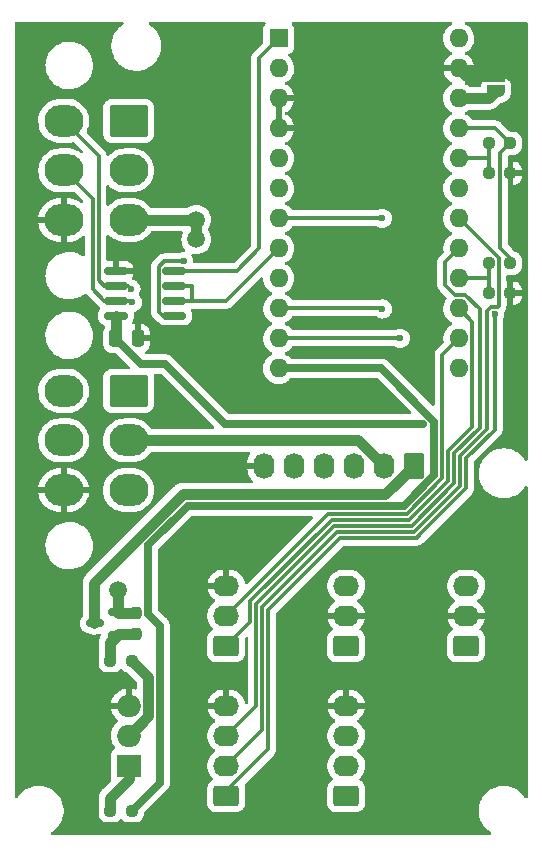
<source format=gbr>
%TF.GenerationSoftware,KiCad,Pcbnew,(6.0.9)*%
%TF.CreationDate,2023-01-21T06:35:56-09:00*%
%TF.ProjectId,CONTROLLER_ AMPCD_DDI,434f4e54-524f-44c4-9c45-522c20414d50,1*%
%TF.SameCoordinates,Original*%
%TF.FileFunction,Copper,L1,Top*%
%TF.FilePolarity,Positive*%
%FSLAX46Y46*%
G04 Gerber Fmt 4.6, Leading zero omitted, Abs format (unit mm)*
G04 Created by KiCad (PCBNEW (6.0.9)) date 2023-01-21 06:35:56*
%MOMM*%
%LPD*%
G01*
G04 APERTURE LIST*
G04 Aperture macros list*
%AMRoundRect*
0 Rectangle with rounded corners*
0 $1 Rounding radius*
0 $2 $3 $4 $5 $6 $7 $8 $9 X,Y pos of 4 corners*
0 Add a 4 corners polygon primitive as box body*
4,1,4,$2,$3,$4,$5,$6,$7,$8,$9,$2,$3,0*
0 Add four circle primitives for the rounded corners*
1,1,$1+$1,$2,$3*
1,1,$1+$1,$4,$5*
1,1,$1+$1,$6,$7*
1,1,$1+$1,$8,$9*
0 Add four rect primitives between the rounded corners*
20,1,$1+$1,$2,$3,$4,$5,0*
20,1,$1+$1,$4,$5,$6,$7,0*
20,1,$1+$1,$6,$7,$8,$9,0*
20,1,$1+$1,$8,$9,$2,$3,0*%
%AMFreePoly0*
4,1,20,0.000000,0.744959,0.073905,0.744508,0.209726,0.703889,0.328688,0.626782,0.421226,0.519385,0.479903,0.390333,0.500000,0.250000,0.500000,-0.250000,0.499851,-0.262216,0.476331,-0.402017,0.414519,-0.529596,0.319384,-0.634700,0.198574,-0.708877,0.061801,-0.746166,0.000000,-0.745033,0.000000,-0.750000,-0.500000,-0.750000,-0.500000,0.750000,0.000000,0.750000,0.000000,0.744959,
0.000000,0.744959,$1*%
%AMFreePoly1*
4,1,22,0.500000,-0.750000,0.000000,-0.750000,0.000000,-0.745033,-0.079941,-0.743568,-0.215256,-0.701293,-0.333266,-0.622738,-0.424486,-0.514219,-0.481581,-0.384460,-0.499164,-0.250000,-0.500000,-0.250000,-0.500000,0.250000,-0.499164,0.250000,-0.499963,0.256109,-0.478152,0.396186,-0.417904,0.524511,-0.324060,0.630769,-0.204165,0.706417,-0.067858,0.745374,0.000000,0.744959,0.000000,0.750000,
0.500000,0.750000,0.500000,-0.750000,0.500000,-0.750000,$1*%
G04 Aperture macros list end*
%TA.AperFunction,SMDPad,CuDef*%
%ADD10RoundRect,0.150000X0.825000X0.150000X-0.825000X0.150000X-0.825000X-0.150000X0.825000X-0.150000X0*%
%TD*%
%TA.AperFunction,SMDPad,CuDef*%
%ADD11RoundRect,0.150000X0.587500X0.150000X-0.587500X0.150000X-0.587500X-0.150000X0.587500X-0.150000X0*%
%TD*%
%TA.AperFunction,SMDPad,CuDef*%
%ADD12RoundRect,0.237500X0.250000X0.237500X-0.250000X0.237500X-0.250000X-0.237500X0.250000X-0.237500X0*%
%TD*%
%TA.AperFunction,SMDPad,CuDef*%
%ADD13RoundRect,0.237500X0.237500X-0.250000X0.237500X0.250000X-0.237500X0.250000X-0.237500X-0.250000X0*%
%TD*%
%TA.AperFunction,SMDPad,CuDef*%
%ADD14RoundRect,0.237500X-0.250000X-0.237500X0.250000X-0.237500X0.250000X0.237500X-0.250000X0.237500X0*%
%TD*%
%TA.AperFunction,ComponentPad*%
%ADD15R,2.000000X1.905000*%
%TD*%
%TA.AperFunction,ComponentPad*%
%ADD16O,2.000000X1.905000*%
%TD*%
%TA.AperFunction,ComponentPad*%
%ADD17RoundRect,0.250000X0.620000X0.845000X-0.620000X0.845000X-0.620000X-0.845000X0.620000X-0.845000X0*%
%TD*%
%TA.AperFunction,ComponentPad*%
%ADD18O,1.740000X2.190000*%
%TD*%
%TA.AperFunction,ComponentPad*%
%ADD19RoundRect,0.250000X0.845000X-0.620000X0.845000X0.620000X-0.845000X0.620000X-0.845000X-0.620000X0*%
%TD*%
%TA.AperFunction,ComponentPad*%
%ADD20O,2.190000X1.740000*%
%TD*%
%TA.AperFunction,SMDPad,CuDef*%
%ADD21RoundRect,0.250000X-0.250000X-0.475000X0.250000X-0.475000X0.250000X0.475000X-0.250000X0.475000X0*%
%TD*%
%TA.AperFunction,ComponentPad*%
%ADD22R,1.600000X1.600000*%
%TD*%
%TA.AperFunction,ComponentPad*%
%ADD23O,1.600000X1.600000*%
%TD*%
%TA.AperFunction,ComponentPad*%
%ADD24RoundRect,0.250001X-1.399999X1.099999X-1.399999X-1.099999X1.399999X-1.099999X1.399999X1.099999X0*%
%TD*%
%TA.AperFunction,ComponentPad*%
%ADD25O,3.300000X2.700000*%
%TD*%
%TA.AperFunction,SMDPad,CuDef*%
%ADD26FreePoly0,270.000000*%
%TD*%
%TA.AperFunction,SMDPad,CuDef*%
%ADD27FreePoly1,270.000000*%
%TD*%
%TA.AperFunction,ViaPad*%
%ADD28C,1.500000*%
%TD*%
%TA.AperFunction,ViaPad*%
%ADD29C,0.600000*%
%TD*%
%TA.AperFunction,Conductor*%
%ADD30C,0.914400*%
%TD*%
%TA.AperFunction,Conductor*%
%ADD31C,0.304800*%
%TD*%
%TA.AperFunction,Conductor*%
%ADD32C,0.635000*%
%TD*%
G04 APERTURE END LIST*
D10*
%TO.P,U1,1*%
%TO.N,/RX1_D0*%
X14032000Y44450000D03*
%TO.P,U1,2*%
%TO.N,/~{D5}*%
X14032000Y45720000D03*
%TO.P,U1,3*%
X14032000Y46990000D03*
%TO.P,U1,4*%
%TO.N,/TX0_D1*%
X14032000Y48260000D03*
%TO.P,U1,5*%
%TO.N,GND*%
X9082000Y48260000D03*
%TO.P,U1,6*%
%TO.N,/BUS-A*%
X9082000Y46990000D03*
%TO.P,U1,7*%
%TO.N,/BUS-B*%
X9082000Y45720000D03*
%TO.P,U1,8*%
%TO.N,+5V*%
X9082000Y44450000D03*
%TD*%
D11*
%TO.P,Q2,1*%
%TO.N,Net-(Q2-Pad1)*%
X9192500Y17465000D03*
%TO.P,Q2,2*%
%TO.N,/+12V_SUPPLY*%
X9192500Y19365000D03*
%TO.P,Q2,3*%
%TO.N,/+12V_PWM*%
X7317500Y18415000D03*
%TD*%
D12*
%TO.P,R5,1*%
%TO.N,GND*%
X42465000Y56515000D03*
%TO.P,R5,2*%
%TO.N,/A3*%
X40640000Y56515000D03*
%TD*%
D13*
%TO.P,R3,1*%
%TO.N,Net-(Q2-Pad1)*%
X10795000Y17502500D03*
%TO.P,R3,2*%
%TO.N,/+12V_SUPPLY*%
X10795000Y19327500D03*
%TD*%
D14*
%TO.P,R2,1*%
%TO.N,Net-(Q2-Pad1)*%
X8612500Y15240000D03*
%TO.P,R2,2*%
%TO.N,Net-(Q1-Pad2)*%
X10437500Y15240000D03*
%TD*%
D12*
%TO.P,R1,1*%
%TO.N,/~{D9_A9}*%
X10437500Y2540000D03*
%TO.P,R1,2*%
%TO.N,Net-(Q1-Pad1)*%
X8612500Y2540000D03*
%TD*%
%TO.P,R7,1*%
%TO.N,GND*%
X42465000Y46355000D03*
%TO.P,R7,2*%
%TO.N,/D15_SCK*%
X40640000Y46355000D03*
%TD*%
D14*
%TO.P,R6,1*%
%TO.N,/D15_SCK*%
X40640000Y48895000D03*
%TO.P,R6,2*%
%TO.N,+5V*%
X42465000Y48895000D03*
%TD*%
%TO.P,R4,1*%
%TO.N,/A3*%
X40640000Y59055000D03*
%TO.P,R4,2*%
%TO.N,+5V*%
X42465000Y59055000D03*
%TD*%
D15*
%TO.P,Q1,1*%
%TO.N,Net-(Q1-Pad1)*%
X10160000Y6350000D03*
D16*
%TO.P,Q1,2*%
%TO.N,Net-(Q1-Pad2)*%
X10160000Y8890000D03*
%TO.P,Q1,3*%
%TO.N,GND*%
X10160000Y11430000D03*
%TD*%
D17*
%TO.P,J3,1*%
%TO.N,/+12V_PWM*%
X34290000Y31750000D03*
D18*
%TO.P,J3,2*%
%TO.N,/+5V_SUPPLY*%
X31750000Y31750000D03*
%TO.P,J3,3*%
%TO.N,/SDA_D2*%
X29210000Y31750000D03*
%TO.P,J3,4*%
%TO.N,/~{SCL_D3}*%
X26670000Y31750000D03*
%TO.P,J3,5*%
%TO.N,/~{D6_A7}*%
X24130000Y31750000D03*
%TO.P,J3,6*%
%TO.N,GND*%
X21590000Y31750000D03*
%TD*%
D19*
%TO.P,J7,1*%
%TO.N,/A1*%
X28575000Y3810000D03*
D20*
%TO.P,J7,2*%
%TO.N,+5V*%
X28575000Y6350000D03*
%TO.P,J7,3*%
%TO.N,/A0*%
X28575000Y8890000D03*
%TO.P,J7,4*%
%TO.N,GND*%
X28575000Y11430000D03*
%TD*%
D19*
%TO.P,J6,1*%
%TO.N,/A2*%
X18415000Y3810000D03*
D20*
%TO.P,J6,2*%
%TO.N,/A1*%
X18415000Y6350000D03*
%TO.P,J6,3*%
%TO.N,/A0*%
X18415000Y8890000D03*
%TO.P,J6,4*%
%TO.N,GND*%
X18415000Y11430000D03*
%TD*%
D21*
%TO.P,C1,1*%
%TO.N,+5V*%
X9022000Y42545000D03*
%TO.P,C1,2*%
%TO.N,GND*%
X10922000Y42545000D03*
%TD*%
D19*
%TO.P,J4,1*%
%TO.N,/D4_A6*%
X28575000Y16510000D03*
D20*
%TO.P,J4,2*%
%TO.N,GND*%
X28575000Y19050000D03*
%TO.P,J4,3*%
%TO.N,/D7*%
X28575000Y21590000D03*
%TD*%
D19*
%TO.P,J5,1*%
%TO.N,/D8_A8*%
X38735000Y16510000D03*
D20*
%TO.P,J5,2*%
%TO.N,GND*%
X38735000Y19050000D03*
%TO.P,J5,3*%
%TO.N,/~{D10_A10}*%
X38735000Y21590000D03*
%TD*%
D19*
%TO.P,J8,1*%
%TO.N,/D14_MISO*%
X18415000Y16510000D03*
D20*
%TO.P,J8,2*%
%TO.N,/D16_MOSI*%
X18415000Y19050000D03*
%TO.P,J8,3*%
%TO.N,GND*%
X18415000Y21590000D03*
%TD*%
D22*
%TO.P,XU1,1*%
%TO.N,/TX0_D1*%
X22860000Y67945000D03*
D23*
%TO.P,XU1,2*%
%TO.N,/RX1_D0*%
X22860000Y65405000D03*
%TO.P,XU1,3*%
%TO.N,GND*%
X22860000Y62865000D03*
%TO.P,XU1,4*%
X22860000Y60325000D03*
%TO.P,XU1,5*%
%TO.N,/SDA_D2*%
X22860000Y57785000D03*
%TO.P,XU1,6*%
%TO.N,/~{SCL_D3}*%
X22860000Y55245000D03*
%TO.P,XU1,7*%
%TO.N,/D4_A6*%
X22860000Y52705000D03*
%TO.P,XU1,8*%
%TO.N,/~{D5}*%
X22860000Y50165000D03*
%TO.P,XU1,9*%
%TO.N,/~{D6_A7}*%
X22860000Y47625000D03*
%TO.P,XU1,10*%
%TO.N,/D7*%
X22860000Y45085000D03*
%TO.P,XU1,11*%
%TO.N,/D8_A8*%
X22860000Y42545000D03*
%TO.P,XU1,12*%
%TO.N,/~{D9_A9}*%
X22860000Y40005000D03*
%TO.P,XU1,13*%
%TO.N,/~{D10_A10}*%
X38100000Y40005000D03*
%TO.P,XU1,14*%
%TO.N,/D16_MOSI*%
X38100000Y42545000D03*
%TO.P,XU1,15*%
%TO.N,/D14_MISO*%
X38100000Y45085000D03*
%TO.P,XU1,16*%
%TO.N,/D15_SCK*%
X38100000Y47625000D03*
%TO.P,XU1,17*%
%TO.N,/A0*%
X38100000Y50165000D03*
%TO.P,XU1,18*%
%TO.N,/A1*%
X38100000Y52705000D03*
%TO.P,XU1,19*%
%TO.N,/A2*%
X38100000Y55245000D03*
%TO.P,XU1,20*%
%TO.N,/A3*%
X38100000Y57785000D03*
%TO.P,XU1,21*%
%TO.N,+5V*%
X38100000Y60325000D03*
%TO.P,XU1,22*%
%TO.N,/RST*%
X38100000Y62865000D03*
%TO.P,XU1,23*%
%TO.N,GND*%
X38100000Y65405000D03*
%TO.P,XU1,24*%
%TO.N,/+12V_SUPPLY*%
X38100000Y67945000D03*
%TD*%
D24*
%TO.P,J2,1*%
%TO.N,/+12V_SUPPLY*%
X10160000Y38100000D03*
D25*
%TO.P,J2,2*%
%TO.N,/+5V_SUPPLY*%
X10160000Y33900000D03*
%TO.P,J2,3*%
%TO.N,/+3.3V_SUPPLY*%
X10160000Y29700000D03*
%TO.P,J2,4*%
%TO.N,/BUS-A*%
X4660000Y38100000D03*
%TO.P,J2,5*%
%TO.N,/BUS-B*%
X4660000Y33900000D03*
%TO.P,J2,6*%
%TO.N,GND*%
X4660000Y29700000D03*
%TD*%
D24*
%TO.P,J1,1*%
%TO.N,/+12V_SUPPLY*%
X10160000Y60960000D03*
D25*
%TO.P,J1,2*%
%TO.N,/+5V_SUPPLY*%
X10160000Y56760000D03*
%TO.P,J1,3*%
%TO.N,/+3.3V_SUPPLY*%
X10160000Y52560000D03*
%TO.P,J1,4*%
%TO.N,/BUS-A*%
X4660000Y60960000D03*
%TO.P,J1,5*%
%TO.N,/BUS-B*%
X4660000Y56760000D03*
%TO.P,J1,6*%
%TO.N,GND*%
X4660000Y52560000D03*
%TD*%
D26*
%TO.P,RST1,2*%
%TO.N,/RST*%
X41275000Y63485000D03*
D27*
%TO.P,RST1,1*%
%TO.N,GND*%
X41275000Y64785000D03*
%TD*%
D28*
%TO.N,GND*%
X9906000Y49911000D03*
D29*
%TO.N,+5V*%
X35052000Y35306000D03*
%TO.N,/A2*%
X41148000Y44577000D03*
D28*
%TO.N,/+12V_SUPPLY*%
X9271000Y21209000D03*
%TO.N,/+3.3V_SUPPLY*%
X15875000Y52578000D03*
X15875000Y50927000D03*
D29*
%TO.N,/BUS-A*%
X10345790Y46721271D03*
%TO.N,/BUS-B*%
X10472790Y45584197D03*
%TO.N,/D4_A6*%
X31623000Y52705000D03*
%TO.N,/D7*%
X31640410Y45021500D03*
%TO.N,/RX1_D0*%
X14812258Y49063906D03*
%TO.N,/D8_A8*%
X33147000Y42545000D03*
%TD*%
D30*
%TO.N,GND*%
X38720000Y64785000D02*
X38100000Y65405000D01*
X41275000Y64785000D02*
X38720000Y64785000D01*
%TO.N,+5V*%
X9082000Y42605000D02*
X9022000Y42545000D01*
X9082000Y44450000D02*
X9082000Y42605000D01*
D31*
X41195000Y60325000D02*
X38100000Y60325000D01*
X42465000Y59055000D02*
X41195000Y60325000D01*
X42465000Y48895000D02*
X42465000Y49370000D01*
X42465000Y49370000D02*
X41625090Y50209910D01*
X41625090Y50209910D02*
X41625090Y58215090D01*
X41625090Y58215090D02*
X42465000Y59055000D01*
D32*
X18317096Y35306000D02*
X35052000Y35306000D01*
X9022000Y42545000D02*
X11188711Y40378289D01*
X13244807Y40378289D02*
X18317096Y35306000D01*
X11188711Y40378289D02*
X13244807Y40378289D01*
D31*
%TO.N,/A3*%
X38100000Y57785000D02*
X40640000Y57785000D01*
X40640000Y57785000D02*
X40640000Y56515000D01*
X40640000Y59055000D02*
X40640000Y57785000D01*
%TO.N,/A2*%
X18415000Y3810000D02*
X18415000Y4191000D01*
X18415000Y4191000D02*
X21971000Y7747000D01*
X21971000Y7747000D02*
X21971000Y19558000D01*
X21971000Y19558000D02*
X28067000Y25654000D01*
X34547190Y25657190D02*
X34550652Y25657190D01*
X34550652Y25657190D02*
X34846363Y25952902D01*
X34544000Y25654000D02*
X34547190Y25657190D01*
X28067000Y25654000D02*
X34544000Y25654000D01*
X34846363Y25952902D02*
X38735000Y29841539D01*
X38735000Y29841539D02*
X38735000Y32385000D01*
X41148000Y34798000D02*
X41148000Y44577000D01*
X38735000Y32385000D02*
X41148000Y34798000D01*
%TO.N,/A1*%
X18415000Y6350000D02*
X21463000Y9398000D01*
X38151760Y52705000D02*
X38100000Y52705000D01*
X40495598Y34859508D02*
X40495598Y44890154D01*
X41479910Y45248158D02*
X41479910Y49376850D01*
X40834846Y45229402D02*
X41461154Y45229402D01*
X38230190Y32594100D02*
X40495598Y34859508D01*
X40495598Y44890154D02*
X40834846Y45229402D01*
X34341553Y26162002D02*
X38230189Y30050638D01*
X41479910Y49376850D02*
X38151760Y52705000D01*
X27813002Y26162002D02*
X34341553Y26162002D01*
X21463000Y9398000D02*
X21463000Y19812000D01*
X41461154Y45229402D02*
X41479910Y45248158D01*
X21463000Y19812000D02*
X27813002Y26162002D01*
X38230189Y30050638D02*
X38230190Y32594100D01*
%TO.N,/A0*%
X20955000Y11430000D02*
X18415000Y8890000D01*
X37782045Y46237401D02*
X38653153Y46237401D01*
X38653153Y46237401D02*
X39878000Y45012554D01*
X39878000Y34955820D02*
X37725378Y32803198D01*
X27555811Y26666811D02*
X20955000Y20066000D01*
X36947599Y49012599D02*
X36947599Y47071847D01*
X37725378Y32803198D02*
X37725378Y30259737D01*
X39878000Y45012554D02*
X39878000Y34955820D01*
X34132452Y26666811D02*
X27555811Y26666811D01*
X36947599Y47071847D02*
X37782045Y46237401D01*
X37725378Y30259737D02*
X34132452Y26666811D01*
X38100000Y50165000D02*
X36947599Y49012599D01*
X20955000Y20066000D02*
X20955000Y11430000D01*
D30*
%TO.N,/+12V_SUPPLY*%
X9292500Y19327500D02*
X9255000Y19365000D01*
X10795000Y19327500D02*
X9292500Y19327500D01*
X9255000Y21193000D02*
X9271000Y21209000D01*
X9255000Y19365000D02*
X9255000Y21193000D01*
%TO.N,/+5V_SUPPLY*%
X29600000Y33900000D02*
X31750000Y31750000D01*
X10160000Y33900000D02*
X29600000Y33900000D01*
%TO.N,/+3.3V_SUPPLY*%
X10178000Y52578000D02*
X10160000Y52560000D01*
X15875000Y52578000D02*
X10178000Y52578000D01*
X15875000Y52578000D02*
X15875000Y50927000D01*
D31*
%TO.N,/BUS-A*%
X9082000Y46990000D02*
X8107000Y46990000D01*
X8107000Y46990000D02*
X7616811Y47480189D01*
X7616811Y47480189D02*
X7616811Y58003189D01*
X7616811Y58003189D02*
X4660000Y60960000D01*
X10077061Y46990000D02*
X10345790Y46721271D01*
X9082000Y46990000D02*
X10077061Y46990000D01*
%TO.N,/BUS-B*%
X8107000Y45720000D02*
X7112000Y46715000D01*
X9082000Y45720000D02*
X8107000Y45720000D01*
X7112000Y54308000D02*
X4660000Y56760000D01*
X7112000Y46715000D02*
X7112000Y54308000D01*
X10336987Y45720000D02*
X10472790Y45584197D01*
X9082000Y45720000D02*
X10336987Y45720000D01*
D30*
%TO.N,/+12V_PWM*%
X7255000Y18415000D02*
X7255000Y21860000D01*
X31861055Y29321055D02*
X34290000Y31750000D01*
X7255000Y21860000D02*
X14716055Y29321055D01*
X14716055Y29321055D02*
X31861055Y29321055D01*
%TO.N,Net-(Q1-Pad1)*%
X8612500Y2540000D02*
X8612500Y3659500D01*
X10160000Y5207000D02*
X10160000Y6350000D01*
X8612500Y3659500D02*
X10160000Y5207000D01*
%TO.N,Net-(Q2-Pad1)*%
X8612500Y16822500D02*
X9255000Y17465000D01*
X8612500Y15240000D02*
X8612500Y16822500D01*
X9292500Y17502500D02*
X9255000Y17465000D01*
X10795000Y17502500D02*
X9292500Y17502500D01*
%TO.N,Net-(Q1-Pad2)*%
X11817210Y13860290D02*
X10437500Y15240000D01*
X11817210Y10547210D02*
X11817210Y13860290D01*
X10160000Y8890000D02*
X11817210Y10547210D01*
D31*
%TO.N,/~{D5}*%
X14032000Y46990000D02*
X15494000Y46990000D01*
X15494000Y46990000D02*
X15494000Y45720000D01*
X15494000Y45720000D02*
X14032000Y45720000D01*
X18415000Y45720000D02*
X22860000Y50165000D01*
X15494000Y45720000D02*
X18415000Y45720000D01*
D32*
%TO.N,/~{D9_A9}*%
X31533883Y40005000D02*
X22860000Y40005000D01*
X36045846Y35493037D02*
X31533883Y40005000D01*
X36045846Y30955421D02*
X36045846Y35493037D01*
X33436771Y28346346D02*
X36045846Y30955421D01*
X15138346Y28346346D02*
X33436771Y28346346D01*
X11811000Y25019000D02*
X15138346Y28346346D01*
X11811000Y19205235D02*
X11811000Y25019000D01*
X12827000Y18189235D02*
X11811000Y19205235D01*
X12827000Y4929500D02*
X12827000Y18189235D01*
X10437500Y2540000D02*
X12827000Y4929500D01*
D31*
%TO.N,/D14_MISO*%
X39252401Y43932599D02*
X38100000Y45085000D01*
X37220567Y30468836D02*
X37220567Y33012296D01*
X33923355Y27171624D02*
X37220567Y30468836D01*
X37220567Y33012296D02*
X39252401Y35044130D01*
X18415000Y16510000D02*
X20450189Y18545189D01*
X39252401Y35044130D02*
X39252401Y43932599D01*
X27346714Y27171624D02*
X33923355Y27171624D01*
X20450189Y18545189D02*
X20450189Y20275099D01*
X20450189Y20275099D02*
X27346714Y27171624D01*
%TO.N,/D16_MOSI*%
X27041435Y27676435D02*
X33714256Y27676435D01*
X18415000Y19050000D02*
X27041435Y27676435D01*
X36715756Y41160756D02*
X38100000Y42545000D01*
X33714256Y27676435D02*
X36715756Y30677935D01*
X36715756Y30677935D02*
X36715756Y41160756D01*
%TO.N,/D15_SCK*%
X40640000Y47625000D02*
X38100000Y47625000D01*
X40640000Y48895000D02*
X40640000Y47625000D01*
X40640000Y47625000D02*
X40640000Y46355000D01*
%TO.N,/D4_A6*%
X31623000Y52705000D02*
X22860000Y52705000D01*
%TO.N,/D7*%
X31576910Y45085000D02*
X31640410Y45021500D01*
X22860000Y45085000D02*
X31576910Y45085000D01*
D30*
%TO.N,/RST*%
X40655000Y62865000D02*
X41275000Y63485000D01*
X38100000Y62865000D02*
X40655000Y62865000D01*
D31*
%TO.N,/TX0_D1*%
X21202788Y66287788D02*
X22860000Y67945000D01*
X21202788Y50158788D02*
X21202788Y66287788D01*
X19304000Y48260000D02*
X21202788Y50158788D01*
X14032000Y48260000D02*
X19304000Y48260000D01*
%TO.N,/RX1_D0*%
X13057000Y44450000D02*
X12704590Y44802410D01*
X14032000Y44450000D02*
X13057000Y44450000D01*
X12704590Y44802410D02*
X12704590Y48618106D01*
X13150390Y49063906D02*
X14812258Y49063906D01*
X12704590Y48618106D02*
X13150390Y49063906D01*
%TO.N,/D8_A8*%
X33147000Y42545000D02*
X22860000Y42545000D01*
%TD*%
%TA.AperFunction,Conductor*%
%TO.N,GND*%
G36*
X9688264Y69321498D02*
G01*
X9734757Y69267842D01*
X9744861Y69197568D01*
X9715367Y69132988D01*
X9692594Y69112413D01*
X9683734Y69106186D01*
X9464977Y68952441D01*
X9449892Y68938423D01*
X9289417Y68789300D01*
X9254378Y68756740D01*
X9072287Y68534268D01*
X8922073Y68289142D01*
X8920347Y68285209D01*
X8920346Y68285208D01*
X8871128Y68173087D01*
X8806517Y68025898D01*
X8727756Y67749406D01*
X8709815Y67623343D01*
X8692167Y67499337D01*
X8687249Y67464784D01*
X8687227Y67460495D01*
X8687226Y67460488D01*
X8685874Y67202358D01*
X8685743Y67177297D01*
X8723268Y66892266D01*
X8799129Y66614964D01*
X8800813Y66611016D01*
X8887870Y66406916D01*
X8911923Y66350524D01*
X8955387Y66277901D01*
X9033678Y66147087D01*
X9059561Y66103839D01*
X9239313Y65879472D01*
X9447851Y65681577D01*
X9681317Y65513814D01*
X9685112Y65511805D01*
X9685113Y65511804D01*
X9706869Y65500285D01*
X9935392Y65379288D01*
X9959699Y65370393D01*
X10135369Y65306107D01*
X10205373Y65280489D01*
X10486264Y65219245D01*
X10514841Y65216996D01*
X10709282Y65201693D01*
X10709291Y65201693D01*
X10711739Y65201500D01*
X10867271Y65201500D01*
X10869407Y65201646D01*
X10869418Y65201646D01*
X11077548Y65215835D01*
X11077554Y65215836D01*
X11081825Y65216127D01*
X11086020Y65216996D01*
X11086022Y65216996D01*
X11222584Y65245277D01*
X11363342Y65274426D01*
X11634343Y65370393D01*
X11889812Y65502250D01*
X11893313Y65504711D01*
X11893317Y65504713D01*
X12075974Y65633087D01*
X12125023Y65667559D01*
X12203403Y65740394D01*
X12332479Y65860339D01*
X12332481Y65860342D01*
X12335622Y65863260D01*
X12517713Y66085732D01*
X12667927Y66330858D01*
X12693001Y66387977D01*
X12781757Y66590170D01*
X12783483Y66594102D01*
X12862244Y66870594D01*
X12902751Y67155216D01*
X12902845Y67173049D01*
X12904235Y67438417D01*
X12904235Y67438424D01*
X12904257Y67442703D01*
X12866732Y67727734D01*
X12790871Y68005036D01*
X12678077Y68269476D01*
X12530439Y68516161D01*
X12350687Y68740528D01*
X12142149Y68938423D01*
X11908683Y69106186D01*
X11904881Y69108199D01*
X11904536Y69108413D01*
X11857181Y69161309D01*
X11845941Y69231411D01*
X11874385Y69296460D01*
X11933482Y69335806D01*
X11970932Y69341500D01*
X21629731Y69341500D01*
X21697852Y69321498D01*
X21744345Y69267842D01*
X21754449Y69197568D01*
X21724955Y69132988D01*
X21705297Y69114675D01*
X21696739Y69108261D01*
X21609385Y68991705D01*
X21558255Y68855316D01*
X21551500Y68793134D01*
X21551500Y67623343D01*
X21531498Y67555222D01*
X21514595Y67534248D01*
X20754749Y66774402D01*
X20748484Y66768549D01*
X20708036Y66733264D01*
X20678496Y66691233D01*
X20673897Y66684689D01*
X20669965Y66679395D01*
X20633325Y66632667D01*
X20630199Y66625743D01*
X20626486Y66619612D01*
X20623850Y66614992D01*
X20620428Y66608610D01*
X20616057Y66602391D01*
X20613297Y66595312D01*
X20594490Y66547075D01*
X20591934Y66540996D01*
X20567499Y66486876D01*
X20566113Y66479400D01*
X20563958Y66472522D01*
X20562498Y66467397D01*
X20560710Y66460433D01*
X20557950Y66453354D01*
X20551888Y66407301D01*
X20550202Y66394496D01*
X20549172Y66387990D01*
X20538348Y66329591D01*
X20538785Y66322011D01*
X20538785Y66322010D01*
X20541679Y66271821D01*
X20541888Y66264568D01*
X20541888Y50484731D01*
X20521886Y50416610D01*
X20504983Y50395636D01*
X19067152Y48957805D01*
X19004840Y48923779D01*
X18978057Y48920900D01*
X15751649Y48920900D01*
X15683528Y48940902D01*
X15637035Y48994558D01*
X15625661Y49048660D01*
X15625819Y49059945D01*
X15625819Y49059949D01*
X15625874Y49063906D01*
X15605655Y49244161D01*
X15603338Y49250815D01*
X15548322Y49408800D01*
X15548320Y49408803D01*
X15546003Y49415458D01*
X15492749Y49500683D01*
X15473613Y49569052D01*
X15494479Y49636913D01*
X15548720Y49682721D01*
X15619117Y49691932D01*
X15632215Y49689158D01*
X15650309Y49684310D01*
X15650315Y49684309D01*
X15655629Y49682885D01*
X15875000Y49663693D01*
X16094371Y49682885D01*
X16307076Y49739880D01*
X16506654Y49832944D01*
X16647546Y49931598D01*
X16682527Y49956092D01*
X16682529Y49956094D01*
X16687038Y49959251D01*
X16842749Y50114962D01*
X16873953Y50159525D01*
X16965899Y50290838D01*
X16965900Y50290840D01*
X16969056Y50295347D01*
X16971379Y50300329D01*
X16971382Y50300334D01*
X17039660Y50446758D01*
X17062120Y50494924D01*
X17119115Y50707629D01*
X17138307Y50927000D01*
X17119115Y51146371D01*
X17062120Y51359076D01*
X17018585Y51452438D01*
X16971382Y51553666D01*
X16971379Y51553671D01*
X16969056Y51558653D01*
X16965899Y51563161D01*
X16965896Y51563167D01*
X16883928Y51680230D01*
X16861240Y51747504D01*
X16878525Y51816364D01*
X16883928Y51824770D01*
X16965896Y51941833D01*
X16965899Y51941839D01*
X16969056Y51946347D01*
X16971379Y51951329D01*
X16971382Y51951334D01*
X17059795Y52140939D01*
X17062120Y52145924D01*
X17119115Y52358629D01*
X17138307Y52578000D01*
X17119115Y52797371D01*
X17062120Y53010076D01*
X16971505Y53204402D01*
X16971382Y53204666D01*
X16971379Y53204671D01*
X16969056Y53209653D01*
X16965051Y53215373D01*
X16845908Y53385527D01*
X16845906Y53385530D01*
X16842749Y53390038D01*
X16687038Y53545749D01*
X16676402Y53553197D01*
X16600937Y53606038D01*
X16506654Y53672056D01*
X16307076Y53765120D01*
X16094371Y53822115D01*
X15875000Y53841307D01*
X15655629Y53822115D01*
X15442924Y53765120D01*
X15385164Y53738186D01*
X15248334Y53674382D01*
X15248329Y53674379D01*
X15243347Y53672056D01*
X15238840Y53668900D01*
X15238838Y53668899D01*
X15092579Y53566487D01*
X15020308Y53543700D01*
X12109998Y53543700D01*
X12041877Y53563702D01*
X12001267Y53606034D01*
X11995735Y53615482D01*
X11827284Y53826119D01*
X11630191Y54010234D01*
X11408584Y54163968D01*
X11404501Y54165999D01*
X11404498Y54166001D01*
X11239606Y54248033D01*
X11167106Y54284101D01*
X11162772Y54285522D01*
X11162769Y54285523D01*
X10915147Y54366698D01*
X10915141Y54366699D01*
X10910814Y54368118D01*
X10906322Y54368898D01*
X10648860Y54413601D01*
X10648852Y54413602D01*
X10645079Y54414257D01*
X10627664Y54415124D01*
X10561422Y54418422D01*
X10561414Y54418422D01*
X10559851Y54418500D01*
X9791488Y54418500D01*
X9789220Y54418335D01*
X9789208Y54418335D01*
X9658116Y54408823D01*
X9590996Y54403953D01*
X9586541Y54402969D01*
X9586538Y54402969D01*
X9332088Y54346791D01*
X9332084Y54346790D01*
X9327628Y54345806D01*
X9201520Y54298028D01*
X9079682Y54251868D01*
X9079679Y54251867D01*
X9075412Y54250250D01*
X8839632Y54119286D01*
X8625227Y53955657D01*
X8622034Y53952391D01*
X8622032Y53952389D01*
X8493811Y53821226D01*
X8431889Y53786496D01*
X8361020Y53790758D01*
X8303706Y53832657D01*
X8278142Y53898892D01*
X8277711Y53909305D01*
X8277711Y55405038D01*
X8297713Y55473159D01*
X8351369Y55519652D01*
X8421643Y55529756D01*
X8486223Y55500262D01*
X8492365Y55494320D01*
X8492716Y55493881D01*
X8495700Y55491094D01*
X8495716Y55491078D01*
X8520842Y55467607D01*
X8689809Y55309766D01*
X8911416Y55156032D01*
X8915499Y55154001D01*
X8915502Y55153999D01*
X9031013Y55096534D01*
X9152894Y55035899D01*
X9157228Y55034478D01*
X9157231Y55034477D01*
X9404853Y54953302D01*
X9404859Y54953301D01*
X9409186Y54951882D01*
X9413677Y54951102D01*
X9413678Y54951102D01*
X9671140Y54906399D01*
X9671148Y54906398D01*
X9674921Y54905743D01*
X9678758Y54905552D01*
X9758578Y54901578D01*
X9758586Y54901578D01*
X9760149Y54901500D01*
X10528512Y54901500D01*
X10530780Y54901665D01*
X10530792Y54901665D01*
X10661884Y54911177D01*
X10729004Y54916047D01*
X10733459Y54917031D01*
X10733462Y54917031D01*
X10987912Y54973209D01*
X10987916Y54973210D01*
X10992372Y54974194D01*
X11119591Y55022393D01*
X11240318Y55068132D01*
X11240321Y55068133D01*
X11244588Y55069750D01*
X11480368Y55200714D01*
X11694773Y55364343D01*
X11728401Y55398742D01*
X11856476Y55529756D01*
X11883312Y55557208D01*
X12042034Y55775270D01*
X12125190Y55933324D01*
X12165490Y56009921D01*
X12165493Y56009927D01*
X12167615Y56013961D01*
X12195597Y56093197D01*
X12255902Y56263967D01*
X12255902Y56263968D01*
X12257425Y56268280D01*
X12293987Y56453783D01*
X12308700Y56528428D01*
X12308701Y56528434D01*
X12309581Y56532900D01*
X12318782Y56717723D01*
X12322764Y56797708D01*
X12322764Y56797714D01*
X12322991Y56802277D01*
X12297375Y57070769D01*
X12295823Y57077115D01*
X12234355Y57328312D01*
X12233269Y57332750D01*
X12132015Y57582733D01*
X11995735Y57815482D01*
X11877928Y57962792D01*
X11830136Y58022553D01*
X11830135Y58022555D01*
X11827284Y58026119D01*
X11630191Y58210234D01*
X11408584Y58363968D01*
X11404501Y58365999D01*
X11404498Y58366001D01*
X11288987Y58423466D01*
X11167106Y58484101D01*
X11162772Y58485522D01*
X11162769Y58485523D01*
X10915147Y58566698D01*
X10915141Y58566699D01*
X10910814Y58568118D01*
X10906322Y58568898D01*
X10648860Y58613601D01*
X10648852Y58613602D01*
X10645079Y58614257D01*
X10633817Y58614818D01*
X10561422Y58618422D01*
X10561414Y58618422D01*
X10559851Y58618500D01*
X9791488Y58618500D01*
X9789220Y58618335D01*
X9789208Y58618335D01*
X9658116Y58608823D01*
X9590996Y58603953D01*
X9586541Y58602969D01*
X9586538Y58602969D01*
X9332088Y58546791D01*
X9332084Y58546790D01*
X9327628Y58545806D01*
X9314484Y58540826D01*
X9079682Y58451868D01*
X9079679Y58451867D01*
X9075412Y58450250D01*
X8839632Y58319286D01*
X8625227Y58155657D01*
X8622034Y58152391D01*
X8622032Y58152389D01*
X8584654Y58114153D01*
X8499392Y58026934D01*
X8488217Y58015503D01*
X8426295Y57980773D01*
X8355426Y57985034D01*
X8298112Y58026934D01*
X8273993Y58081921D01*
X8271443Y58096533D01*
X8270480Y58103057D01*
X8264261Y58154452D01*
X8264260Y58154455D01*
X8263348Y58161994D01*
X8260662Y58169102D01*
X8258951Y58176068D01*
X8257532Y58181257D01*
X8255455Y58188136D01*
X8254150Y58195613D01*
X8230287Y58249974D01*
X8227796Y58256078D01*
X8209490Y58304525D01*
X8209489Y58304527D01*
X8206805Y58311630D01*
X8202505Y58317887D01*
X8199171Y58324264D01*
X8196571Y58328934D01*
X8192906Y58335131D01*
X8189853Y58342086D01*
X8177467Y58358228D01*
X8153705Y58389194D01*
X8149827Y58394532D01*
X8120502Y58437201D01*
X8120500Y58437203D01*
X8116200Y58443460D01*
X8072991Y58481958D01*
X8067716Y58486938D01*
X7363585Y59191069D01*
X6745053Y59809600D01*
X8001500Y59809600D01*
X8012474Y59703835D01*
X8014655Y59697299D01*
X8014655Y59697297D01*
X8025766Y59663993D01*
X8068450Y59536055D01*
X8161522Y59385652D01*
X8286697Y59260695D01*
X8292927Y59256855D01*
X8292928Y59256854D01*
X8430090Y59172306D01*
X8437262Y59167885D01*
X8517005Y59141436D01*
X8598611Y59114368D01*
X8598613Y59114368D01*
X8605139Y59112203D01*
X8611975Y59111503D01*
X8611978Y59111502D01*
X8655031Y59107091D01*
X8709600Y59101500D01*
X11610400Y59101500D01*
X11613646Y59101837D01*
X11613650Y59101837D01*
X11709307Y59111762D01*
X11709311Y59111763D01*
X11716165Y59112474D01*
X11722701Y59114655D01*
X11722703Y59114655D01*
X11866719Y59162703D01*
X11883945Y59168450D01*
X12034348Y59261522D01*
X12159305Y59386697D01*
X12195126Y59444809D01*
X12248275Y59531032D01*
X12248276Y59531034D01*
X12252115Y59537262D01*
X12307797Y59705139D01*
X12318500Y59809600D01*
X12318500Y62110400D01*
X12309660Y62195600D01*
X12308238Y62209307D01*
X12308237Y62209311D01*
X12307526Y62216165D01*
X12302651Y62230779D01*
X12253868Y62376997D01*
X12251550Y62383945D01*
X12158478Y62534348D01*
X12033303Y62659305D01*
X12010787Y62673184D01*
X11888968Y62748275D01*
X11888966Y62748276D01*
X11882738Y62752115D01*
X11802995Y62778564D01*
X11721389Y62805632D01*
X11721387Y62805632D01*
X11714861Y62807797D01*
X11708025Y62808497D01*
X11708022Y62808498D01*
X11658214Y62813601D01*
X11610400Y62818500D01*
X8709600Y62818500D01*
X8706354Y62818163D01*
X8706350Y62818163D01*
X8610693Y62808238D01*
X8610689Y62808237D01*
X8603835Y62807526D01*
X8597299Y62805345D01*
X8597297Y62805345D01*
X8488053Y62768898D01*
X8436055Y62751550D01*
X8285652Y62658478D01*
X8280479Y62653296D01*
X8277438Y62650250D01*
X8160695Y62533303D01*
X8156855Y62527073D01*
X8156854Y62527072D01*
X8128173Y62480542D01*
X8067885Y62382738D01*
X8012203Y62214861D01*
X8011503Y62208025D01*
X8011502Y62208022D01*
X8009804Y62191446D01*
X8001500Y62110400D01*
X8001500Y59809600D01*
X6745053Y59809600D01*
X6620537Y59934116D01*
X6586512Y59996428D01*
X6591576Y60067243D01*
X6598123Y60081878D01*
X6665490Y60209921D01*
X6665493Y60209927D01*
X6667615Y60213961D01*
X6730378Y60391688D01*
X6755902Y60463967D01*
X6755902Y60463968D01*
X6757425Y60468280D01*
X6809581Y60732900D01*
X6811639Y60774243D01*
X6822764Y60997708D01*
X6822764Y60997714D01*
X6822991Y61002277D01*
X6797375Y61270769D01*
X6782589Y61331198D01*
X6734355Y61528312D01*
X6733269Y61532750D01*
X6632015Y61782733D01*
X6495735Y62015482D01*
X6377928Y62162792D01*
X6330136Y62222553D01*
X6330135Y62222555D01*
X6327284Y62226119D01*
X6130191Y62410234D01*
X5908584Y62563968D01*
X5904501Y62565999D01*
X5904498Y62566001D01*
X5739606Y62648033D01*
X5667106Y62684101D01*
X5662772Y62685522D01*
X5662769Y62685523D01*
X5415147Y62766698D01*
X5415141Y62766699D01*
X5410814Y62768118D01*
X5406322Y62768898D01*
X5148860Y62813601D01*
X5148852Y62813602D01*
X5145079Y62814257D01*
X5133817Y62814818D01*
X5061422Y62818422D01*
X5061414Y62818422D01*
X5059851Y62818500D01*
X4291488Y62818500D01*
X4289220Y62818335D01*
X4289208Y62818335D01*
X4158116Y62808823D01*
X4090996Y62803953D01*
X4086541Y62802969D01*
X4086538Y62802969D01*
X3832088Y62746791D01*
X3832084Y62746790D01*
X3827628Y62745806D01*
X3701520Y62698028D01*
X3579682Y62651868D01*
X3579679Y62651867D01*
X3575412Y62650250D01*
X3339632Y62519286D01*
X3290971Y62482149D01*
X3160712Y62382738D01*
X3125227Y62355657D01*
X2936688Y62162792D01*
X2777966Y61944730D01*
X2736663Y61866226D01*
X2654510Y61710079D01*
X2654507Y61710073D01*
X2652385Y61706039D01*
X2650865Y61701734D01*
X2650863Y61701730D01*
X2589414Y61527722D01*
X2562575Y61451720D01*
X2510419Y61187100D01*
X2510192Y61182547D01*
X2510192Y61182544D01*
X2497844Y60934495D01*
X2497009Y60917723D01*
X2522625Y60649231D01*
X2523710Y60644797D01*
X2523711Y60644791D01*
X2585645Y60391688D01*
X2586731Y60387250D01*
X2687985Y60137267D01*
X2824265Y59904518D01*
X2851250Y59870775D01*
X2984756Y59703835D01*
X2992716Y59693881D01*
X3189809Y59509766D01*
X3411416Y59356032D01*
X3415499Y59354001D01*
X3415502Y59353999D01*
X3492601Y59315643D01*
X3652894Y59235899D01*
X3657228Y59234478D01*
X3657231Y59234477D01*
X3904853Y59153302D01*
X3904859Y59153301D01*
X3909186Y59151882D01*
X3913677Y59151102D01*
X3913678Y59151102D01*
X4171140Y59106399D01*
X4171148Y59106398D01*
X4174921Y59105743D01*
X4178758Y59105552D01*
X4258578Y59101578D01*
X4258586Y59101578D01*
X4260149Y59101500D01*
X5028512Y59101500D01*
X5030780Y59101665D01*
X5030792Y59101665D01*
X5166363Y59111502D01*
X5229004Y59116047D01*
X5233459Y59117031D01*
X5233462Y59117031D01*
X5440326Y59162703D01*
X5511157Y59157857D01*
X5556585Y59128761D01*
X6262971Y58422375D01*
X6296997Y58360063D01*
X6291932Y58289248D01*
X6249385Y58232412D01*
X6182865Y58207601D01*
X6113491Y58222692D01*
X6102057Y58229752D01*
X5912337Y58361365D01*
X5912330Y58361369D01*
X5908584Y58363968D01*
X5904501Y58365999D01*
X5904498Y58366001D01*
X5788987Y58423466D01*
X5667106Y58484101D01*
X5662772Y58485522D01*
X5662769Y58485523D01*
X5415147Y58566698D01*
X5415141Y58566699D01*
X5410814Y58568118D01*
X5406322Y58568898D01*
X5148860Y58613601D01*
X5148852Y58613602D01*
X5145079Y58614257D01*
X5133817Y58614818D01*
X5061422Y58618422D01*
X5061414Y58618422D01*
X5059851Y58618500D01*
X4291488Y58618500D01*
X4289220Y58618335D01*
X4289208Y58618335D01*
X4158116Y58608823D01*
X4090996Y58603953D01*
X4086541Y58602969D01*
X4086538Y58602969D01*
X3832088Y58546791D01*
X3832084Y58546790D01*
X3827628Y58545806D01*
X3814484Y58540826D01*
X3579682Y58451868D01*
X3579679Y58451867D01*
X3575412Y58450250D01*
X3339632Y58319286D01*
X3125227Y58155657D01*
X3122034Y58152391D01*
X3122032Y58152389D01*
X3043287Y58071837D01*
X2936688Y57962792D01*
X2777966Y57744730D01*
X2775844Y57740696D01*
X2654510Y57510079D01*
X2654507Y57510073D01*
X2652385Y57506039D01*
X2650865Y57501734D01*
X2650863Y57501730D01*
X2564098Y57256033D01*
X2562575Y57251720D01*
X2539222Y57133238D01*
X2522904Y57050442D01*
X2510419Y56987100D01*
X2510192Y56982547D01*
X2510192Y56982544D01*
X2499005Y56757812D01*
X2497009Y56717723D01*
X2522625Y56449231D01*
X2523710Y56444797D01*
X2523711Y56444791D01*
X2584913Y56194678D01*
X2586731Y56187250D01*
X2687985Y55937267D01*
X2824265Y55704518D01*
X2840490Y55684230D01*
X2944686Y55553940D01*
X2992716Y55493881D01*
X3189809Y55309766D01*
X3411416Y55156032D01*
X3415499Y55154001D01*
X3415502Y55153999D01*
X3531013Y55096534D01*
X3652894Y55035899D01*
X3657228Y55034478D01*
X3657231Y55034477D01*
X3904853Y54953302D01*
X3904859Y54953301D01*
X3909186Y54951882D01*
X3913677Y54951102D01*
X3913678Y54951102D01*
X4171140Y54906399D01*
X4171148Y54906398D01*
X4174921Y54905743D01*
X4178758Y54905552D01*
X4258578Y54901578D01*
X4258586Y54901578D01*
X4260149Y54901500D01*
X5028512Y54901500D01*
X5030780Y54901665D01*
X5030792Y54901665D01*
X5161884Y54911177D01*
X5229004Y54916047D01*
X5233459Y54917031D01*
X5233462Y54917031D01*
X5440326Y54962703D01*
X5511157Y54957857D01*
X5556585Y54928761D01*
X6264961Y54220385D01*
X6298987Y54158073D01*
X6293922Y54087258D01*
X6251375Y54030422D01*
X6184855Y54005611D01*
X6115481Y54020702D01*
X6104046Y54027763D01*
X5912082Y54160934D01*
X5904241Y54165571D01*
X5671003Y54281604D01*
X5662578Y54285060D01*
X5415026Y54366212D01*
X5406201Y54368412D01*
X5148811Y54413103D01*
X5141193Y54413950D01*
X5061408Y54417922D01*
X5058267Y54418000D01*
X4932115Y54418000D01*
X4916876Y54413525D01*
X4915671Y54412135D01*
X4914000Y54404452D01*
X4914000Y50720115D01*
X4918475Y50704876D01*
X4919865Y50703671D01*
X4927548Y50702000D01*
X5026206Y50702000D01*
X5030777Y50702165D01*
X5224380Y50716213D01*
X5233389Y50717527D01*
X5487769Y50773689D01*
X5496499Y50776292D01*
X5740107Y50868586D01*
X5748368Y50872421D01*
X5976101Y50998915D01*
X5983726Y51003905D01*
X6190809Y51161946D01*
X6197629Y51167980D01*
X6234999Y51206208D01*
X6296922Y51240938D01*
X6367790Y51236677D01*
X6425105Y51194778D01*
X6450669Y51128543D01*
X6451100Y51118129D01*
X6451100Y49623927D01*
X6431098Y49555806D01*
X6377442Y49509313D01*
X6307168Y49499209D01*
X6258330Y49517073D01*
X6068960Y49635404D01*
X6065236Y49637731D01*
X5863743Y49727442D01*
X5812639Y49750195D01*
X5812637Y49750196D01*
X5808625Y49751982D01*
X5538610Y49829407D01*
X5534260Y49830018D01*
X5534257Y49830019D01*
X5431310Y49844487D01*
X5260448Y49868500D01*
X5049854Y49868500D01*
X5047668Y49868347D01*
X5047664Y49868347D01*
X4844173Y49854118D01*
X4844168Y49854117D01*
X4839788Y49853811D01*
X4565030Y49795409D01*
X4560901Y49793906D01*
X4560897Y49793905D01*
X4305219Y49700846D01*
X4305215Y49700844D01*
X4301074Y49699337D01*
X4053058Y49567464D01*
X4049499Y49564878D01*
X4049497Y49564877D01*
X3834675Y49408800D01*
X3825808Y49402358D01*
X3822644Y49399302D01*
X3822641Y49399300D01*
X3762808Y49341520D01*
X3623748Y49207231D01*
X3450812Y48985882D01*
X3448616Y48982078D01*
X3448611Y48982071D01*
X3342174Y48797715D01*
X3310364Y48742619D01*
X3205138Y48482176D01*
X3204073Y48477903D01*
X3204072Y48477901D01*
X3156201Y48285900D01*
X3137183Y48209624D01*
X3136724Y48205256D01*
X3136723Y48205251D01*
X3115435Y48002706D01*
X3107822Y47930267D01*
X3107975Y47925879D01*
X3107975Y47925873D01*
X3116844Y47671921D01*
X3117625Y47649542D01*
X3118387Y47645219D01*
X3118388Y47645212D01*
X3141485Y47514225D01*
X3166402Y47372913D01*
X3253203Y47105765D01*
X3255131Y47101812D01*
X3255133Y47101807D01*
X3279186Y47052492D01*
X3376340Y46853298D01*
X3378795Y46849659D01*
X3378798Y46849653D01*
X3422265Y46785211D01*
X3533415Y46620424D01*
X3536360Y46617153D01*
X3536361Y46617152D01*
X3618520Y46525905D01*
X3721371Y46411678D01*
X3724733Y46408857D01*
X3724734Y46408856D01*
X3746352Y46390716D01*
X3936550Y46231121D01*
X4174764Y46082269D01*
X4431375Y45968018D01*
X4435603Y45966806D01*
X4435602Y45966806D01*
X4582134Y45924789D01*
X4701390Y45890593D01*
X4705740Y45889982D01*
X4705743Y45889981D01*
X4784035Y45878978D01*
X4979552Y45851500D01*
X5190146Y45851500D01*
X5192332Y45851653D01*
X5192336Y45851653D01*
X5395827Y45865882D01*
X5395832Y45865883D01*
X5400212Y45866189D01*
X5674970Y45924591D01*
X5679099Y45926094D01*
X5679103Y45926095D01*
X5934781Y46019154D01*
X5934785Y46019156D01*
X5938926Y46020663D01*
X6186942Y46152536D01*
X6226405Y46181207D01*
X6283271Y46222523D01*
X6414192Y46317642D01*
X6415489Y46318894D01*
X6479943Y46347097D01*
X6550048Y46335875D01*
X6599725Y46293478D01*
X6612611Y46274729D01*
X6618287Y46269672D01*
X6655819Y46236232D01*
X6661095Y46231251D01*
X7620393Y45271953D01*
X7626246Y45265688D01*
X7661524Y45225248D01*
X7699113Y45198830D01*
X7726222Y45172969D01*
X7728510Y45170020D01*
X7732547Y45163193D01*
X7735228Y45160512D01*
X7760502Y45096140D01*
X7746601Y45026518D01*
X7736428Y45010688D01*
X7732547Y45006807D01*
X7647855Y44863601D01*
X7645644Y44855990D01*
X7645643Y44855988D01*
X7641310Y44841073D01*
X7601438Y44703831D01*
X7600934Y44697426D01*
X7600933Y44697421D01*
X7598693Y44668958D01*
X7598500Y44666502D01*
X7598500Y44233498D01*
X7598693Y44231050D01*
X7598693Y44231042D01*
X7600502Y44208062D01*
X7601438Y44196169D01*
X7647855Y44036399D01*
X7651892Y44029573D01*
X7728509Y43900020D01*
X7728511Y43900017D01*
X7732547Y43893193D01*
X7850193Y43775547D01*
X7857017Y43771511D01*
X7857020Y43771509D01*
X7954326Y43713963D01*
X7993399Y43690855D01*
X8008627Y43686431D01*
X8025454Y43681542D01*
X8085289Y43643328D01*
X8114966Y43578831D01*
X8116300Y43560545D01*
X8116300Y43437528D01*
X8097560Y43371412D01*
X8079885Y43342738D01*
X8060221Y43283453D01*
X8034617Y43206257D01*
X8024203Y43174861D01*
X8023503Y43168025D01*
X8023502Y43168022D01*
X8021617Y43149624D01*
X8013500Y43070400D01*
X8013500Y42019600D01*
X8013837Y42016354D01*
X8013837Y42016350D01*
X8023683Y41921461D01*
X8024474Y41913834D01*
X8026655Y41907298D01*
X8026655Y41907296D01*
X8061100Y41804053D01*
X8080450Y41746054D01*
X8173522Y41595652D01*
X8298697Y41470695D01*
X8304927Y41466855D01*
X8304928Y41466854D01*
X8430914Y41389195D01*
X8449262Y41377885D01*
X8528274Y41351678D01*
X8610611Y41324368D01*
X8610613Y41324368D01*
X8617139Y41322203D01*
X8623975Y41321503D01*
X8623978Y41321502D01*
X8667031Y41317091D01*
X8721600Y41311500D01*
X9035169Y41311500D01*
X9103290Y41291498D01*
X9124264Y41274595D01*
X9744729Y40654131D01*
X10225265Y40173595D01*
X10259290Y40111283D01*
X10254226Y40040468D01*
X10211679Y39983632D01*
X10145159Y39958821D01*
X10136170Y39958500D01*
X8709600Y39958500D01*
X8706354Y39958163D01*
X8706350Y39958163D01*
X8610693Y39948238D01*
X8610689Y39948237D01*
X8603835Y39947526D01*
X8597299Y39945345D01*
X8597297Y39945345D01*
X8488053Y39908898D01*
X8436055Y39891550D01*
X8285652Y39798478D01*
X8280479Y39793296D01*
X8277438Y39790250D01*
X8160695Y39673303D01*
X8156855Y39667073D01*
X8156854Y39667072D01*
X8084857Y39550271D01*
X8067885Y39522738D01*
X8065581Y39515791D01*
X8014805Y39362705D01*
X8012203Y39354861D01*
X8001500Y39250400D01*
X8001500Y36949600D01*
X8012474Y36843835D01*
X8014655Y36837299D01*
X8014655Y36837297D01*
X8016836Y36830760D01*
X8068450Y36676055D01*
X8161522Y36525652D01*
X8286697Y36400695D01*
X8292927Y36396855D01*
X8292928Y36396854D01*
X8430090Y36312306D01*
X8437262Y36307885D01*
X8506913Y36284783D01*
X8598611Y36254368D01*
X8598613Y36254368D01*
X8605139Y36252203D01*
X8611975Y36251503D01*
X8611978Y36251502D01*
X8655031Y36247091D01*
X8709600Y36241500D01*
X11610400Y36241500D01*
X11613646Y36241837D01*
X11613650Y36241837D01*
X11709307Y36251762D01*
X11709311Y36251763D01*
X11716165Y36252474D01*
X11722701Y36254655D01*
X11722703Y36254655D01*
X11854805Y36298728D01*
X11883945Y36308450D01*
X12034348Y36401522D01*
X12040947Y36408132D01*
X12154134Y36521517D01*
X12159305Y36526697D01*
X12252115Y36677262D01*
X12307797Y36845139D01*
X12318500Y36949600D01*
X12318500Y39250400D01*
X12308371Y39348022D01*
X12308238Y39349307D01*
X12308237Y39349311D01*
X12307526Y39356165D01*
X12297435Y39386411D01*
X12294849Y39457361D01*
X12331032Y39518445D01*
X12394496Y39550271D01*
X12416958Y39552289D01*
X12850476Y39552289D01*
X12918597Y39532287D01*
X12939571Y39515384D01*
X15181632Y37273324D01*
X17374161Y35080795D01*
X17408187Y35018483D01*
X17403122Y34947668D01*
X17360575Y34890832D01*
X17294055Y34866021D01*
X17285066Y34865700D01*
X12120539Y34865700D01*
X12052418Y34885702D01*
X12011807Y34928034D01*
X11998041Y34951545D01*
X11998036Y34951553D01*
X11995735Y34955482D01*
X11945352Y35018483D01*
X11830136Y35162553D01*
X11830135Y35162555D01*
X11827284Y35166119D01*
X11630191Y35350234D01*
X11408584Y35503968D01*
X11404501Y35505999D01*
X11404498Y35506001D01*
X11239606Y35588033D01*
X11167106Y35624101D01*
X11162772Y35625522D01*
X11162769Y35625523D01*
X10915147Y35706698D01*
X10915141Y35706699D01*
X10910814Y35708118D01*
X10906322Y35708898D01*
X10648860Y35753601D01*
X10648852Y35753602D01*
X10645079Y35754257D01*
X10633817Y35754818D01*
X10561422Y35758422D01*
X10561414Y35758422D01*
X10559851Y35758500D01*
X9791488Y35758500D01*
X9789220Y35758335D01*
X9789208Y35758335D01*
X9658116Y35748823D01*
X9590996Y35743953D01*
X9586541Y35742969D01*
X9586538Y35742969D01*
X9332088Y35686791D01*
X9332084Y35686790D01*
X9327628Y35685806D01*
X9201520Y35638028D01*
X9079682Y35591868D01*
X9079679Y35591867D01*
X9075412Y35590250D01*
X8839632Y35459286D01*
X8625227Y35295657D01*
X8436688Y35102792D01*
X8277966Y34884730D01*
X8275844Y34880696D01*
X8154510Y34650079D01*
X8154507Y34650073D01*
X8152385Y34646039D01*
X8150865Y34641734D01*
X8150863Y34641730D01*
X8084875Y34454868D01*
X8062575Y34391720D01*
X8010419Y34127100D01*
X8010192Y34122547D01*
X8010192Y34122544D01*
X8000991Y33937708D01*
X7997009Y33857723D01*
X8022625Y33589231D01*
X8023710Y33584797D01*
X8023711Y33584791D01*
X8081573Y33348329D01*
X8086731Y33327250D01*
X8187985Y33077267D01*
X8324265Y32844518D01*
X8396237Y32754522D01*
X8444686Y32693940D01*
X8492716Y32633881D01*
X8689809Y32449766D01*
X8911416Y32296032D01*
X8915499Y32294001D01*
X8915502Y32293999D01*
X9031013Y32236534D01*
X9152894Y32175899D01*
X9157228Y32174478D01*
X9157231Y32174477D01*
X9404853Y32093302D01*
X9404859Y32093301D01*
X9409186Y32091882D01*
X9413677Y32091102D01*
X9413678Y32091102D01*
X9671140Y32046399D01*
X9671148Y32046398D01*
X9674921Y32045743D01*
X9678758Y32045552D01*
X9758578Y32041578D01*
X9758586Y32041578D01*
X9760149Y32041500D01*
X10528512Y32041500D01*
X10530780Y32041665D01*
X10530792Y32041665D01*
X10661884Y32051177D01*
X10729004Y32056047D01*
X10733459Y32057031D01*
X10733462Y32057031D01*
X10987912Y32113209D01*
X10987916Y32113210D01*
X10992372Y32114194D01*
X11133731Y32167750D01*
X11240318Y32208132D01*
X11240321Y32208133D01*
X11244588Y32209750D01*
X11480368Y32340714D01*
X11694773Y32504343D01*
X11748926Y32559738D01*
X11880117Y32693940D01*
X11883312Y32697208D01*
X12018145Y32882450D01*
X12074406Y32925755D01*
X12120017Y32934300D01*
X20333709Y32934300D01*
X20401830Y32914298D01*
X20448323Y32860642D01*
X20458427Y32790368D01*
X20443211Y32745968D01*
X20337203Y32559738D01*
X20332738Y32550074D01*
X20256590Y32340289D01*
X20253819Y32330021D01*
X20213894Y32109234D01*
X20212961Y32101005D01*
X20212070Y32082126D01*
X20212000Y32079151D01*
X20212000Y32022115D01*
X20216475Y32006876D01*
X20217865Y32005671D01*
X20225548Y32004000D01*
X21718000Y32004000D01*
X21786121Y31983998D01*
X21832614Y31930342D01*
X21844000Y31878000D01*
X21844000Y31622000D01*
X21823998Y31553879D01*
X21770342Y31507386D01*
X21718000Y31496000D01*
X20230115Y31496000D01*
X20214876Y31491525D01*
X20213671Y31490135D01*
X20212000Y31482452D01*
X20212000Y31468946D01*
X20212225Y31463637D01*
X20226339Y31297293D01*
X20228129Y31286821D01*
X20284198Y31070798D01*
X20287734Y31060758D01*
X20379399Y30857268D01*
X20384568Y30847982D01*
X20509210Y30662845D01*
X20515876Y30654553D01*
X20663573Y30499726D01*
X20696120Y30436630D01*
X20689388Y30365953D01*
X20645514Y30310136D01*
X20572403Y30286755D01*
X14731695Y30286755D01*
X14728177Y30286804D01*
X14651346Y30288950D01*
X14651344Y30288950D01*
X14644964Y30289128D01*
X14638675Y30288019D01*
X14587779Y30279045D01*
X14578633Y30277776D01*
X14527220Y30272554D01*
X14527217Y30272553D01*
X14520873Y30271909D01*
X14514785Y30270001D01*
X14514784Y30270001D01*
X14494643Y30263689D01*
X14478844Y30259837D01*
X14451758Y30255061D01*
X14397765Y30233683D01*
X14389091Y30230611D01*
X14333663Y30213241D01*
X14328076Y30210144D01*
X14328071Y30210142D01*
X14309613Y30199910D01*
X14294917Y30192963D01*
X14269348Y30182839D01*
X14233646Y30159476D01*
X14220762Y30151045D01*
X14212863Y30146280D01*
X14162075Y30118128D01*
X14157225Y30113971D01*
X14157222Y30113969D01*
X14141199Y30100236D01*
X14128195Y30090472D01*
X14113249Y30080692D01*
X14105186Y30075415D01*
X14100400Y30071106D01*
X14062964Y30033670D01*
X14055867Y30027097D01*
X14017962Y29994609D01*
X14017960Y29994606D01*
X14013116Y29990455D01*
X13997647Y29970512D01*
X13995035Y29967145D01*
X13984570Y29955276D01*
X6583210Y22553916D01*
X6580688Y22551463D01*
X6524836Y22498647D01*
X6524832Y22498642D01*
X6520200Y22494262D01*
X6516540Y22489035D01*
X6486900Y22446706D01*
X6481332Y22439343D01*
X6444630Y22394341D01*
X6441674Y22388686D01*
X6441671Y22388682D01*
X6431892Y22369976D01*
X6423443Y22356079D01*
X6407672Y22333556D01*
X6395480Y22305381D01*
X6384612Y22280266D01*
X6380635Y22271929D01*
X6353737Y22220479D01*
X6351979Y22214347D01*
X6346157Y22194043D01*
X6340676Y22178735D01*
X6329757Y22153504D01*
X6320773Y22110500D01*
X6317885Y22096676D01*
X6315667Y22087712D01*
X6299661Y22031893D01*
X6299172Y22025533D01*
X6299171Y22025529D01*
X6297552Y22004480D01*
X6295260Y21988378D01*
X6289637Y21961464D01*
X6289300Y21955033D01*
X6289300Y21902081D01*
X6288929Y21892415D01*
X6285204Y21844000D01*
X6284610Y21836284D01*
X6285410Y21829952D01*
X6288306Y21807027D01*
X6289300Y21791235D01*
X6289300Y19107750D01*
X6269298Y19039629D01*
X6252395Y19018655D01*
X6205547Y18971807D01*
X6201511Y18964983D01*
X6201509Y18964980D01*
X6155231Y18886727D01*
X6120855Y18828601D01*
X6118644Y18820990D01*
X6118643Y18820988D01*
X6111384Y18796000D01*
X6074438Y18668831D01*
X6073934Y18662426D01*
X6073933Y18662421D01*
X6071693Y18633958D01*
X6071500Y18631502D01*
X6071500Y18198498D01*
X6074438Y18161169D01*
X6120855Y18001399D01*
X6124892Y17994573D01*
X6201509Y17865020D01*
X6201511Y17865017D01*
X6205547Y17858193D01*
X6323193Y17740547D01*
X6330017Y17736511D01*
X6330020Y17736509D01*
X6437589Y17672893D01*
X6466399Y17655855D01*
X6474010Y17653644D01*
X6474012Y17653643D01*
X6526231Y17638472D01*
X6626169Y17609438D01*
X6632574Y17608934D01*
X6632579Y17608933D01*
X6661042Y17606693D01*
X6661050Y17606693D01*
X6663498Y17606500D01*
X6682208Y17606500D01*
X6739727Y17590007D01*
X6740618Y17591817D01*
X6916648Y17505199D01*
X7004876Y17482217D01*
X7100318Y17457356D01*
X7100321Y17457356D01*
X7106500Y17455746D01*
X7190462Y17451346D01*
X7296036Y17445813D01*
X7296040Y17445813D01*
X7302417Y17445479D01*
X7496398Y17474816D01*
X7502391Y17477021D01*
X7502395Y17477022D01*
X7644855Y17529437D01*
X7715692Y17534187D01*
X7777852Y17499886D01*
X7811600Y17437423D01*
X7806221Y17366630D01*
X7800023Y17352811D01*
X7789391Y17332474D01*
X7780943Y17318579D01*
X7765172Y17296056D01*
X7760328Y17284861D01*
X7742112Y17242766D01*
X7738135Y17234429D01*
X7711237Y17182979D01*
X7709479Y17176847D01*
X7703657Y17156543D01*
X7698176Y17141235D01*
X7687257Y17116004D01*
X7676038Y17062303D01*
X7675385Y17059176D01*
X7673167Y17050212D01*
X7657161Y16994393D01*
X7656672Y16988033D01*
X7656671Y16988029D01*
X7655052Y16966980D01*
X7652760Y16950878D01*
X7647137Y16923964D01*
X7646800Y16917533D01*
X7646800Y16864581D01*
X7646429Y16854916D01*
X7642110Y16798784D01*
X7642910Y16792452D01*
X7645806Y16769527D01*
X7646800Y16753735D01*
X7646800Y15709776D01*
X7640393Y15670110D01*
X7627026Y15629809D01*
X7626326Y15622973D01*
X7626325Y15622970D01*
X7623375Y15594173D01*
X7616500Y15527072D01*
X7616500Y14952928D01*
X7627293Y14848907D01*
X7682346Y14683893D01*
X7773884Y14535969D01*
X7779066Y14530796D01*
X7891816Y14418242D01*
X7891821Y14418238D01*
X7896997Y14413071D01*
X8045080Y14321791D01*
X8210191Y14267026D01*
X8217027Y14266326D01*
X8217030Y14266325D01*
X8268526Y14261049D01*
X8312928Y14256500D01*
X8912072Y14256500D01*
X8915318Y14256837D01*
X8915322Y14256837D01*
X9009235Y14266581D01*
X9009239Y14266582D01*
X9016093Y14267293D01*
X9022629Y14269474D01*
X9022631Y14269474D01*
X9155395Y14313768D01*
X9181107Y14322346D01*
X9329031Y14413884D01*
X9334204Y14419066D01*
X9435747Y14520786D01*
X9498030Y14554865D01*
X9568850Y14549862D01*
X9613937Y14520941D01*
X9716812Y14418246D01*
X9716817Y14418242D01*
X9721997Y14413071D01*
X9870080Y14321791D01*
X10021196Y14271668D01*
X10070624Y14241170D01*
X10814605Y13497189D01*
X10848631Y13434877D01*
X10851510Y13408094D01*
X10851510Y12932800D01*
X10831508Y12864679D01*
X10777852Y12818186D01*
X10707578Y12808082D01*
X10691838Y12811383D01*
X10487092Y12868165D01*
X10476970Y12870096D01*
X10432013Y12874901D01*
X10417392Y12872253D01*
X10414000Y12859876D01*
X10414000Y11302000D01*
X10393998Y11233879D01*
X10340342Y11187386D01*
X10288000Y11176000D01*
X8691904Y11176000D01*
X8678560Y11172082D01*
X8676573Y11157806D01*
X8686110Y11095485D01*
X8688499Y11085457D01*
X8759898Y10867012D01*
X8763895Y10857503D01*
X8870011Y10653656D01*
X8875505Y10644931D01*
X9013493Y10461148D01*
X9020336Y10453441D01*
X9186491Y10294661D01*
X9194498Y10288177D01*
X9227356Y10265763D01*
X9272359Y10210852D01*
X9280532Y10140328D01*
X9249278Y10076580D01*
X9224796Y10055884D01*
X9223413Y10054989D01*
X9218023Y10051502D01*
X9040330Y9889814D01*
X9034028Y9881834D01*
X8894633Y9705330D01*
X8894630Y9705325D01*
X8891432Y9701276D01*
X8888939Y9696760D01*
X8888937Y9696757D01*
X8777823Y9495474D01*
X8775326Y9490950D01*
X8773602Y9486081D01*
X8773600Y9486077D01*
X8705061Y9292529D01*
X8695130Y9264485D01*
X8694223Y9259392D01*
X8694222Y9259389D01*
X8656739Y9048957D01*
X8652999Y9027963D01*
X8652936Y9022799D01*
X8650453Y8819545D01*
X8650064Y8787737D01*
X8686404Y8550256D01*
X8705301Y8492441D01*
X8759434Y8326817D01*
X8759437Y8326811D01*
X8761042Y8321899D01*
X8763429Y8317313D01*
X8763431Y8317309D01*
X8869584Y8113393D01*
X8871975Y8108800D01*
X8988415Y7953717D01*
X9013320Y7887235D01*
X8998328Y7817839D01*
X8948198Y7767565D01*
X8931885Y7760085D01*
X8921707Y7756269D01*
X8921704Y7756267D01*
X8913295Y7753115D01*
X8796739Y7665761D01*
X8709385Y7549205D01*
X8658255Y7412816D01*
X8651500Y7350634D01*
X8651500Y5349366D01*
X8658255Y5287184D01*
X8661029Y5279785D01*
X8688735Y5205879D01*
X8693918Y5135071D01*
X8659848Y5072554D01*
X7940710Y4353416D01*
X7938188Y4350963D01*
X7882336Y4298147D01*
X7882332Y4298142D01*
X7877700Y4293762D01*
X7874040Y4288535D01*
X7844400Y4246206D01*
X7838832Y4238843D01*
X7802130Y4193841D01*
X7799174Y4188186D01*
X7799171Y4188182D01*
X7789392Y4169476D01*
X7780943Y4155579D01*
X7765172Y4133056D01*
X7762639Y4127202D01*
X7742112Y4079766D01*
X7738135Y4071429D01*
X7711237Y4019979D01*
X7709479Y4013847D01*
X7703657Y3993543D01*
X7698176Y3978235D01*
X7687257Y3953004D01*
X7685952Y3946756D01*
X7675385Y3896176D01*
X7673167Y3887212D01*
X7657161Y3831393D01*
X7656672Y3825033D01*
X7656671Y3825029D01*
X7655052Y3803980D01*
X7652760Y3787878D01*
X7647137Y3760964D01*
X7646800Y3754533D01*
X7646800Y3701581D01*
X7646429Y3691916D01*
X7642110Y3635784D01*
X7642910Y3629452D01*
X7645806Y3606527D01*
X7646800Y3590735D01*
X7646800Y3009776D01*
X7640393Y2970110D01*
X7627026Y2929809D01*
X7616500Y2827072D01*
X7616500Y2252928D01*
X7627293Y2148907D01*
X7629474Y2142371D01*
X7629474Y2142369D01*
X7643411Y2100594D01*
X7682346Y1983893D01*
X7773884Y1835969D01*
X7779066Y1830796D01*
X7891816Y1718242D01*
X7891821Y1718238D01*
X7896997Y1713071D01*
X8045080Y1621791D01*
X8210191Y1567026D01*
X8217027Y1566326D01*
X8217030Y1566325D01*
X8268526Y1561049D01*
X8312928Y1556500D01*
X8912072Y1556500D01*
X8915318Y1556837D01*
X8915322Y1556837D01*
X9009235Y1566581D01*
X9009239Y1566582D01*
X9016093Y1567293D01*
X9022629Y1569474D01*
X9022631Y1569474D01*
X9155395Y1613768D01*
X9181107Y1622346D01*
X9329031Y1713884D01*
X9334204Y1719066D01*
X9435747Y1820786D01*
X9498030Y1854865D01*
X9568850Y1849862D01*
X9613937Y1820941D01*
X9716812Y1718246D01*
X9716817Y1718242D01*
X9721997Y1713071D01*
X9870080Y1621791D01*
X10035191Y1567026D01*
X10042027Y1566326D01*
X10042030Y1566325D01*
X10093526Y1561049D01*
X10137928Y1556500D01*
X10737072Y1556500D01*
X10740318Y1556837D01*
X10740322Y1556837D01*
X10834235Y1566581D01*
X10834239Y1566582D01*
X10841093Y1567293D01*
X10847629Y1569474D01*
X10847631Y1569474D01*
X10980395Y1613768D01*
X11006107Y1622346D01*
X11154031Y1713884D01*
X11159204Y1719066D01*
X11271758Y1831816D01*
X11271762Y1831821D01*
X11276929Y1836997D01*
X11362120Y1975202D01*
X11364369Y1978850D01*
X11364370Y1978852D01*
X11368209Y1985080D01*
X11422974Y2150191D01*
X11433500Y2252928D01*
X11433500Y2315669D01*
X11453502Y2383790D01*
X11470405Y2404764D01*
X13382755Y4317115D01*
X13390522Y4324258D01*
X13423480Y4352110D01*
X13428693Y4356515D01*
X13476134Y4418566D01*
X13478032Y4420986D01*
X13518014Y4470712D01*
X13526969Y4481850D01*
X13530002Y4487960D01*
X13531304Y4489996D01*
X13531623Y4490452D01*
X13532033Y4491110D01*
X13532302Y4491600D01*
X13533553Y4493666D01*
X13537697Y4499086D01*
X13570696Y4569854D01*
X13572030Y4572625D01*
X13574709Y4578022D01*
X13606767Y4642602D01*
X13608419Y4649227D01*
X13609253Y4651494D01*
X13609472Y4652019D01*
X13609721Y4652723D01*
X13609883Y4653273D01*
X13610661Y4655557D01*
X13613543Y4661739D01*
X13615031Y4668397D01*
X13615034Y4668405D01*
X13630580Y4737953D01*
X13631288Y4740949D01*
X13648532Y4810111D01*
X13648532Y4810112D01*
X13650184Y4816737D01*
X13650375Y4823558D01*
X13650705Y4825969D01*
X13650903Y4827073D01*
X13651563Y4831828D01*
X13652693Y4836884D01*
X13653000Y4842375D01*
X13653000Y4915810D01*
X13653049Y4919327D01*
X13655004Y4989314D01*
X13655004Y4989318D01*
X13655194Y4996135D01*
X13653915Y5002839D01*
X13653406Y5009165D01*
X13653000Y5019272D01*
X13653000Y11701957D01*
X16835964Y11701957D01*
X16838160Y11687793D01*
X16851345Y11684000D01*
X18142885Y11684000D01*
X18158124Y11688475D01*
X18159329Y11689865D01*
X18161000Y11697548D01*
X18161000Y12789885D01*
X18156525Y12805124D01*
X18155135Y12806329D01*
X18147452Y12808000D01*
X18133946Y12808000D01*
X18128637Y12807775D01*
X17962293Y12793661D01*
X17951821Y12791871D01*
X17735798Y12735802D01*
X17725758Y12732266D01*
X17522268Y12640601D01*
X17512982Y12635432D01*
X17327845Y12510790D01*
X17319559Y12504129D01*
X17158070Y12350076D01*
X17151021Y12342108D01*
X17017797Y12163048D01*
X17012198Y12154018D01*
X16911047Y11955069D01*
X16907044Y11945208D01*
X16840862Y11732071D01*
X16838580Y11721691D01*
X16835964Y11701957D01*
X13653000Y11701957D01*
X13653000Y18149202D01*
X13653442Y18159746D01*
X13656696Y18198498D01*
X13657623Y18209535D01*
X13647289Y18286978D01*
X13646924Y18289999D01*
X13643016Y18325982D01*
X13638489Y18367652D01*
X13636313Y18374118D01*
X13635796Y18376468D01*
X13635699Y18377018D01*
X13635520Y18377785D01*
X13635365Y18378320D01*
X13634789Y18380667D01*
X13633887Y18387425D01*
X13607189Y18460777D01*
X13606174Y18463678D01*
X13583425Y18531274D01*
X13583422Y18531281D01*
X13581246Y18537746D01*
X13577731Y18543595D01*
X13576718Y18545788D01*
X13576506Y18546303D01*
X13576173Y18547001D01*
X13575900Y18547502D01*
X13574840Y18549656D01*
X13572506Y18556069D01*
X13530641Y18622037D01*
X13529041Y18624629D01*
X13488814Y18691579D01*
X13484133Y18696530D01*
X13482663Y18698466D01*
X13482015Y18699397D01*
X13479115Y18703231D01*
X13476343Y18707599D01*
X13472677Y18711699D01*
X13420755Y18763621D01*
X13418302Y18766143D01*
X13370193Y18817017D01*
X13370191Y18817019D01*
X13365504Y18821975D01*
X13359862Y18825809D01*
X13355018Y18829932D01*
X13347588Y18836788D01*
X12673905Y19510470D01*
X12639880Y19572783D01*
X12637000Y19599566D01*
X12637000Y21861957D01*
X16835964Y21861957D01*
X16838160Y21847793D01*
X16851345Y21844000D01*
X18142885Y21844000D01*
X18158124Y21848475D01*
X18159329Y21849865D01*
X18161000Y21857548D01*
X18161000Y22949885D01*
X18156525Y22965124D01*
X18155135Y22966329D01*
X18147452Y22968000D01*
X18133946Y22968000D01*
X18128637Y22967775D01*
X17962293Y22953661D01*
X17951821Y22951871D01*
X17735798Y22895802D01*
X17725758Y22892266D01*
X17522268Y22800601D01*
X17512982Y22795432D01*
X17327845Y22670790D01*
X17319559Y22664129D01*
X17158070Y22510076D01*
X17151021Y22502108D01*
X17017797Y22323048D01*
X17012198Y22314018D01*
X16911047Y22115069D01*
X16907044Y22105208D01*
X16840862Y21892071D01*
X16838580Y21881691D01*
X16835964Y21861957D01*
X12637000Y21861957D01*
X12637000Y24624669D01*
X12657002Y24692790D01*
X12673905Y24713764D01*
X15443581Y27483441D01*
X15505893Y27517467D01*
X15532676Y27520346D01*
X25646502Y27520346D01*
X25714623Y27500344D01*
X25761116Y27446688D01*
X25771220Y27376414D01*
X25741726Y27311834D01*
X25735597Y27305251D01*
X22420000Y23989653D01*
X20207841Y21777494D01*
X20145529Y21743468D01*
X20074714Y21748533D01*
X20017878Y21791080D01*
X19995431Y21840715D01*
X19965748Y21982188D01*
X19962688Y21992384D01*
X19880716Y22199952D01*
X19875982Y22209489D01*
X19760204Y22400285D01*
X19753938Y22408878D01*
X19607667Y22577441D01*
X19600036Y22584861D01*
X19427458Y22726368D01*
X19418691Y22732393D01*
X19224738Y22842797D01*
X19215074Y22847262D01*
X19005289Y22923410D01*
X18995021Y22926181D01*
X18774234Y22966106D01*
X18766005Y22967039D01*
X18747126Y22967930D01*
X18744151Y22968000D01*
X18687115Y22968000D01*
X18671876Y22963525D01*
X18670671Y22962135D01*
X18669000Y22954452D01*
X18669000Y21462000D01*
X18648998Y21393879D01*
X18595342Y21347386D01*
X18543000Y21336000D01*
X16853373Y21336000D01*
X16839842Y21332027D01*
X16838317Y21321420D01*
X16864252Y21197812D01*
X16867312Y21187616D01*
X16949284Y20980048D01*
X16954018Y20970511D01*
X17069796Y20779715D01*
X17076062Y20771122D01*
X17222333Y20602559D01*
X17229964Y20595139D01*
X17402542Y20453632D01*
X17411309Y20447607D01*
X17443978Y20429011D01*
X17493285Y20377929D01*
X17507146Y20308298D01*
X17481163Y20242227D01*
X17452013Y20214989D01*
X17409501Y20186368D01*
X17323104Y20128202D01*
X17153832Y19966724D01*
X17014187Y19779035D01*
X16908162Y19570500D01*
X16838790Y19347083D01*
X16808052Y19115171D01*
X16808252Y19109842D01*
X16808252Y19109840D01*
X16810290Y19055560D01*
X16816828Y18881396D01*
X16817923Y18876178D01*
X16855016Y18699397D01*
X16864868Y18652441D01*
X16950797Y18434854D01*
X17072159Y18234856D01*
X17225483Y18058166D01*
X17262485Y18027827D01*
X17262770Y18027593D01*
X17302764Y17968933D01*
X17304695Y17897962D01*
X17267950Y17837214D01*
X17245610Y17822267D01*
X17246054Y17821550D01*
X17095652Y17728478D01*
X16970695Y17603303D01*
X16966855Y17597073D01*
X16966854Y17597072D01*
X16906948Y17499886D01*
X16877885Y17452738D01*
X16822203Y17284861D01*
X16821503Y17278025D01*
X16821502Y17278022D01*
X16817890Y17242766D01*
X16811500Y17180400D01*
X16811500Y15839600D01*
X16811837Y15836354D01*
X16811837Y15836350D01*
X16816734Y15789159D01*
X16822474Y15733834D01*
X16878450Y15566054D01*
X16971522Y15415652D01*
X17096697Y15290695D01*
X17102927Y15286855D01*
X17102928Y15286854D01*
X17240090Y15202306D01*
X17247262Y15197885D01*
X17327005Y15171436D01*
X17408611Y15144368D01*
X17408613Y15144368D01*
X17415139Y15142203D01*
X17421975Y15141503D01*
X17421978Y15141502D01*
X17465031Y15137091D01*
X17519600Y15131500D01*
X19310400Y15131500D01*
X19313646Y15131837D01*
X19313650Y15131837D01*
X19409308Y15141762D01*
X19409312Y15141763D01*
X19416166Y15142474D01*
X19422702Y15144655D01*
X19422704Y15144655D01*
X19554806Y15188728D01*
X19583946Y15198450D01*
X19734348Y15291522D01*
X19859305Y15416697D01*
X19925358Y15523854D01*
X19948275Y15561032D01*
X19948276Y15561034D01*
X19952115Y15567262D01*
X20007797Y15735139D01*
X20018500Y15839600D01*
X20018500Y17126657D01*
X20038502Y17194778D01*
X20055405Y17215752D01*
X20079005Y17239352D01*
X20141317Y17273378D01*
X20212132Y17268313D01*
X20268968Y17225766D01*
X20293779Y17159246D01*
X20294100Y17150257D01*
X20294100Y11755944D01*
X20274098Y11687823D01*
X20257195Y11666849D01*
X20207841Y11617495D01*
X20145529Y11583469D01*
X20074714Y11588534D01*
X20017878Y11631081D01*
X19995431Y11680716D01*
X19965748Y11822188D01*
X19962688Y11832384D01*
X19880716Y12039952D01*
X19875982Y12049489D01*
X19760204Y12240285D01*
X19753938Y12248878D01*
X19607667Y12417441D01*
X19600036Y12424861D01*
X19427458Y12566368D01*
X19418691Y12572393D01*
X19224738Y12682797D01*
X19215074Y12687262D01*
X19005289Y12763410D01*
X18995021Y12766181D01*
X18774234Y12806106D01*
X18766005Y12807039D01*
X18747126Y12807930D01*
X18744151Y12808000D01*
X18687115Y12808000D01*
X18671876Y12803525D01*
X18670671Y12802135D01*
X18669000Y12794452D01*
X18669000Y11302000D01*
X18648998Y11233879D01*
X18595342Y11187386D01*
X18543000Y11176000D01*
X16853373Y11176000D01*
X16839842Y11172027D01*
X16838317Y11161420D01*
X16864252Y11037812D01*
X16867312Y11027616D01*
X16949284Y10820048D01*
X16954018Y10810511D01*
X17069796Y10619715D01*
X17076062Y10611122D01*
X17222333Y10442559D01*
X17229964Y10435139D01*
X17402542Y10293632D01*
X17411309Y10287607D01*
X17443978Y10269011D01*
X17493285Y10217929D01*
X17507146Y10148298D01*
X17481163Y10082227D01*
X17452013Y10054989D01*
X17385399Y10010142D01*
X17323104Y9968202D01*
X17153832Y9806724D01*
X17014187Y9619035D01*
X17011771Y9614284D01*
X17011769Y9614280D01*
X16954811Y9502252D01*
X16908162Y9410500D01*
X16838790Y9187083D01*
X16838089Y9181796D01*
X16838089Y9181795D01*
X16811802Y8983462D01*
X16808052Y8955171D01*
X16816828Y8721396D01*
X16817923Y8716178D01*
X16860027Y8515515D01*
X16864868Y8492441D01*
X16950797Y8274854D01*
X16953566Y8270291D01*
X17067070Y8083243D01*
X17072159Y8074856D01*
X17225483Y7898166D01*
X17406386Y7749835D01*
X17411016Y7747199D01*
X17411021Y7747196D01*
X17443516Y7728699D01*
X17492822Y7677616D01*
X17506683Y7607985D01*
X17480699Y7541915D01*
X17451550Y7514677D01*
X17420520Y7493786D01*
X17323104Y7428202D01*
X17319247Y7424523D01*
X17319245Y7424521D01*
X17248760Y7357281D01*
X17153832Y7266724D01*
X17014187Y7079035D01*
X17011771Y7074284D01*
X17011769Y7074280D01*
X16953756Y6960177D01*
X16908162Y6870500D01*
X16838790Y6647083D01*
X16838089Y6641796D01*
X16838089Y6641795D01*
X16821055Y6513273D01*
X16808052Y6415171D01*
X16816828Y6181396D01*
X16864868Y5952441D01*
X16950797Y5734854D01*
X17072159Y5534856D01*
X17225483Y5358166D01*
X17240359Y5345969D01*
X17262770Y5327593D01*
X17302764Y5268933D01*
X17304695Y5197962D01*
X17267950Y5137214D01*
X17245610Y5122267D01*
X17246054Y5121550D01*
X17095652Y5028478D01*
X16970695Y4903303D01*
X16966855Y4897073D01*
X16966854Y4897072D01*
X16894820Y4780211D01*
X16877885Y4752738D01*
X16875581Y4745791D01*
X16843263Y4648354D01*
X16822203Y4584861D01*
X16811500Y4480400D01*
X16811500Y3139600D01*
X16822474Y3033834D01*
X16824655Y3027298D01*
X16824655Y3027296D01*
X16843734Y2970109D01*
X16878450Y2866054D01*
X16971522Y2715652D01*
X17096697Y2590695D01*
X17102927Y2586855D01*
X17102928Y2586854D01*
X17240090Y2502306D01*
X17247262Y2497885D01*
X17327005Y2471436D01*
X17408611Y2444368D01*
X17408613Y2444368D01*
X17415139Y2442203D01*
X17421975Y2441503D01*
X17421978Y2441502D01*
X17465031Y2437091D01*
X17519600Y2431500D01*
X19310400Y2431500D01*
X19313646Y2431837D01*
X19313650Y2431837D01*
X19409308Y2441762D01*
X19409312Y2441763D01*
X19416166Y2442474D01*
X19422702Y2444655D01*
X19422704Y2444655D01*
X19554806Y2488728D01*
X19583946Y2498450D01*
X19734348Y2591522D01*
X19859305Y2716697D01*
X19925358Y2823854D01*
X19948275Y2861032D01*
X19948276Y2861034D01*
X19952115Y2867262D01*
X19989311Y2979406D01*
X20005632Y3028611D01*
X20005632Y3028613D01*
X20007797Y3035139D01*
X20018500Y3139600D01*
X20018500Y4480400D01*
X20018163Y4483650D01*
X20008238Y4579308D01*
X20008237Y4579312D01*
X20007526Y4586166D01*
X19992955Y4629842D01*
X19966458Y4709262D01*
X19963874Y4780211D01*
X19996887Y4838233D01*
X21573825Y6415171D01*
X26968052Y6415171D01*
X26976828Y6181396D01*
X27024868Y5952441D01*
X27110797Y5734854D01*
X27232159Y5534856D01*
X27385483Y5358166D01*
X27400359Y5345969D01*
X27422770Y5327593D01*
X27462764Y5268933D01*
X27464695Y5197962D01*
X27427950Y5137214D01*
X27405610Y5122267D01*
X27406054Y5121550D01*
X27255652Y5028478D01*
X27130695Y4903303D01*
X27126855Y4897073D01*
X27126854Y4897072D01*
X27054820Y4780211D01*
X27037885Y4752738D01*
X27035581Y4745791D01*
X27003263Y4648354D01*
X26982203Y4584861D01*
X26971500Y4480400D01*
X26971500Y3139600D01*
X26982474Y3033834D01*
X26984655Y3027298D01*
X26984655Y3027296D01*
X27003734Y2970109D01*
X27038450Y2866054D01*
X27131522Y2715652D01*
X27256697Y2590695D01*
X27262927Y2586855D01*
X27262928Y2586854D01*
X27400090Y2502306D01*
X27407262Y2497885D01*
X27487005Y2471436D01*
X27568611Y2444368D01*
X27568613Y2444368D01*
X27575139Y2442203D01*
X27581975Y2441503D01*
X27581978Y2441502D01*
X27625031Y2437091D01*
X27679600Y2431500D01*
X29470400Y2431500D01*
X29473646Y2431837D01*
X29473650Y2431837D01*
X29569308Y2441762D01*
X29569312Y2441763D01*
X29576166Y2442474D01*
X29582702Y2444655D01*
X29582704Y2444655D01*
X29714806Y2488728D01*
X29743946Y2498450D01*
X29894348Y2591522D01*
X30019305Y2716697D01*
X30085358Y2823854D01*
X30108275Y2861032D01*
X30108276Y2861034D01*
X30112115Y2867262D01*
X30149311Y2979406D01*
X30165632Y3028611D01*
X30165632Y3028613D01*
X30167797Y3035139D01*
X30178500Y3139600D01*
X30178500Y4480400D01*
X30178163Y4483650D01*
X30168238Y4579308D01*
X30168237Y4579312D01*
X30167526Y4586166D01*
X30152955Y4629842D01*
X30113868Y4746998D01*
X30111550Y4753946D01*
X30018478Y4904348D01*
X29893303Y5029305D01*
X29823141Y5072554D01*
X29742738Y5122115D01*
X29744062Y5124262D01*
X29699710Y5163312D01*
X29680248Y5231589D01*
X29700788Y5299549D01*
X29719272Y5321761D01*
X29832306Y5429590D01*
X29832316Y5429602D01*
X29836168Y5433276D01*
X29975813Y5620965D01*
X30031398Y5730291D01*
X30079420Y5824744D01*
X30079420Y5824745D01*
X30081838Y5829500D01*
X30151210Y6052917D01*
X30168239Y6181396D01*
X30181248Y6279545D01*
X30181248Y6279549D01*
X30181948Y6284829D01*
X30173172Y6518604D01*
X30125132Y6747559D01*
X30039203Y6965146D01*
X29917841Y7165144D01*
X29764517Y7341834D01*
X29583614Y7490165D01*
X29578984Y7492801D01*
X29578979Y7492804D01*
X29546484Y7511301D01*
X29497178Y7562384D01*
X29483317Y7632015D01*
X29509301Y7698085D01*
X29538450Y7725323D01*
X29590807Y7760572D01*
X29666896Y7811798D01*
X29836168Y7973276D01*
X29975813Y8160965D01*
X30031398Y8270291D01*
X30079420Y8364744D01*
X30079420Y8364745D01*
X30081838Y8369500D01*
X30151210Y8592917D01*
X30168239Y8721396D01*
X30181248Y8819545D01*
X30181248Y8819549D01*
X30181948Y8824829D01*
X30173172Y9058604D01*
X30131043Y9259389D01*
X30126229Y9282332D01*
X30126228Y9282335D01*
X30125132Y9287559D01*
X30039203Y9505146D01*
X29938103Y9671754D01*
X29920609Y9700583D01*
X29920607Y9700586D01*
X29917841Y9705144D01*
X29764517Y9881834D01*
X29583614Y10030165D01*
X29578978Y10032804D01*
X29578975Y10032806D01*
X29545999Y10051577D01*
X29496693Y10102659D01*
X29482831Y10172289D01*
X29508814Y10238360D01*
X29537964Y10265599D01*
X29662155Y10349210D01*
X29670441Y10355871D01*
X29831930Y10509924D01*
X29838979Y10517892D01*
X29972203Y10696952D01*
X29977802Y10705982D01*
X30078953Y10904931D01*
X30082956Y10914792D01*
X30149138Y11127929D01*
X30151420Y11138309D01*
X30154036Y11158043D01*
X30151840Y11172207D01*
X30138655Y11176000D01*
X27013373Y11176000D01*
X26999842Y11172027D01*
X26998317Y11161420D01*
X27024252Y11037812D01*
X27027312Y11027616D01*
X27109284Y10820048D01*
X27114018Y10810511D01*
X27229796Y10619715D01*
X27236062Y10611122D01*
X27382333Y10442559D01*
X27389964Y10435139D01*
X27562542Y10293632D01*
X27571309Y10287607D01*
X27603978Y10269011D01*
X27653285Y10217929D01*
X27667146Y10148298D01*
X27641163Y10082227D01*
X27612013Y10054989D01*
X27545399Y10010142D01*
X27483104Y9968202D01*
X27313832Y9806724D01*
X27174187Y9619035D01*
X27171771Y9614284D01*
X27171769Y9614280D01*
X27114811Y9502252D01*
X27068162Y9410500D01*
X26998790Y9187083D01*
X26998089Y9181796D01*
X26998089Y9181795D01*
X26971802Y8983462D01*
X26968052Y8955171D01*
X26976828Y8721396D01*
X26977923Y8716178D01*
X27020027Y8515515D01*
X27024868Y8492441D01*
X27110797Y8274854D01*
X27113566Y8270291D01*
X27227070Y8083243D01*
X27232159Y8074856D01*
X27385483Y7898166D01*
X27566386Y7749835D01*
X27571016Y7747199D01*
X27571021Y7747196D01*
X27603516Y7728699D01*
X27652822Y7677616D01*
X27666683Y7607985D01*
X27640699Y7541915D01*
X27611550Y7514677D01*
X27580520Y7493786D01*
X27483104Y7428202D01*
X27479247Y7424523D01*
X27479245Y7424521D01*
X27408760Y7357281D01*
X27313832Y7266724D01*
X27174187Y7079035D01*
X27171771Y7074284D01*
X27171769Y7074280D01*
X27113756Y6960177D01*
X27068162Y6870500D01*
X26998790Y6647083D01*
X26998089Y6641796D01*
X26998089Y6641795D01*
X26981055Y6513273D01*
X26968052Y6415171D01*
X21573825Y6415171D01*
X22419047Y7260393D01*
X22425313Y7266247D01*
X22460027Y7296530D01*
X22465752Y7301524D01*
X22470117Y7307735D01*
X22470120Y7307738D01*
X22499897Y7350107D01*
X22503830Y7355402D01*
X22504182Y7355851D01*
X22540462Y7402121D01*
X22543589Y7409046D01*
X22547330Y7415223D01*
X22549942Y7419802D01*
X22553362Y7426180D01*
X22557731Y7432397D01*
X22579297Y7487711D01*
X22581850Y7493786D01*
X22589759Y7511301D01*
X22606289Y7547912D01*
X22607674Y7555384D01*
X22609827Y7562255D01*
X22611290Y7567391D01*
X22613078Y7574355D01*
X22615838Y7581434D01*
X22623587Y7640300D01*
X22624618Y7646811D01*
X22626800Y7658581D01*
X22635440Y7705197D01*
X22632109Y7762968D01*
X22631900Y7770220D01*
X22631900Y11701957D01*
X26995964Y11701957D01*
X26998160Y11687793D01*
X27011345Y11684000D01*
X28302885Y11684000D01*
X28318124Y11688475D01*
X28319329Y11689865D01*
X28321000Y11697548D01*
X28321000Y11702115D01*
X28829000Y11702115D01*
X28833475Y11686876D01*
X28834865Y11685671D01*
X28842548Y11684000D01*
X30136627Y11684000D01*
X30150158Y11687973D01*
X30151683Y11698580D01*
X30125748Y11822188D01*
X30122688Y11832384D01*
X30040716Y12039952D01*
X30035982Y12049489D01*
X29920204Y12240285D01*
X29913938Y12248878D01*
X29767667Y12417441D01*
X29760036Y12424861D01*
X29587458Y12566368D01*
X29578691Y12572393D01*
X29384738Y12682797D01*
X29375074Y12687262D01*
X29165289Y12763410D01*
X29155021Y12766181D01*
X28934234Y12806106D01*
X28926005Y12807039D01*
X28907126Y12807930D01*
X28904151Y12808000D01*
X28847115Y12808000D01*
X28831876Y12803525D01*
X28830671Y12802135D01*
X28829000Y12794452D01*
X28829000Y11702115D01*
X28321000Y11702115D01*
X28321000Y12789885D01*
X28316525Y12805124D01*
X28315135Y12806329D01*
X28307452Y12808000D01*
X28293946Y12808000D01*
X28288637Y12807775D01*
X28122293Y12793661D01*
X28111821Y12791871D01*
X27895798Y12735802D01*
X27885758Y12732266D01*
X27682268Y12640601D01*
X27672982Y12635432D01*
X27487845Y12510790D01*
X27479559Y12504129D01*
X27318070Y12350076D01*
X27311021Y12342108D01*
X27177797Y12163048D01*
X27172198Y12154018D01*
X27071047Y11955069D01*
X27067044Y11945208D01*
X27000862Y11732071D01*
X26998580Y11721691D01*
X26995964Y11701957D01*
X22631900Y11701957D01*
X22631900Y15839600D01*
X26971500Y15839600D01*
X26971837Y15836354D01*
X26971837Y15836350D01*
X26976734Y15789159D01*
X26982474Y15733834D01*
X27038450Y15566054D01*
X27131522Y15415652D01*
X27256697Y15290695D01*
X27262927Y15286855D01*
X27262928Y15286854D01*
X27400090Y15202306D01*
X27407262Y15197885D01*
X27487005Y15171436D01*
X27568611Y15144368D01*
X27568613Y15144368D01*
X27575139Y15142203D01*
X27581975Y15141503D01*
X27581978Y15141502D01*
X27625031Y15137091D01*
X27679600Y15131500D01*
X29470400Y15131500D01*
X29473646Y15131837D01*
X29473650Y15131837D01*
X29569308Y15141762D01*
X29569312Y15141763D01*
X29576166Y15142474D01*
X29582702Y15144655D01*
X29582704Y15144655D01*
X29714806Y15188728D01*
X29743946Y15198450D01*
X29894348Y15291522D01*
X30019305Y15416697D01*
X30085358Y15523854D01*
X30108275Y15561032D01*
X30108276Y15561034D01*
X30112115Y15567262D01*
X30167797Y15735139D01*
X30178500Y15839600D01*
X37131500Y15839600D01*
X37131837Y15836354D01*
X37131837Y15836350D01*
X37136734Y15789159D01*
X37142474Y15733834D01*
X37198450Y15566054D01*
X37291522Y15415652D01*
X37416697Y15290695D01*
X37422927Y15286855D01*
X37422928Y15286854D01*
X37560090Y15202306D01*
X37567262Y15197885D01*
X37647005Y15171436D01*
X37728611Y15144368D01*
X37728613Y15144368D01*
X37735139Y15142203D01*
X37741975Y15141503D01*
X37741978Y15141502D01*
X37785031Y15137091D01*
X37839600Y15131500D01*
X39630400Y15131500D01*
X39633646Y15131837D01*
X39633650Y15131837D01*
X39729308Y15141762D01*
X39729312Y15141763D01*
X39736166Y15142474D01*
X39742702Y15144655D01*
X39742704Y15144655D01*
X39874806Y15188728D01*
X39903946Y15198450D01*
X40054348Y15291522D01*
X40179305Y15416697D01*
X40245358Y15523854D01*
X40268275Y15561032D01*
X40268276Y15561034D01*
X40272115Y15567262D01*
X40327797Y15735139D01*
X40338500Y15839600D01*
X40338500Y17180400D01*
X40332469Y17238530D01*
X40328238Y17279308D01*
X40328237Y17279312D01*
X40327526Y17286166D01*
X40324227Y17296056D01*
X40273868Y17446998D01*
X40271550Y17453946D01*
X40178478Y17604348D01*
X40053303Y17729305D01*
X39902738Y17822115D01*
X39903982Y17824132D01*
X39859225Y17863537D01*
X39839761Y17931813D01*
X39860300Y17999774D01*
X39878785Y18021989D01*
X39991930Y18129924D01*
X39998979Y18137892D01*
X40132203Y18316952D01*
X40137802Y18325982D01*
X40238953Y18524931D01*
X40242956Y18534792D01*
X40309138Y18747929D01*
X40311420Y18758309D01*
X40314036Y18778043D01*
X40311840Y18792207D01*
X40298655Y18796000D01*
X37173373Y18796000D01*
X37159842Y18792027D01*
X37158317Y18781420D01*
X37184252Y18657812D01*
X37187312Y18647616D01*
X37269284Y18440048D01*
X37274018Y18430511D01*
X37389796Y18239715D01*
X37396062Y18231122D01*
X37542333Y18062559D01*
X37549965Y18055138D01*
X37583272Y18027827D01*
X37623266Y17969167D01*
X37625197Y17898197D01*
X37588452Y17837449D01*
X37565654Y17822196D01*
X37566054Y17821550D01*
X37415652Y17728478D01*
X37290695Y17603303D01*
X37286855Y17597073D01*
X37286854Y17597072D01*
X37226948Y17499886D01*
X37197885Y17452738D01*
X37142203Y17284861D01*
X37141503Y17278025D01*
X37141502Y17278022D01*
X37137890Y17242766D01*
X37131500Y17180400D01*
X37131500Y15839600D01*
X30178500Y15839600D01*
X30178500Y17180400D01*
X30172469Y17238530D01*
X30168238Y17279308D01*
X30168237Y17279312D01*
X30167526Y17286166D01*
X30164227Y17296056D01*
X30113868Y17446998D01*
X30111550Y17453946D01*
X30018478Y17604348D01*
X29893303Y17729305D01*
X29742738Y17822115D01*
X29743982Y17824132D01*
X29699225Y17863537D01*
X29679761Y17931813D01*
X29700300Y17999774D01*
X29718785Y18021989D01*
X29831930Y18129924D01*
X29838979Y18137892D01*
X29972203Y18316952D01*
X29977802Y18325982D01*
X30078953Y18524931D01*
X30082956Y18534792D01*
X30149138Y18747929D01*
X30151420Y18758309D01*
X30154036Y18778043D01*
X30151840Y18792207D01*
X30138655Y18796000D01*
X27013373Y18796000D01*
X26999842Y18792027D01*
X26998317Y18781420D01*
X27024252Y18657812D01*
X27027312Y18647616D01*
X27109284Y18440048D01*
X27114018Y18430511D01*
X27229796Y18239715D01*
X27236062Y18231122D01*
X27382333Y18062559D01*
X27389965Y18055138D01*
X27423272Y18027827D01*
X27463266Y17969167D01*
X27465197Y17898197D01*
X27428452Y17837449D01*
X27405654Y17822196D01*
X27406054Y17821550D01*
X27255652Y17728478D01*
X27130695Y17603303D01*
X27126855Y17597073D01*
X27126854Y17597072D01*
X27066948Y17499886D01*
X27037885Y17452738D01*
X26982203Y17284861D01*
X26981503Y17278025D01*
X26981502Y17278022D01*
X26977890Y17242766D01*
X26971500Y17180400D01*
X26971500Y15839600D01*
X22631900Y15839600D01*
X22631900Y19232056D01*
X22651902Y19300177D01*
X22668805Y19321151D01*
X25002825Y21655171D01*
X26968052Y21655171D01*
X26968252Y21649842D01*
X26968252Y21649840D01*
X26972440Y21538284D01*
X26976828Y21421396D01*
X26977923Y21416178D01*
X27021394Y21209000D01*
X27024868Y21192441D01*
X27110797Y20974854D01*
X27232159Y20774856D01*
X27385483Y20598166D01*
X27566386Y20449835D01*
X27571022Y20447196D01*
X27571025Y20447194D01*
X27604001Y20428423D01*
X27653307Y20377341D01*
X27667169Y20307711D01*
X27641186Y20241640D01*
X27612036Y20214401D01*
X27487845Y20130790D01*
X27479559Y20124129D01*
X27318070Y19970076D01*
X27311021Y19962108D01*
X27177797Y19783048D01*
X27172198Y19774018D01*
X27071047Y19575069D01*
X27067044Y19565208D01*
X27000862Y19352071D01*
X26998580Y19341691D01*
X26995964Y19321957D01*
X26998160Y19307793D01*
X27011345Y19304000D01*
X30136627Y19304000D01*
X30150158Y19307973D01*
X30151683Y19318580D01*
X30125748Y19442188D01*
X30122688Y19452384D01*
X30040716Y19659952D01*
X30035982Y19669489D01*
X29920204Y19860285D01*
X29913938Y19868878D01*
X29767667Y20037441D01*
X29760036Y20044861D01*
X29587458Y20186368D01*
X29578691Y20192393D01*
X29546022Y20210989D01*
X29496715Y20262071D01*
X29482854Y20331702D01*
X29508837Y20397773D01*
X29537987Y20425011D01*
X29604601Y20469858D01*
X29666896Y20511798D01*
X29836168Y20673276D01*
X29975813Y20860965D01*
X30031398Y20970291D01*
X30079420Y21064744D01*
X30079420Y21064745D01*
X30081838Y21069500D01*
X30151210Y21292917D01*
X30156920Y21336000D01*
X30181248Y21519545D01*
X30181248Y21519549D01*
X30181948Y21524829D01*
X30177055Y21655171D01*
X37128052Y21655171D01*
X37128252Y21649842D01*
X37128252Y21649840D01*
X37132440Y21538284D01*
X37136828Y21421396D01*
X37137923Y21416178D01*
X37181394Y21209000D01*
X37184868Y21192441D01*
X37270797Y20974854D01*
X37392159Y20774856D01*
X37545483Y20598166D01*
X37726386Y20449835D01*
X37731022Y20447196D01*
X37731025Y20447194D01*
X37764001Y20428423D01*
X37813307Y20377341D01*
X37827169Y20307711D01*
X37801186Y20241640D01*
X37772036Y20214401D01*
X37647845Y20130790D01*
X37639559Y20124129D01*
X37478070Y19970076D01*
X37471021Y19962108D01*
X37337797Y19783048D01*
X37332198Y19774018D01*
X37231047Y19575069D01*
X37227044Y19565208D01*
X37160862Y19352071D01*
X37158580Y19341691D01*
X37155964Y19321957D01*
X37158160Y19307793D01*
X37171345Y19304000D01*
X40296627Y19304000D01*
X40310158Y19307973D01*
X40311683Y19318580D01*
X40285748Y19442188D01*
X40282688Y19452384D01*
X40200716Y19659952D01*
X40195982Y19669489D01*
X40080204Y19860285D01*
X40073938Y19868878D01*
X39927667Y20037441D01*
X39920036Y20044861D01*
X39747458Y20186368D01*
X39738691Y20192393D01*
X39706022Y20210989D01*
X39656715Y20262071D01*
X39642854Y20331702D01*
X39668837Y20397773D01*
X39697987Y20425011D01*
X39764601Y20469858D01*
X39826896Y20511798D01*
X39996168Y20673276D01*
X40135813Y20860965D01*
X40191398Y20970291D01*
X40239420Y21064744D01*
X40239420Y21064745D01*
X40241838Y21069500D01*
X40311210Y21292917D01*
X40316920Y21336000D01*
X40341248Y21519545D01*
X40341248Y21519549D01*
X40341948Y21524829D01*
X40333172Y21758604D01*
X40291619Y21956643D01*
X40286229Y21982332D01*
X40286228Y21982335D01*
X40285132Y21987559D01*
X40199203Y22205146D01*
X40118111Y22338781D01*
X40080609Y22400583D01*
X40080607Y22400586D01*
X40077841Y22405144D01*
X39924517Y22581834D01*
X39743614Y22730165D01*
X39619096Y22801045D01*
X39544945Y22843255D01*
X39544943Y22843256D01*
X39540305Y22845896D01*
X39320404Y22925716D01*
X39315155Y22926665D01*
X39315152Y22926666D01*
X39233960Y22941348D01*
X39090197Y22967344D01*
X39086058Y22967539D01*
X39086051Y22967540D01*
X39067172Y22968430D01*
X39067165Y22968430D01*
X39065684Y22968500D01*
X38451262Y22968500D01*
X38392630Y22963525D01*
X38282209Y22954156D01*
X38282205Y22954155D01*
X38276898Y22953705D01*
X38271741Y22952367D01*
X38271738Y22952366D01*
X38055629Y22896275D01*
X38055625Y22896274D01*
X38050460Y22894933D01*
X38045594Y22892741D01*
X38045591Y22892740D01*
X37935739Y22843255D01*
X37837163Y22798850D01*
X37643104Y22668202D01*
X37473832Y22506724D01*
X37470649Y22502446D01*
X37464560Y22494262D01*
X37334187Y22319035D01*
X37331771Y22314284D01*
X37331769Y22314280D01*
X37261845Y22176749D01*
X37228162Y22110500D01*
X37158790Y21887083D01*
X37158089Y21881796D01*
X37158089Y21881795D01*
X37141055Y21753273D01*
X37128052Y21655171D01*
X30177055Y21655171D01*
X30173172Y21758604D01*
X30131619Y21956643D01*
X30126229Y21982332D01*
X30126228Y21982335D01*
X30125132Y21987559D01*
X30039203Y22205146D01*
X29958111Y22338781D01*
X29920609Y22400583D01*
X29920607Y22400586D01*
X29917841Y22405144D01*
X29764517Y22581834D01*
X29583614Y22730165D01*
X29459096Y22801045D01*
X29384945Y22843255D01*
X29384943Y22843256D01*
X29380305Y22845896D01*
X29160404Y22925716D01*
X29155155Y22926665D01*
X29155152Y22926666D01*
X29073960Y22941348D01*
X28930197Y22967344D01*
X28926058Y22967539D01*
X28926051Y22967540D01*
X28907172Y22968430D01*
X28907165Y22968430D01*
X28905684Y22968500D01*
X28291262Y22968500D01*
X28232630Y22963525D01*
X28122209Y22954156D01*
X28122205Y22954155D01*
X28116898Y22953705D01*
X28111741Y22952367D01*
X28111738Y22952366D01*
X27895629Y22896275D01*
X27895625Y22896274D01*
X27890460Y22894933D01*
X27885594Y22892741D01*
X27885591Y22892740D01*
X27775739Y22843255D01*
X27677163Y22798850D01*
X27483104Y22668202D01*
X27313832Y22506724D01*
X27310649Y22502446D01*
X27304560Y22494262D01*
X27174187Y22319035D01*
X27171771Y22314284D01*
X27171769Y22314280D01*
X27101845Y22176749D01*
X27068162Y22110500D01*
X26998790Y21887083D01*
X26998089Y21881796D01*
X26998089Y21881795D01*
X26981055Y21753273D01*
X26968052Y21655171D01*
X25002825Y21655171D01*
X28303848Y24956195D01*
X28366160Y24990221D01*
X28392943Y24993100D01*
X34516737Y24993100D01*
X34525308Y24992808D01*
X34578843Y24989158D01*
X34586320Y24990463D01*
X34586321Y24990463D01*
X34611626Y24994879D01*
X34637347Y24999369D01*
X34643865Y25000330D01*
X34662223Y25002552D01*
X34695262Y25006550D01*
X34695264Y25006550D01*
X34702805Y25007463D01*
X34709913Y25010149D01*
X34716879Y25011860D01*
X34722068Y25013279D01*
X34728947Y25015356D01*
X34736424Y25016661D01*
X34790795Y25040529D01*
X34796886Y25043014D01*
X34852441Y25064006D01*
X34854627Y25065508D01*
X34859093Y25067196D01*
X34865351Y25071497D01*
X34866216Y25071949D01*
X34870599Y25074746D01*
X34871227Y25075117D01*
X34880660Y25079952D01*
X34880820Y25080047D01*
X34882896Y25080958D01*
X34883717Y25081588D01*
X34889549Y25084148D01*
X34895578Y25088774D01*
X34936656Y25120294D01*
X34941992Y25124171D01*
X34984658Y25153495D01*
X34984659Y25153496D01*
X34990923Y25157801D01*
X35029429Y25201019D01*
X35034409Y25206294D01*
X39183047Y29354932D01*
X39189313Y29360786D01*
X39224025Y29391067D01*
X39229752Y29396063D01*
X39263882Y29444626D01*
X39267814Y29449921D01*
X39299777Y29490684D01*
X39304463Y29496660D01*
X39307589Y29503584D01*
X39311302Y29509715D01*
X39313938Y29514335D01*
X39317360Y29520717D01*
X39321731Y29526936D01*
X39343299Y29582253D01*
X39345854Y29588332D01*
X39367161Y29635524D01*
X39370289Y29642451D01*
X39371675Y29649927D01*
X39373830Y29656805D01*
X39375290Y29661930D01*
X39377078Y29668894D01*
X39379838Y29675973D01*
X39387587Y29734839D01*
X39388618Y29741350D01*
X39388790Y29742277D01*
X39399440Y29799736D01*
X39396109Y29857507D01*
X39395900Y29864759D01*
X39395900Y32059056D01*
X39415902Y32127177D01*
X39432805Y32148151D01*
X41596047Y34311393D01*
X41602313Y34317247D01*
X41637025Y34347528D01*
X41642752Y34352524D01*
X41676882Y34401087D01*
X41680814Y34406382D01*
X41712777Y34447145D01*
X41717463Y34453121D01*
X41720589Y34460045D01*
X41724302Y34466176D01*
X41726938Y34470796D01*
X41730360Y34477178D01*
X41734731Y34483397D01*
X41756299Y34538714D01*
X41758854Y34544793D01*
X41780161Y34591985D01*
X41783289Y34598912D01*
X41784675Y34606388D01*
X41786830Y34613266D01*
X41788290Y34618391D01*
X41790078Y34625355D01*
X41792838Y34632434D01*
X41800587Y34691300D01*
X41801618Y34697811D01*
X41812440Y34756197D01*
X41809109Y34813968D01*
X41808900Y34821220D01*
X41808900Y44072621D01*
X41829952Y44142348D01*
X41835227Y44150287D01*
X41871643Y44205098D01*
X41924767Y44344947D01*
X41933555Y44368080D01*
X41933556Y44368082D01*
X41936055Y44374662D01*
X41943277Y44426051D01*
X41960748Y44550361D01*
X41960748Y44550364D01*
X41961299Y44554283D01*
X41961616Y44577000D01*
X41946727Y44709737D01*
X41959011Y44779663D01*
X41974589Y44802619D01*
X41974662Y44802682D01*
X42006378Y44847810D01*
X42007837Y44849447D01*
X42008235Y44850199D01*
X42009230Y44851000D01*
X42008822Y44851287D01*
X42008841Y44851314D01*
X42010772Y44853912D01*
X42010705Y44853965D01*
X42012719Y44856533D01*
X42012720Y44856534D01*
X42012732Y44856550D01*
X42044687Y44897303D01*
X42049373Y44903279D01*
X42052499Y44910203D01*
X42056212Y44916334D01*
X42058848Y44920954D01*
X42062270Y44927336D01*
X42066641Y44933555D01*
X42088209Y44988872D01*
X42090764Y44994951D01*
X42104529Y45025438D01*
X42115199Y45049070D01*
X42116585Y45056546D01*
X42118740Y45063424D01*
X42120200Y45068549D01*
X42121988Y45075513D01*
X42124748Y45082592D01*
X42126532Y45096140D01*
X42132496Y45141450D01*
X42133528Y45147969D01*
X42144350Y45206355D01*
X42143528Y45220611D01*
X42141529Y45255285D01*
X42157577Y45324444D01*
X42192347Y45358267D01*
X42209329Y45377865D01*
X42211000Y45385548D01*
X42211000Y45390115D01*
X42719000Y45390115D01*
X42723475Y45374876D01*
X42724865Y45373671D01*
X42732548Y45372000D01*
X42761266Y45372000D01*
X42767782Y45372337D01*
X42861632Y45382075D01*
X42875028Y45384968D01*
X43026453Y45435488D01*
X43039615Y45441653D01*
X43174992Y45525426D01*
X43186390Y45534460D01*
X43298863Y45647129D01*
X43307875Y45658540D01*
X43391412Y45794063D01*
X43397556Y45807241D01*
X43447815Y45958766D01*
X43450681Y45972132D01*
X43460172Y46064770D01*
X43460500Y46071185D01*
X43460500Y46082885D01*
X43456025Y46098124D01*
X43454635Y46099329D01*
X43446952Y46101000D01*
X42737115Y46101000D01*
X42721876Y46096525D01*
X42720671Y46095135D01*
X42719000Y46087452D01*
X42719000Y45390115D01*
X42211000Y45390115D01*
X42211000Y46627115D01*
X42719000Y46627115D01*
X42723475Y46611876D01*
X42724865Y46610671D01*
X42732548Y46609000D01*
X43442385Y46609000D01*
X43457624Y46613475D01*
X43458829Y46614865D01*
X43460500Y46622548D01*
X43460500Y46638766D01*
X43460163Y46645282D01*
X43450425Y46739132D01*
X43447532Y46752528D01*
X43397012Y46903953D01*
X43390847Y46917115D01*
X43307074Y47052492D01*
X43298040Y47063890D01*
X43185371Y47176363D01*
X43173960Y47185375D01*
X43038437Y47268912D01*
X43025259Y47275056D01*
X42873734Y47325315D01*
X42860368Y47328181D01*
X42767730Y47337672D01*
X42761315Y47338000D01*
X42737115Y47338000D01*
X42721876Y47333525D01*
X42720671Y47332135D01*
X42719000Y47324452D01*
X42719000Y46627115D01*
X42211000Y46627115D01*
X42211000Y47319885D01*
X42206525Y47335124D01*
X42184298Y47354384D01*
X42145914Y47414110D01*
X42140810Y47449609D01*
X42140810Y47785500D01*
X42160812Y47853621D01*
X42214468Y47900114D01*
X42266810Y47911500D01*
X42764572Y47911500D01*
X42767818Y47911837D01*
X42767822Y47911837D01*
X42861735Y47921581D01*
X42861739Y47921582D01*
X42868593Y47922293D01*
X42875129Y47924474D01*
X42875131Y47924474D01*
X43026659Y47975028D01*
X43033607Y47977346D01*
X43181531Y48068884D01*
X43244537Y48132000D01*
X43299258Y48186816D01*
X43299262Y48186821D01*
X43304429Y48191997D01*
X43312599Y48205251D01*
X43391869Y48333850D01*
X43391870Y48333852D01*
X43395709Y48340080D01*
X43450474Y48505191D01*
X43461000Y48607928D01*
X43461000Y49182072D01*
X43460663Y49185322D01*
X43450919Y49279235D01*
X43450918Y49279239D01*
X43450207Y49286093D01*
X43439962Y49316803D01*
X43397472Y49444159D01*
X43395154Y49451107D01*
X43303616Y49599031D01*
X43298434Y49604204D01*
X43185684Y49716758D01*
X43185679Y49716762D01*
X43180503Y49721929D01*
X43171560Y49727442D01*
X43145350Y49743598D01*
X43032420Y49813209D01*
X42947063Y49841521D01*
X42897636Y49872018D01*
X42650181Y50119473D01*
X42322895Y50446758D01*
X42288870Y50509071D01*
X42285990Y50535854D01*
X42285990Y55550115D01*
X42719000Y55550115D01*
X42723475Y55534876D01*
X42724865Y55533671D01*
X42732548Y55532000D01*
X42761266Y55532000D01*
X42767782Y55532337D01*
X42861632Y55542075D01*
X42875028Y55544968D01*
X43026453Y55595488D01*
X43039615Y55601653D01*
X43174992Y55685426D01*
X43186390Y55694460D01*
X43298863Y55807129D01*
X43307875Y55818540D01*
X43391412Y55954063D01*
X43397556Y55967241D01*
X43447815Y56118766D01*
X43450681Y56132132D01*
X43460172Y56224770D01*
X43460500Y56231185D01*
X43460500Y56242885D01*
X43456025Y56258124D01*
X43454635Y56259329D01*
X43446952Y56261000D01*
X42737115Y56261000D01*
X42721876Y56256525D01*
X42720671Y56255135D01*
X42719000Y56247452D01*
X42719000Y55550115D01*
X42285990Y55550115D01*
X42285990Y56787115D01*
X42719000Y56787115D01*
X42723475Y56771876D01*
X42724865Y56770671D01*
X42732548Y56769000D01*
X43442385Y56769000D01*
X43457624Y56773475D01*
X43458829Y56774865D01*
X43460500Y56782548D01*
X43460500Y56798766D01*
X43460163Y56805282D01*
X43450425Y56899132D01*
X43447532Y56912528D01*
X43397012Y57063953D01*
X43390847Y57077115D01*
X43307074Y57212492D01*
X43298040Y57223890D01*
X43185371Y57336363D01*
X43173960Y57345375D01*
X43038437Y57428912D01*
X43025259Y57435056D01*
X42873734Y57485315D01*
X42860368Y57488181D01*
X42767730Y57497672D01*
X42761315Y57498000D01*
X42737115Y57498000D01*
X42721876Y57493525D01*
X42720671Y57492135D01*
X42719000Y57484452D01*
X42719000Y56787115D01*
X42285990Y56787115D01*
X42285990Y57889146D01*
X42305992Y57957267D01*
X42322895Y57978241D01*
X42379249Y58034595D01*
X42441561Y58068621D01*
X42468344Y58071500D01*
X42764572Y58071500D01*
X42767818Y58071837D01*
X42767822Y58071837D01*
X42861735Y58081581D01*
X42861739Y58081582D01*
X42868593Y58082293D01*
X42875129Y58084474D01*
X42875131Y58084474D01*
X43026659Y58135028D01*
X43033607Y58137346D01*
X43181531Y58228884D01*
X43241790Y58289248D01*
X43299258Y58346816D01*
X43299262Y58346821D01*
X43304429Y58351997D01*
X43365991Y58451868D01*
X43391869Y58493850D01*
X43391870Y58493852D01*
X43395709Y58500080D01*
X43450474Y58665191D01*
X43461000Y58767928D01*
X43461000Y59342072D01*
X43460663Y59345322D01*
X43450919Y59439235D01*
X43450918Y59439239D01*
X43450207Y59446093D01*
X43439962Y59476803D01*
X43397472Y59604159D01*
X43395154Y59611107D01*
X43303616Y59759031D01*
X43298434Y59764204D01*
X43185684Y59876758D01*
X43185679Y59876762D01*
X43180503Y59881929D01*
X43137457Y59908463D01*
X43038650Y59969369D01*
X43038648Y59969370D01*
X43032420Y59973209D01*
X42867309Y60027974D01*
X42860473Y60028674D01*
X42860470Y60028675D01*
X42808974Y60033951D01*
X42764572Y60038500D01*
X42468345Y60038500D01*
X42400224Y60058502D01*
X42379250Y60075404D01*
X41681607Y60773046D01*
X41675753Y60779313D01*
X41645470Y60814027D01*
X41640476Y60819752D01*
X41591898Y60853893D01*
X41586604Y60857825D01*
X41545855Y60889777D01*
X41545856Y60889777D01*
X41539879Y60894463D01*
X41532955Y60897589D01*
X41526824Y60901302D01*
X41522204Y60903938D01*
X41515822Y60907360D01*
X41509603Y60911731D01*
X41454286Y60933299D01*
X41448207Y60935854D01*
X41394088Y60960289D01*
X41386612Y60961675D01*
X41379734Y60963830D01*
X41374609Y60965290D01*
X41367645Y60967078D01*
X41360566Y60969838D01*
X41353034Y60970830D01*
X41353032Y60970830D01*
X41327804Y60974151D01*
X41301700Y60977587D01*
X41295202Y60978616D01*
X41236803Y60989440D01*
X41229223Y60989003D01*
X41229222Y60989003D01*
X41179033Y60986109D01*
X41171780Y60985900D01*
X39300208Y60985900D01*
X39232087Y61005902D01*
X39196995Y61039629D01*
X39109357Y61164789D01*
X39109355Y61164792D01*
X39106198Y61169300D01*
X38944300Y61331198D01*
X38939792Y61334355D01*
X38939789Y61334357D01*
X38772177Y61451720D01*
X38756749Y61462523D01*
X38751767Y61464846D01*
X38751762Y61464849D01*
X38717543Y61480805D01*
X38664258Y61527722D01*
X38644797Y61595999D01*
X38665339Y61663959D01*
X38717543Y61709195D01*
X38751762Y61725151D01*
X38751767Y61725154D01*
X38756749Y61727477D01*
X38929626Y61848527D01*
X38939789Y61855643D01*
X38939792Y61855645D01*
X38944300Y61858802D01*
X38948197Y61862699D01*
X38952400Y61866226D01*
X38953188Y61865287D01*
X39010205Y61896421D01*
X39036988Y61899300D01*
X40639360Y61899300D01*
X40642878Y61899251D01*
X40719709Y61897105D01*
X40719711Y61897105D01*
X40726091Y61896927D01*
X40739549Y61899300D01*
X40783276Y61907010D01*
X40792422Y61908279D01*
X40843835Y61913501D01*
X40843838Y61913502D01*
X40850182Y61914146D01*
X40856270Y61916054D01*
X40856271Y61916054D01*
X40876412Y61922366D01*
X40892211Y61926218D01*
X40919297Y61930994D01*
X40973290Y61952372D01*
X40981964Y61955444D01*
X41037392Y61972814D01*
X41042979Y61975911D01*
X41042984Y61975913D01*
X41061442Y61986145D01*
X41076138Y61993092D01*
X41101707Y62003216D01*
X41107045Y62006709D01*
X41107047Y62006710D01*
X41150294Y62035010D01*
X41158191Y62039774D01*
X41183152Y62053610D01*
X41203399Y62064833D01*
X41203402Y62064835D01*
X41208980Y62067927D01*
X41229857Y62085820D01*
X41242857Y62095580D01*
X41248782Y62099457D01*
X41265869Y62110639D01*
X41270655Y62114949D01*
X41308091Y62152385D01*
X41315188Y62158958D01*
X41353093Y62191446D01*
X41353095Y62191449D01*
X41357939Y62195600D01*
X41376020Y62218910D01*
X41386485Y62230779D01*
X41602222Y62446516D01*
X41664534Y62480542D01*
X41673422Y62482143D01*
X41739606Y62491621D01*
X41743911Y62492880D01*
X41743916Y62492881D01*
X41875108Y62531245D01*
X41879410Y62532503D01*
X42009789Y62591783D01*
X42013560Y62594195D01*
X42013568Y62594199D01*
X42128721Y62667843D01*
X42128722Y62667844D01*
X42132497Y62670258D01*
X42240998Y62763748D01*
X42336750Y62873511D01*
X42414650Y62993696D01*
X42475748Y63125924D01*
X42516784Y63263142D01*
X42523602Y63308761D01*
X42537650Y63402765D01*
X42537650Y63402768D01*
X42538312Y63407196D01*
X42538980Y63516511D01*
X42539160Y63545945D01*
X42539160Y63545950D01*
X42539187Y63550417D01*
X42538852Y63552861D01*
X42538729Y63556656D01*
X42538729Y63985000D01*
X42533500Y64058111D01*
X42492304Y64198411D01*
X42447918Y64267477D01*
X42418122Y64313841D01*
X42418120Y64313844D01*
X42413250Y64321421D01*
X42361329Y64366411D01*
X42309555Y64411274D01*
X42309552Y64411276D01*
X42302743Y64417176D01*
X42169734Y64477919D01*
X42025000Y64498729D01*
X41563953Y64498729D01*
X41563953Y64498727D01*
X41560985Y64498318D01*
X41464562Y64499497D01*
X41460277Y64498937D01*
X41453240Y64498729D01*
X41063953Y64498729D01*
X41063953Y64498727D01*
X41060985Y64498318D01*
X40964562Y64499497D01*
X40960277Y64498937D01*
X40953240Y64498729D01*
X40525000Y64498729D01*
X40516024Y64498087D01*
X40458627Y64493982D01*
X40458626Y64493982D01*
X40451889Y64493500D01*
X40372382Y64470155D01*
X40320235Y64454843D01*
X40320233Y64454842D01*
X40311589Y64452304D01*
X40304010Y64447433D01*
X40196159Y64378122D01*
X40196156Y64378120D01*
X40188579Y64373250D01*
X40182678Y64366440D01*
X40098726Y64269555D01*
X40098724Y64269552D01*
X40092824Y64262743D01*
X40032081Y64129734D01*
X40011271Y63985000D01*
X40011271Y63956700D01*
X39991269Y63888579D01*
X39937613Y63842086D01*
X39885271Y63830700D01*
X39036988Y63830700D01*
X38968867Y63850702D01*
X38952500Y63863893D01*
X38952400Y63863774D01*
X38948196Y63867302D01*
X38944300Y63871198D01*
X38939792Y63874355D01*
X38939789Y63874357D01*
X38831088Y63950470D01*
X38756749Y64002523D01*
X38751767Y64004846D01*
X38751762Y64004849D01*
X38716951Y64021081D01*
X38663666Y64067998D01*
X38644205Y64136275D01*
X38664747Y64204235D01*
X38716951Y64249471D01*
X38751511Y64265586D01*
X38761007Y64271069D01*
X38939467Y64396028D01*
X38947875Y64403084D01*
X39101916Y64557125D01*
X39108972Y64565533D01*
X39233931Y64743993D01*
X39239414Y64753489D01*
X39331490Y64950947D01*
X39335236Y64961239D01*
X39381394Y65133503D01*
X39381058Y65147599D01*
X39373116Y65151000D01*
X36832033Y65151000D01*
X36818502Y65147027D01*
X36817273Y65138478D01*
X36864764Y64961239D01*
X36868510Y64950947D01*
X36960586Y64753489D01*
X36966069Y64743993D01*
X37091028Y64565533D01*
X37098084Y64557125D01*
X37252125Y64403084D01*
X37260533Y64396028D01*
X37438993Y64271069D01*
X37448489Y64265586D01*
X37483049Y64249471D01*
X37536334Y64202554D01*
X37555795Y64134277D01*
X37535253Y64066317D01*
X37483049Y64021081D01*
X37448238Y64004849D01*
X37448233Y64004846D01*
X37443251Y64002523D01*
X37368912Y63950470D01*
X37260211Y63874357D01*
X37260208Y63874355D01*
X37255700Y63871198D01*
X37093802Y63709300D01*
X37090645Y63704792D01*
X37090643Y63704789D01*
X37063615Y63666189D01*
X36962477Y63521749D01*
X36960154Y63516767D01*
X36960151Y63516762D01*
X36960034Y63516511D01*
X36865716Y63314243D01*
X36864294Y63308935D01*
X36864293Y63308933D01*
X36807881Y63098402D01*
X36806457Y63093087D01*
X36786502Y62865000D01*
X36806457Y62636913D01*
X36807881Y62631600D01*
X36807881Y62631598D01*
X36845051Y62492881D01*
X36865716Y62415757D01*
X36868039Y62410776D01*
X36868039Y62410775D01*
X36960151Y62213238D01*
X36960154Y62213233D01*
X36962477Y62208251D01*
X36999193Y62155815D01*
X37062900Y62064833D01*
X37093802Y62020700D01*
X37255700Y61858802D01*
X37260208Y61855645D01*
X37260211Y61855643D01*
X37270374Y61848527D01*
X37443251Y61727477D01*
X37448233Y61725154D01*
X37448238Y61725151D01*
X37482457Y61709195D01*
X37535742Y61662278D01*
X37555203Y61594001D01*
X37534661Y61526041D01*
X37482457Y61480805D01*
X37448238Y61464849D01*
X37448233Y61464846D01*
X37443251Y61462523D01*
X37427823Y61451720D01*
X37260211Y61334357D01*
X37260208Y61334355D01*
X37255700Y61331198D01*
X37093802Y61169300D01*
X36962477Y60981749D01*
X36960154Y60976767D01*
X36960151Y60976762D01*
X36903741Y60855788D01*
X36865716Y60774243D01*
X36864294Y60768935D01*
X36864293Y60768933D01*
X36832219Y60649231D01*
X36806457Y60553087D01*
X36786502Y60325000D01*
X36806457Y60096913D01*
X36807881Y60091600D01*
X36807881Y60091598D01*
X36850079Y59934116D01*
X36865716Y59875757D01*
X36868039Y59870776D01*
X36868039Y59870775D01*
X36960151Y59673238D01*
X36960154Y59673233D01*
X36962477Y59668251D01*
X36998127Y59617338D01*
X37073450Y59509766D01*
X37093802Y59480700D01*
X37255700Y59318802D01*
X37260208Y59315645D01*
X37260211Y59315643D01*
X37270374Y59308527D01*
X37443251Y59187477D01*
X37448233Y59185154D01*
X37448238Y59185151D01*
X37482457Y59169195D01*
X37535742Y59122278D01*
X37555203Y59054001D01*
X37534661Y58986041D01*
X37482457Y58940805D01*
X37448238Y58924849D01*
X37448233Y58924846D01*
X37443251Y58922523D01*
X37368178Y58869956D01*
X37260211Y58794357D01*
X37260208Y58794355D01*
X37255700Y58791198D01*
X37093802Y58629300D01*
X37090645Y58624792D01*
X37090643Y58624789D01*
X37076285Y58604283D01*
X36962477Y58441749D01*
X36960154Y58436767D01*
X36960151Y58436762D01*
X36907693Y58324264D01*
X36865716Y58234243D01*
X36864294Y58228935D01*
X36864293Y58228933D01*
X36829681Y58099761D01*
X36806457Y58013087D01*
X36786502Y57785000D01*
X36806457Y57556913D01*
X36865716Y57335757D01*
X36868039Y57330776D01*
X36868039Y57330775D01*
X36960151Y57133238D01*
X36960154Y57133233D01*
X36962477Y57128251D01*
X37093802Y56940700D01*
X37255700Y56778802D01*
X37260208Y56775645D01*
X37260211Y56775643D01*
X37301959Y56746411D01*
X37443251Y56647477D01*
X37448233Y56645154D01*
X37448238Y56645151D01*
X37482457Y56629195D01*
X37535742Y56582278D01*
X37555203Y56514001D01*
X37534661Y56446041D01*
X37482457Y56400805D01*
X37448238Y56384849D01*
X37448233Y56384846D01*
X37443251Y56382523D01*
X37368178Y56329956D01*
X37260211Y56254357D01*
X37260208Y56254355D01*
X37255700Y56251198D01*
X37093802Y56089300D01*
X36962477Y55901749D01*
X36960154Y55896767D01*
X36960151Y55896762D01*
X36914911Y55799743D01*
X36865716Y55694243D01*
X36864294Y55688935D01*
X36864293Y55688933D01*
X36807881Y55478402D01*
X36806457Y55473087D01*
X36786502Y55245000D01*
X36806457Y55016913D01*
X36807881Y55011600D01*
X36807881Y55011598D01*
X36833573Y54915717D01*
X36865716Y54795757D01*
X36868039Y54790776D01*
X36868039Y54790775D01*
X36960151Y54593238D01*
X36960154Y54593233D01*
X36962477Y54588251D01*
X36965634Y54583743D01*
X37084822Y54413525D01*
X37093802Y54400700D01*
X37255700Y54238802D01*
X37260208Y54235645D01*
X37260211Y54235643D01*
X37301959Y54206411D01*
X37443251Y54107477D01*
X37448233Y54105154D01*
X37448238Y54105151D01*
X37482457Y54089195D01*
X37535742Y54042278D01*
X37555203Y53974001D01*
X37534661Y53906041D01*
X37482457Y53860805D01*
X37448238Y53844849D01*
X37448233Y53844846D01*
X37443251Y53842523D01*
X37338389Y53769098D01*
X37260211Y53714357D01*
X37260208Y53714355D01*
X37255700Y53711198D01*
X37093802Y53549300D01*
X37090645Y53544792D01*
X37090643Y53544789D01*
X37087589Y53540427D01*
X36962477Y53361749D01*
X36960154Y53356767D01*
X36960151Y53356762D01*
X36891891Y53210376D01*
X36865716Y53154243D01*
X36864294Y53148935D01*
X36864293Y53148933D01*
X36828422Y53015061D01*
X36806457Y52933087D01*
X36786502Y52705000D01*
X36806457Y52476913D01*
X36807881Y52471600D01*
X36807881Y52471598D01*
X36846566Y52327227D01*
X36865716Y52255757D01*
X36868039Y52250776D01*
X36868039Y52250775D01*
X36960151Y52053238D01*
X36960154Y52053233D01*
X36962477Y52048251D01*
X36979785Y52023533D01*
X37059156Y51910180D01*
X37093802Y51860700D01*
X37255700Y51698802D01*
X37260208Y51695645D01*
X37260211Y51695643D01*
X37301959Y51666411D01*
X37443251Y51567477D01*
X37448233Y51565154D01*
X37448238Y51565151D01*
X37482457Y51549195D01*
X37535742Y51502278D01*
X37555203Y51434001D01*
X37534661Y51366041D01*
X37482457Y51320805D01*
X37448238Y51304849D01*
X37448233Y51304846D01*
X37443251Y51302523D01*
X37338389Y51229098D01*
X37260211Y51174357D01*
X37260208Y51174355D01*
X37255700Y51171198D01*
X37093802Y51009300D01*
X36962477Y50821749D01*
X36960154Y50816767D01*
X36960151Y50816762D01*
X36906404Y50701500D01*
X36865716Y50614243D01*
X36864294Y50608935D01*
X36864293Y50608933D01*
X36831013Y50484731D01*
X36806457Y50393087D01*
X36786502Y50165000D01*
X36806457Y49936913D01*
X36807881Y49931600D01*
X36807881Y49931598D01*
X36815271Y49904018D01*
X36813581Y49833041D01*
X36782659Y49782312D01*
X36499560Y49499213D01*
X36493295Y49493360D01*
X36452847Y49458075D01*
X36422895Y49415458D01*
X36418708Y49409500D01*
X36414776Y49404206D01*
X36378136Y49357478D01*
X36375010Y49350554D01*
X36371297Y49344423D01*
X36368661Y49339803D01*
X36365239Y49333421D01*
X36360868Y49327202D01*
X36344340Y49284809D01*
X36339301Y49271886D01*
X36336745Y49265807D01*
X36312310Y49211687D01*
X36310924Y49204211D01*
X36308769Y49197333D01*
X36307309Y49192208D01*
X36305521Y49185244D01*
X36302761Y49178165D01*
X36301769Y49170633D01*
X36301769Y49170631D01*
X36295013Y49119307D01*
X36293983Y49112801D01*
X36283159Y49054402D01*
X36283596Y49046822D01*
X36283596Y49046821D01*
X36286490Y48996632D01*
X36286699Y48989379D01*
X36286699Y47099110D01*
X36286407Y47090539D01*
X36282757Y47037004D01*
X36284062Y47029527D01*
X36284062Y47029526D01*
X36292967Y46978504D01*
X36293929Y46971982D01*
X36301062Y46913042D01*
X36303748Y46905934D01*
X36305459Y46898968D01*
X36306878Y46893779D01*
X36308955Y46886900D01*
X36310260Y46879423D01*
X36334128Y46825052D01*
X36336611Y46818966D01*
X36357605Y46763406D01*
X36361908Y46757145D01*
X36365214Y46750821D01*
X36367870Y46746049D01*
X36371505Y46739903D01*
X36374557Y46732951D01*
X36397912Y46702514D01*
X36410701Y46685846D01*
X36414572Y46680519D01*
X36448210Y46631576D01*
X36453886Y46626519D01*
X36491418Y46593079D01*
X36496694Y46588098D01*
X37044448Y46040344D01*
X37078474Y45978032D01*
X37073409Y45907217D01*
X37058566Y45878978D01*
X36962477Y45741749D01*
X36960154Y45736767D01*
X36960151Y45736762D01*
X36918355Y45647129D01*
X36865716Y45534243D01*
X36864294Y45528935D01*
X36864293Y45528933D01*
X36822525Y45373052D01*
X36806457Y45313087D01*
X36786502Y45085000D01*
X36806457Y44856913D01*
X36807881Y44851600D01*
X36807881Y44851598D01*
X36858139Y44664036D01*
X36865716Y44635757D01*
X36868039Y44630776D01*
X36868039Y44630775D01*
X36960151Y44433238D01*
X36960154Y44433233D01*
X36962477Y44428251D01*
X37020807Y44344947D01*
X37065897Y44280553D01*
X37093802Y44240700D01*
X37255700Y44078802D01*
X37260208Y44075645D01*
X37260211Y44075643D01*
X37325996Y44029580D01*
X37443251Y43947477D01*
X37448233Y43945154D01*
X37448238Y43945151D01*
X37482457Y43929195D01*
X37535742Y43882278D01*
X37555203Y43814001D01*
X37534661Y43746041D01*
X37482457Y43700805D01*
X37448238Y43684849D01*
X37448233Y43684846D01*
X37443251Y43682523D01*
X37357888Y43622751D01*
X37260211Y43554357D01*
X37260208Y43554355D01*
X37255700Y43551198D01*
X37093802Y43389300D01*
X37090645Y43384792D01*
X37090643Y43384789D01*
X37072303Y43358596D01*
X36962477Y43201749D01*
X36960154Y43196767D01*
X36960151Y43196762D01*
X36901228Y43070400D01*
X36865716Y42994243D01*
X36864294Y42988935D01*
X36864293Y42988933D01*
X36814972Y42804865D01*
X36806457Y42773087D01*
X36786502Y42545000D01*
X36806457Y42316913D01*
X36807881Y42311600D01*
X36807881Y42311598D01*
X36815271Y42284018D01*
X36813581Y42213041D01*
X36782659Y42162312D01*
X36267717Y41647370D01*
X36261452Y41641517D01*
X36221004Y41606232D01*
X36209933Y41590479D01*
X36186865Y41557657D01*
X36182933Y41552363D01*
X36146293Y41505635D01*
X36143167Y41498711D01*
X36139454Y41492580D01*
X36136818Y41487960D01*
X36133396Y41481578D01*
X36129025Y41475359D01*
X36126265Y41468280D01*
X36107458Y41420043D01*
X36104902Y41413964D01*
X36080467Y41359844D01*
X36079081Y41352368D01*
X36076926Y41345490D01*
X36075466Y41340365D01*
X36073678Y41333401D01*
X36070918Y41326322D01*
X36069926Y41318790D01*
X36069926Y41318788D01*
X36066605Y41293560D01*
X36063228Y41267901D01*
X36063170Y41267464D01*
X36062140Y41260958D01*
X36051316Y41202559D01*
X36051753Y41194979D01*
X36051753Y41194978D01*
X36054647Y41144789D01*
X36054856Y41137536D01*
X36054856Y36956358D01*
X36034854Y36888237D01*
X35981198Y36841744D01*
X35910924Y36831640D01*
X35846344Y36861134D01*
X35839761Y36867263D01*
X32146268Y40560755D01*
X32139125Y40568522D01*
X32111273Y40601480D01*
X32106868Y40606693D01*
X32044817Y40654134D01*
X32042397Y40656032D01*
X31986851Y40700693D01*
X31981533Y40704969D01*
X31975423Y40708002D01*
X31973387Y40709304D01*
X31972931Y40709623D01*
X31972273Y40710033D01*
X31971783Y40710302D01*
X31969717Y40711553D01*
X31964297Y40715697D01*
X31893529Y40748696D01*
X31890758Y40750030D01*
X31820781Y40784767D01*
X31814156Y40786419D01*
X31811889Y40787253D01*
X31811364Y40787472D01*
X31810660Y40787721D01*
X31810110Y40787883D01*
X31807826Y40788661D01*
X31801644Y40791543D01*
X31794986Y40793031D01*
X31794978Y40793034D01*
X31725425Y40808581D01*
X31722429Y40809289D01*
X31653268Y40826533D01*
X31653265Y40826533D01*
X31646645Y40828184D01*
X31639824Y40828375D01*
X31637427Y40828703D01*
X31636313Y40828904D01*
X31631539Y40829566D01*
X31626499Y40830693D01*
X31621008Y40831000D01*
X31547594Y40831000D01*
X31544076Y40831049D01*
X31543166Y40831074D01*
X31467248Y40833195D01*
X31460541Y40831916D01*
X31454206Y40831406D01*
X31444099Y40831000D01*
X23936688Y40831000D01*
X23868567Y40851002D01*
X23847593Y40867905D01*
X23704300Y41011198D01*
X23699792Y41014355D01*
X23699789Y41014357D01*
X23601882Y41082912D01*
X23516749Y41142523D01*
X23511767Y41144846D01*
X23511762Y41144849D01*
X23477543Y41160805D01*
X23424258Y41207722D01*
X23404797Y41275999D01*
X23425339Y41343959D01*
X23477543Y41389195D01*
X23511762Y41405151D01*
X23511767Y41405154D01*
X23516749Y41407477D01*
X23631690Y41487960D01*
X23699789Y41535643D01*
X23699792Y41535645D01*
X23704300Y41538802D01*
X23866198Y41700700D01*
X23894587Y41741243D01*
X23956995Y41830371D01*
X24012452Y41874699D01*
X24060208Y41884100D01*
X32642774Y41884100D01*
X32711766Y41863533D01*
X32780159Y41818778D01*
X32786763Y41816322D01*
X32786765Y41816321D01*
X32943558Y41758010D01*
X32943560Y41758010D01*
X32950168Y41755552D01*
X33021351Y41746054D01*
X33122980Y41732493D01*
X33122984Y41732493D01*
X33129961Y41731562D01*
X33136972Y41732200D01*
X33136976Y41732200D01*
X33279459Y41745168D01*
X33310600Y41748002D01*
X33317302Y41750180D01*
X33317304Y41750180D01*
X33476409Y41801876D01*
X33476412Y41801877D01*
X33483108Y41804053D01*
X33617388Y41884100D01*
X33632860Y41893323D01*
X33632862Y41893324D01*
X33638912Y41896931D01*
X33770266Y42022018D01*
X33870643Y42173098D01*
X33914338Y42288124D01*
X33932555Y42336080D01*
X33932556Y42336082D01*
X33935055Y42342662D01*
X33938146Y42364658D01*
X33959748Y42518361D01*
X33959748Y42518364D01*
X33960299Y42522283D01*
X33960616Y42545000D01*
X33940397Y42725255D01*
X33938080Y42731909D01*
X33883064Y42889894D01*
X33883062Y42889897D01*
X33880745Y42896552D01*
X33877009Y42902531D01*
X33788359Y43044402D01*
X33784626Y43050376D01*
X33779664Y43055373D01*
X33661778Y43174085D01*
X33661774Y43174088D01*
X33656815Y43179082D01*
X33621098Y43201749D01*
X33583038Y43225902D01*
X33503666Y43276273D01*
X33473297Y43287087D01*
X33339425Y43334757D01*
X33339420Y43334758D01*
X33332790Y43337119D01*
X33325802Y43337952D01*
X33325799Y43337953D01*
X33202698Y43352632D01*
X33152680Y43358596D01*
X33145677Y43357860D01*
X33145676Y43357860D01*
X32979288Y43340372D01*
X32979286Y43340371D01*
X32972288Y43339636D01*
X32882094Y43308932D01*
X32807249Y43283453D01*
X32807246Y43283452D01*
X32800579Y43281182D01*
X32794576Y43277489D01*
X32794572Y43277487D01*
X32708578Y43224583D01*
X32642556Y43205900D01*
X24060208Y43205900D01*
X23992087Y43225902D01*
X23956995Y43259629D01*
X23869357Y43384789D01*
X23869355Y43384792D01*
X23866198Y43389300D01*
X23704300Y43551198D01*
X23699792Y43554355D01*
X23699789Y43554357D01*
X23602112Y43622751D01*
X23516749Y43682523D01*
X23511767Y43684846D01*
X23511762Y43684849D01*
X23477543Y43700805D01*
X23424258Y43747722D01*
X23404797Y43815999D01*
X23425339Y43883959D01*
X23477543Y43929195D01*
X23511762Y43945151D01*
X23511767Y43945154D01*
X23516749Y43947477D01*
X23634004Y44029580D01*
X23699789Y44075643D01*
X23699792Y44075645D01*
X23704300Y44078802D01*
X23866198Y44240700D01*
X23892579Y44278376D01*
X23956995Y44370371D01*
X24012452Y44414699D01*
X24060208Y44424100D01*
X31042000Y44424100D01*
X31110121Y44404098D01*
X31118611Y44397892D01*
X31121792Y44394598D01*
X31127685Y44390742D01*
X31127687Y44390740D01*
X31237839Y44318659D01*
X31273569Y44295278D01*
X31280173Y44292822D01*
X31280175Y44292821D01*
X31436968Y44234510D01*
X31436970Y44234510D01*
X31443578Y44232052D01*
X31527405Y44220867D01*
X31616390Y44208993D01*
X31616394Y44208993D01*
X31623371Y44208062D01*
X31630382Y44208700D01*
X31630386Y44208700D01*
X31772869Y44221668D01*
X31804010Y44224502D01*
X31810712Y44226680D01*
X31810714Y44226680D01*
X31969819Y44278376D01*
X31969822Y44278377D01*
X31976518Y44280553D01*
X32132322Y44373431D01*
X32263676Y44498518D01*
X32364053Y44649598D01*
X32422205Y44802682D01*
X32425965Y44812580D01*
X32425966Y44812582D01*
X32428465Y44819162D01*
X32429942Y44829673D01*
X32453158Y44994861D01*
X32453158Y44994864D01*
X32453709Y44998783D01*
X32454026Y45021500D01*
X32433807Y45201755D01*
X32428739Y45216308D01*
X32376474Y45366394D01*
X32376472Y45366397D01*
X32374155Y45373052D01*
X32278036Y45526876D01*
X32265773Y45539225D01*
X32155188Y45650585D01*
X32155184Y45650588D01*
X32150225Y45655582D01*
X31997076Y45752773D01*
X31945591Y45771106D01*
X31832835Y45811257D01*
X31832830Y45811258D01*
X31826200Y45813619D01*
X31819212Y45814452D01*
X31819209Y45814453D01*
X31696108Y45829132D01*
X31646090Y45835096D01*
X31639087Y45834360D01*
X31639086Y45834360D01*
X31472698Y45816872D01*
X31472696Y45816871D01*
X31465698Y45816136D01*
X31293989Y45757682D01*
X31293218Y45757208D01*
X31242631Y45745900D01*
X24060208Y45745900D01*
X23992087Y45765902D01*
X23956995Y45799629D01*
X23869357Y45924789D01*
X23869355Y45924792D01*
X23866198Y45929300D01*
X23704300Y46091198D01*
X23699792Y46094355D01*
X23699789Y46094357D01*
X23619651Y46150470D01*
X23516749Y46222523D01*
X23511767Y46224846D01*
X23511762Y46224849D01*
X23477543Y46240805D01*
X23424258Y46287722D01*
X23404797Y46355999D01*
X23425339Y46423959D01*
X23477543Y46469195D01*
X23511762Y46485151D01*
X23511767Y46485154D01*
X23516749Y46487477D01*
X23621611Y46560902D01*
X23699789Y46615643D01*
X23699792Y46615645D01*
X23704300Y46618802D01*
X23866198Y46780700D01*
X23997523Y46968251D01*
X23999846Y46973233D01*
X23999849Y46973238D01*
X24091961Y47170775D01*
X24091961Y47170776D01*
X24094284Y47175757D01*
X24096689Y47184730D01*
X24152119Y47391598D01*
X24152119Y47391600D01*
X24153543Y47396913D01*
X24173498Y47625000D01*
X24153543Y47853087D01*
X24137801Y47911837D01*
X24095707Y48068933D01*
X24095706Y48068935D01*
X24094284Y48074243D01*
X24039375Y48191997D01*
X23999849Y48276762D01*
X23999846Y48276767D01*
X23997523Y48281749D01*
X23924098Y48386611D01*
X23869357Y48464789D01*
X23869355Y48464792D01*
X23866198Y48469300D01*
X23704300Y48631198D01*
X23699792Y48634355D01*
X23699789Y48634357D01*
X23570603Y48724814D01*
X23516749Y48762523D01*
X23511767Y48764846D01*
X23511762Y48764849D01*
X23477543Y48780805D01*
X23424258Y48827722D01*
X23404797Y48895999D01*
X23425339Y48963959D01*
X23477543Y49009195D01*
X23511762Y49025151D01*
X23511767Y49025154D01*
X23516749Y49027477D01*
X23643211Y49116027D01*
X23699789Y49155643D01*
X23699792Y49155645D01*
X23704300Y49158802D01*
X23866198Y49320700D01*
X23880777Y49341520D01*
X23965886Y49463069D01*
X23997523Y49508251D01*
X23999846Y49513233D01*
X23999849Y49513238D01*
X24091961Y49710775D01*
X24091961Y49710776D01*
X24094284Y49715757D01*
X24097627Y49728231D01*
X24152119Y49931598D01*
X24152119Y49931600D01*
X24153543Y49936913D01*
X24173498Y50165000D01*
X24153543Y50393087D01*
X24128987Y50484731D01*
X24095707Y50608933D01*
X24095706Y50608935D01*
X24094284Y50614243D01*
X24053596Y50701500D01*
X23999849Y50816762D01*
X23999846Y50816767D01*
X23997523Y50821749D01*
X23866198Y51009300D01*
X23704300Y51171198D01*
X23699792Y51174355D01*
X23699789Y51174357D01*
X23621611Y51229098D01*
X23516749Y51302523D01*
X23511767Y51304846D01*
X23511762Y51304849D01*
X23477543Y51320805D01*
X23424258Y51367722D01*
X23404797Y51435999D01*
X23425339Y51503959D01*
X23477543Y51549195D01*
X23511762Y51565151D01*
X23511767Y51565154D01*
X23516749Y51567477D01*
X23658041Y51666411D01*
X23699789Y51695643D01*
X23699792Y51695645D01*
X23704300Y51698802D01*
X23866198Y51860700D01*
X23898872Y51907363D01*
X23956995Y51990371D01*
X24012452Y52034699D01*
X24060208Y52044100D01*
X31118774Y52044100D01*
X31187766Y52023533D01*
X31256159Y51978778D01*
X31262763Y51976322D01*
X31262765Y51976321D01*
X31419558Y51918010D01*
X31419560Y51918010D01*
X31426168Y51915552D01*
X31509995Y51904367D01*
X31598980Y51892493D01*
X31598984Y51892493D01*
X31605961Y51891562D01*
X31612972Y51892200D01*
X31612976Y51892200D01*
X31755459Y51905168D01*
X31786600Y51908002D01*
X31793302Y51910180D01*
X31793304Y51910180D01*
X31952409Y51961876D01*
X31952412Y51961877D01*
X31959108Y51964053D01*
X32093388Y52044100D01*
X32108860Y52053323D01*
X32108862Y52053324D01*
X32114912Y52056931D01*
X32246266Y52182018D01*
X32346643Y52333098D01*
X32403352Y52482383D01*
X32408555Y52496080D01*
X32408556Y52496082D01*
X32411055Y52502662D01*
X32421643Y52578000D01*
X32435748Y52678361D01*
X32435748Y52678364D01*
X32436299Y52682283D01*
X32436616Y52705000D01*
X32416397Y52885255D01*
X32414080Y52891909D01*
X32359064Y53049894D01*
X32359062Y53049897D01*
X32356745Y53056552D01*
X32353009Y53062531D01*
X32264359Y53204402D01*
X32260626Y53210376D01*
X32170108Y53301528D01*
X32137778Y53334085D01*
X32137774Y53334088D01*
X32132815Y53339082D01*
X32097098Y53361749D01*
X32046380Y53393935D01*
X31979666Y53436273D01*
X31950463Y53446672D01*
X31815425Y53494757D01*
X31815420Y53494758D01*
X31808790Y53497119D01*
X31801802Y53497952D01*
X31801799Y53497953D01*
X31678698Y53512632D01*
X31628680Y53518596D01*
X31621677Y53517860D01*
X31621676Y53517860D01*
X31455288Y53500372D01*
X31455286Y53500371D01*
X31448288Y53499636D01*
X31358094Y53468932D01*
X31283249Y53443453D01*
X31283246Y53443452D01*
X31276579Y53441182D01*
X31270576Y53437489D01*
X31270572Y53437487D01*
X31184578Y53384583D01*
X31118556Y53365900D01*
X24060208Y53365900D01*
X23992087Y53385902D01*
X23956995Y53419629D01*
X23869357Y53544789D01*
X23869355Y53544792D01*
X23866198Y53549300D01*
X23704300Y53711198D01*
X23699792Y53714355D01*
X23699789Y53714357D01*
X23621611Y53769098D01*
X23516749Y53842523D01*
X23511767Y53844846D01*
X23511762Y53844849D01*
X23477543Y53860805D01*
X23424258Y53907722D01*
X23404797Y53975999D01*
X23425339Y54043959D01*
X23477543Y54089195D01*
X23511762Y54105151D01*
X23511767Y54105154D01*
X23516749Y54107477D01*
X23658041Y54206411D01*
X23699789Y54235643D01*
X23699792Y54235645D01*
X23704300Y54238802D01*
X23866198Y54400700D01*
X23875179Y54413525D01*
X23994366Y54583743D01*
X23997523Y54588251D01*
X23999846Y54593233D01*
X23999849Y54593238D01*
X24091961Y54790775D01*
X24091961Y54790776D01*
X24094284Y54795757D01*
X24126428Y54915717D01*
X24152119Y55011598D01*
X24152119Y55011600D01*
X24153543Y55016913D01*
X24173498Y55245000D01*
X24153543Y55473087D01*
X24152119Y55478402D01*
X24095707Y55688933D01*
X24095706Y55688935D01*
X24094284Y55694243D01*
X24045089Y55799743D01*
X23999849Y55896762D01*
X23999846Y55896767D01*
X23997523Y55901749D01*
X23866198Y56089300D01*
X23704300Y56251198D01*
X23699792Y56254355D01*
X23699789Y56254357D01*
X23591822Y56329956D01*
X23516749Y56382523D01*
X23511767Y56384846D01*
X23511762Y56384849D01*
X23477543Y56400805D01*
X23424258Y56447722D01*
X23404797Y56515999D01*
X23425339Y56583959D01*
X23477543Y56629195D01*
X23511762Y56645151D01*
X23511767Y56645154D01*
X23516749Y56647477D01*
X23658041Y56746411D01*
X23699789Y56775643D01*
X23699792Y56775645D01*
X23704300Y56778802D01*
X23866198Y56940700D01*
X23997523Y57128251D01*
X23999846Y57133233D01*
X23999849Y57133238D01*
X24091961Y57330775D01*
X24091961Y57330776D01*
X24094284Y57335757D01*
X24153543Y57556913D01*
X24173498Y57785000D01*
X24153543Y58013087D01*
X24130319Y58099761D01*
X24095707Y58228933D01*
X24095706Y58228935D01*
X24094284Y58234243D01*
X24052307Y58324264D01*
X23999849Y58436762D01*
X23999846Y58436767D01*
X23997523Y58441749D01*
X23883715Y58604283D01*
X23869357Y58624789D01*
X23869355Y58624792D01*
X23866198Y58629300D01*
X23704300Y58791198D01*
X23699792Y58794355D01*
X23699789Y58794357D01*
X23591822Y58869956D01*
X23516749Y58922523D01*
X23511767Y58924846D01*
X23511762Y58924849D01*
X23476951Y58941081D01*
X23423666Y58987998D01*
X23404205Y59056275D01*
X23424747Y59124235D01*
X23476951Y59169471D01*
X23511511Y59185586D01*
X23521007Y59191069D01*
X23699467Y59316028D01*
X23707875Y59323084D01*
X23861916Y59477125D01*
X23868972Y59485533D01*
X23993931Y59663993D01*
X23999414Y59673489D01*
X24091490Y59870947D01*
X24095236Y59881239D01*
X24141394Y60053503D01*
X24141058Y60067599D01*
X24133116Y60071000D01*
X22732000Y60071000D01*
X22663879Y60091002D01*
X22617386Y60144658D01*
X22606000Y60197000D01*
X22606000Y60597115D01*
X23114000Y60597115D01*
X23118475Y60581876D01*
X23119865Y60580671D01*
X23127548Y60579000D01*
X24127967Y60579000D01*
X24141498Y60582973D01*
X24142727Y60591522D01*
X24095236Y60768761D01*
X24091490Y60779053D01*
X23999414Y60976511D01*
X23993931Y60986007D01*
X23868972Y61164467D01*
X23861916Y61172875D01*
X23707875Y61326916D01*
X23699467Y61333972D01*
X23521007Y61458931D01*
X23511511Y61464414D01*
X23476359Y61480805D01*
X23423074Y61527722D01*
X23403613Y61595999D01*
X23424155Y61663959D01*
X23476359Y61709195D01*
X23511511Y61725586D01*
X23521007Y61731069D01*
X23699467Y61856028D01*
X23707875Y61863084D01*
X23861916Y62017125D01*
X23868972Y62025533D01*
X23993931Y62203993D01*
X23999414Y62213489D01*
X24091490Y62410947D01*
X24095236Y62421239D01*
X24141394Y62593503D01*
X24141058Y62607599D01*
X24133116Y62611000D01*
X23132115Y62611000D01*
X23116876Y62606525D01*
X23115671Y62605135D01*
X23114000Y62597452D01*
X23114000Y60597115D01*
X22606000Y60597115D01*
X22606000Y62993000D01*
X22626002Y63061121D01*
X22679658Y63107614D01*
X22732000Y63119000D01*
X24127967Y63119000D01*
X24141498Y63122973D01*
X24142727Y63131522D01*
X24095236Y63308761D01*
X24091490Y63319053D01*
X23999414Y63516511D01*
X23993931Y63526007D01*
X23868972Y63704467D01*
X23861916Y63712875D01*
X23707875Y63866916D01*
X23699467Y63873972D01*
X23521007Y63998931D01*
X23511511Y64004414D01*
X23476951Y64020529D01*
X23423666Y64067446D01*
X23404205Y64135723D01*
X23424747Y64203683D01*
X23476951Y64248919D01*
X23511762Y64265151D01*
X23511767Y64265154D01*
X23516749Y64267477D01*
X23658041Y64366411D01*
X23699789Y64395643D01*
X23699792Y64395645D01*
X23704300Y64398802D01*
X23866198Y64560700D01*
X23997523Y64748251D01*
X23999846Y64753233D01*
X23999849Y64753238D01*
X24091961Y64950775D01*
X24091961Y64950776D01*
X24094284Y64955757D01*
X24117420Y65042099D01*
X24152119Y65171598D01*
X24152119Y65171600D01*
X24153543Y65176913D01*
X24173498Y65405000D01*
X24153543Y65633087D01*
X24094284Y65854243D01*
X24091961Y65859225D01*
X23999849Y66056762D01*
X23999846Y66056767D01*
X23997523Y66061749D01*
X23866198Y66249300D01*
X23704300Y66411198D01*
X23699789Y66414357D01*
X23695576Y66417892D01*
X23696527Y66419026D01*
X23656529Y66469071D01*
X23649224Y66539690D01*
X23681258Y66603049D01*
X23742462Y66639030D01*
X23759517Y66642082D01*
X23770316Y66643255D01*
X23906705Y66694385D01*
X24023261Y66781739D01*
X24110615Y66898295D01*
X24161745Y67034684D01*
X24168500Y67096866D01*
X24168500Y68793134D01*
X24161745Y68855316D01*
X24110615Y68991705D01*
X24023261Y69108261D01*
X24014704Y69114674D01*
X24013682Y69116041D01*
X24009731Y69119992D01*
X24010301Y69120562D01*
X23972189Y69171532D01*
X23967163Y69242351D01*
X24001222Y69304644D01*
X24063553Y69338635D01*
X24090269Y69341500D01*
X37430279Y69341500D01*
X37498400Y69321498D01*
X37544893Y69267842D01*
X37554997Y69197568D01*
X37525503Y69132988D01*
X37483529Y69101305D01*
X37448238Y69084849D01*
X37448233Y69084846D01*
X37443251Y69082523D01*
X37338389Y69009098D01*
X37260211Y68954357D01*
X37260208Y68954355D01*
X37255700Y68951198D01*
X37093802Y68789300D01*
X36962477Y68601749D01*
X36960154Y68596767D01*
X36960151Y68596762D01*
X36922567Y68516161D01*
X36865716Y68394243D01*
X36864294Y68388935D01*
X36864293Y68388933D01*
X36807881Y68178402D01*
X36806457Y68173087D01*
X36786502Y67945000D01*
X36806457Y67716913D01*
X36807881Y67711600D01*
X36807881Y67711598D01*
X36845514Y67571153D01*
X36865716Y67495757D01*
X36868039Y67490776D01*
X36868039Y67490775D01*
X36960151Y67293238D01*
X36960154Y67293233D01*
X36962477Y67288251D01*
X36965634Y67283743D01*
X37043143Y67173049D01*
X37093802Y67100700D01*
X37255700Y66938802D01*
X37260208Y66935645D01*
X37260211Y66935643D01*
X37322160Y66892266D01*
X37443251Y66807477D01*
X37448233Y66805154D01*
X37448238Y66805151D01*
X37483049Y66788919D01*
X37536334Y66742002D01*
X37555795Y66673725D01*
X37535253Y66605765D01*
X37483049Y66560529D01*
X37448489Y66544414D01*
X37438993Y66538931D01*
X37260533Y66413972D01*
X37252125Y66406916D01*
X37098084Y66252875D01*
X37091028Y66244467D01*
X36966069Y66066007D01*
X36960586Y66056511D01*
X36868510Y65859053D01*
X36864764Y65848761D01*
X36818606Y65676497D01*
X36818942Y65662401D01*
X36826884Y65659000D01*
X39367967Y65659000D01*
X39381498Y65662973D01*
X39382727Y65671522D01*
X39335236Y65848761D01*
X39331490Y65859053D01*
X39239414Y66056511D01*
X39233931Y66066007D01*
X39108972Y66244467D01*
X39101916Y66252875D01*
X38947875Y66406916D01*
X38939467Y66413972D01*
X38761007Y66538931D01*
X38751511Y66544414D01*
X38716951Y66560529D01*
X38663666Y66607446D01*
X38644205Y66675723D01*
X38664747Y66743683D01*
X38716951Y66788919D01*
X38751762Y66805151D01*
X38751767Y66805154D01*
X38756749Y66807477D01*
X38877840Y66892266D01*
X38939789Y66935643D01*
X38939792Y66935645D01*
X38944300Y66938802D01*
X39106198Y67100700D01*
X39156858Y67173049D01*
X39234366Y67283743D01*
X39237523Y67288251D01*
X39239846Y67293233D01*
X39239849Y67293238D01*
X39331961Y67490775D01*
X39331961Y67490776D01*
X39334284Y67495757D01*
X39354487Y67571153D01*
X39392119Y67711598D01*
X39392119Y67711600D01*
X39393543Y67716913D01*
X39413498Y67945000D01*
X39393543Y68173087D01*
X39392119Y68178402D01*
X39335707Y68388933D01*
X39335706Y68388935D01*
X39334284Y68394243D01*
X39277433Y68516161D01*
X39239849Y68596762D01*
X39239846Y68596767D01*
X39237523Y68601749D01*
X39106198Y68789300D01*
X38944300Y68951198D01*
X38939792Y68954355D01*
X38939789Y68954357D01*
X38861611Y69009098D01*
X38756749Y69082523D01*
X38751767Y69084846D01*
X38751762Y69084849D01*
X38716471Y69101305D01*
X38663186Y69148222D01*
X38643725Y69216500D01*
X38664267Y69284460D01*
X38718290Y69330525D01*
X38769721Y69341500D01*
X43815500Y69341500D01*
X43883621Y69321498D01*
X43930114Y69267842D01*
X43941500Y69215500D01*
X43941500Y32282364D01*
X43921498Y32214243D01*
X43867842Y32167750D01*
X43797568Y32157646D01*
X43732988Y32187140D01*
X43707384Y32217658D01*
X43647643Y32317479D01*
X43647640Y32317483D01*
X43645439Y32321161D01*
X43465687Y32545528D01*
X43309293Y32693940D01*
X43260258Y32740473D01*
X43260255Y32740475D01*
X43257149Y32743423D01*
X43023683Y32911186D01*
X43017806Y32914298D01*
X42978654Y32935028D01*
X42769608Y33045712D01*
X42499627Y33144511D01*
X42218736Y33205755D01*
X42187685Y33208199D01*
X41995718Y33223307D01*
X41995709Y33223307D01*
X41993261Y33223500D01*
X41837729Y33223500D01*
X41835593Y33223354D01*
X41835582Y33223354D01*
X41627452Y33209165D01*
X41627446Y33209164D01*
X41623175Y33208873D01*
X41618980Y33208004D01*
X41618978Y33208004D01*
X41567445Y33197332D01*
X41341658Y33150574D01*
X41070657Y33054607D01*
X40815188Y32922750D01*
X40811687Y32920289D01*
X40811683Y32920287D01*
X40804545Y32915270D01*
X40579977Y32757441D01*
X40369378Y32561740D01*
X40187287Y32339268D01*
X40037073Y32094142D01*
X39921517Y31830898D01*
X39920342Y31826771D01*
X39920341Y31826770D01*
X39862011Y31622000D01*
X39842756Y31554406D01*
X39802249Y31269784D01*
X39802227Y31265495D01*
X39802226Y31265488D01*
X39801154Y31060758D01*
X39800743Y30982297D01*
X39838268Y30697266D01*
X39914129Y30419964D01*
X39915813Y30416016D01*
X40014271Y30185187D01*
X40026923Y30155524D01*
X40038693Y30135858D01*
X40166359Y29922544D01*
X40174561Y29908839D01*
X40354313Y29684472D01*
X40477711Y29567372D01*
X40552226Y29496660D01*
X40562851Y29486577D01*
X40796317Y29318814D01*
X40800112Y29316805D01*
X40800113Y29316804D01*
X40821869Y29305285D01*
X41050392Y29184288D01*
X41320373Y29085489D01*
X41601264Y29024245D01*
X41629841Y29021996D01*
X41824282Y29006693D01*
X41824291Y29006693D01*
X41826739Y29006500D01*
X41982271Y29006500D01*
X41984407Y29006646D01*
X41984418Y29006646D01*
X42192548Y29020835D01*
X42192554Y29020836D01*
X42196825Y29021127D01*
X42201020Y29021996D01*
X42201022Y29021996D01*
X42337584Y29050277D01*
X42478342Y29079426D01*
X42749343Y29175393D01*
X43004812Y29307250D01*
X43008313Y29309711D01*
X43008317Y29309713D01*
X43195866Y29441525D01*
X43240023Y29472559D01*
X43361370Y29585322D01*
X43447479Y29665339D01*
X43447481Y29665342D01*
X43450622Y29668260D01*
X43632713Y29890732D01*
X43708067Y30013698D01*
X43760715Y30061329D01*
X43830757Y30072936D01*
X43895954Y30044833D01*
X43935608Y29985942D01*
X43941500Y29947863D01*
X43941500Y3707364D01*
X43921498Y3639243D01*
X43867842Y3592750D01*
X43797568Y3582646D01*
X43732988Y3612140D01*
X43707384Y3642658D01*
X43647643Y3742479D01*
X43647640Y3742483D01*
X43645439Y3746161D01*
X43465687Y3970528D01*
X43257149Y4168423D01*
X43023683Y4336186D01*
X43001843Y4347750D01*
X42975052Y4361935D01*
X42769608Y4470712D01*
X42499627Y4569511D01*
X42218736Y4630755D01*
X42187685Y4633199D01*
X41995718Y4648307D01*
X41995709Y4648307D01*
X41993261Y4648500D01*
X41837729Y4648500D01*
X41835593Y4648354D01*
X41835582Y4648354D01*
X41627452Y4634165D01*
X41627446Y4634164D01*
X41623175Y4633873D01*
X41618980Y4633004D01*
X41618978Y4633004D01*
X41482416Y4604723D01*
X41341658Y4575574D01*
X41070657Y4479607D01*
X40815188Y4347750D01*
X40811687Y4345289D01*
X40811683Y4345287D01*
X40697582Y4265095D01*
X40579977Y4182441D01*
X40566025Y4169476D01*
X40398549Y4013847D01*
X40369378Y3986740D01*
X40187287Y3764268D01*
X40037073Y3519142D01*
X39921517Y3255898D01*
X39842756Y2979406D01*
X39802249Y2694784D01*
X39802227Y2690495D01*
X39802226Y2690488D01*
X39800765Y2411583D01*
X39800743Y2407297D01*
X39838268Y2122266D01*
X39914129Y1844964D01*
X39915813Y1841016D01*
X40010304Y1619487D01*
X40026923Y1580524D01*
X40041105Y1556828D01*
X40151206Y1372863D01*
X40174561Y1333839D01*
X40354313Y1109472D01*
X40562851Y911577D01*
X40796317Y743814D01*
X40800119Y741801D01*
X40800464Y741587D01*
X40847819Y688691D01*
X40859059Y618589D01*
X40830615Y553540D01*
X40771518Y514194D01*
X40734068Y508500D01*
X3714857Y508500D01*
X3646736Y528502D01*
X3600243Y582158D01*
X3590139Y652432D01*
X3619633Y717012D01*
X3642406Y737587D01*
X3709265Y784577D01*
X3870023Y897559D01*
X4080622Y1093260D01*
X4262713Y1315732D01*
X4412927Y1560858D01*
X4482016Y1718246D01*
X4526757Y1820170D01*
X4528483Y1824102D01*
X4531864Y1835969D01*
X4606068Y2096466D01*
X4607244Y2100594D01*
X4647751Y2385216D01*
X4647845Y2403049D01*
X4649235Y2668417D01*
X4649235Y2668424D01*
X4649257Y2672703D01*
X4611732Y2957734D01*
X4535871Y3235036D01*
X4423077Y3499476D01*
X4302120Y3701581D01*
X4277643Y3742479D01*
X4277640Y3742483D01*
X4275439Y3746161D01*
X4095687Y3970528D01*
X3887149Y4168423D01*
X3653683Y4336186D01*
X3631843Y4347750D01*
X3605052Y4361935D01*
X3399608Y4470712D01*
X3129627Y4569511D01*
X2848736Y4630755D01*
X2817685Y4633199D01*
X2625718Y4648307D01*
X2625709Y4648307D01*
X2623261Y4648500D01*
X2467729Y4648500D01*
X2465593Y4648354D01*
X2465582Y4648354D01*
X2257452Y4634165D01*
X2257446Y4634164D01*
X2253175Y4633873D01*
X2248980Y4633004D01*
X2248978Y4633004D01*
X2112416Y4604723D01*
X1971658Y4575574D01*
X1700657Y4479607D01*
X1445188Y4347750D01*
X1441687Y4345289D01*
X1441683Y4345287D01*
X1327582Y4265095D01*
X1209977Y4182441D01*
X1196025Y4169476D01*
X1028549Y4013847D01*
X999378Y3986740D01*
X817287Y3764268D01*
X782416Y3707364D01*
X741933Y3641302D01*
X689285Y3593671D01*
X619243Y3582064D01*
X554046Y3610167D01*
X514392Y3669058D01*
X508500Y3707137D01*
X508500Y11701837D01*
X8677353Y11701837D01*
X8678813Y11688540D01*
X8693370Y11684000D01*
X9887885Y11684000D01*
X9903124Y11688475D01*
X9904329Y11689865D01*
X9906000Y11697548D01*
X9906000Y12860412D01*
X9901675Y12875141D01*
X9889889Y12877202D01*
X9878296Y12876249D01*
X9868134Y12874567D01*
X9645229Y12818578D01*
X9635481Y12815259D01*
X9424711Y12723615D01*
X9415636Y12718749D01*
X9222673Y12593915D01*
X9214502Y12587622D01*
X9044520Y12432950D01*
X9037494Y12425417D01*
X8895055Y12245056D01*
X8889350Y12236469D01*
X8778286Y12035278D01*
X8774056Y12025866D01*
X8697341Y11809232D01*
X8694707Y11799261D01*
X8677353Y11701837D01*
X508500Y11701837D01*
X508500Y25070267D01*
X3107822Y25070267D01*
X3107975Y25065879D01*
X3107975Y25065873D01*
X3110609Y24990463D01*
X3117625Y24789542D01*
X3118387Y24785219D01*
X3118388Y24785212D01*
X3142164Y24650376D01*
X3166402Y24512913D01*
X3253203Y24245765D01*
X3376340Y23993298D01*
X3378795Y23989659D01*
X3378798Y23989653D01*
X3425710Y23920104D01*
X3533415Y23760424D01*
X3721371Y23551678D01*
X3936550Y23371121D01*
X4174764Y23222269D01*
X4431375Y23108018D01*
X4701390Y23030593D01*
X4705740Y23029982D01*
X4705743Y23029981D01*
X4808690Y23015513D01*
X4979552Y22991500D01*
X5190146Y22991500D01*
X5192332Y22991653D01*
X5192336Y22991653D01*
X5395827Y23005882D01*
X5395832Y23005883D01*
X5400212Y23006189D01*
X5674970Y23064591D01*
X5679099Y23066094D01*
X5679103Y23066095D01*
X5934781Y23159154D01*
X5934785Y23159156D01*
X5938926Y23160663D01*
X6186942Y23292536D01*
X6291896Y23368789D01*
X6410629Y23455053D01*
X6410632Y23455056D01*
X6414192Y23457642D01*
X6616252Y23652769D01*
X6789188Y23874118D01*
X6791384Y23877922D01*
X6791389Y23877929D01*
X6927435Y24113569D01*
X6929636Y24117381D01*
X7034862Y24377824D01*
X7068544Y24512913D01*
X7101753Y24646107D01*
X7101754Y24646112D01*
X7102817Y24650376D01*
X7105601Y24676859D01*
X7131719Y24925364D01*
X7131719Y24925367D01*
X7132178Y24929733D01*
X7130066Y24990221D01*
X7122529Y25206061D01*
X7122528Y25206067D01*
X7122375Y25210458D01*
X7098608Y25345251D01*
X7074360Y25482764D01*
X7073598Y25487087D01*
X6986797Y25754235D01*
X6863660Y26006702D01*
X6861205Y26010341D01*
X6861202Y26010347D01*
X6780935Y26129347D01*
X6706585Y26239576D01*
X6518629Y26448322D01*
X6303450Y26628879D01*
X6065236Y26777731D01*
X5808625Y26891982D01*
X5538610Y26969407D01*
X5534260Y26970018D01*
X5534257Y26970019D01*
X5431310Y26984487D01*
X5260448Y27008500D01*
X5049854Y27008500D01*
X5047668Y27008347D01*
X5047664Y27008347D01*
X4844173Y26994118D01*
X4844168Y26994117D01*
X4839788Y26993811D01*
X4565030Y26935409D01*
X4560901Y26933906D01*
X4560897Y26933905D01*
X4305219Y26840846D01*
X4305215Y26840844D01*
X4301074Y26839337D01*
X4053058Y26707464D01*
X4049499Y26704878D01*
X4049497Y26704877D01*
X3944895Y26628879D01*
X3825808Y26542358D01*
X3623748Y26347231D01*
X3450812Y26125882D01*
X3448616Y26122078D01*
X3448611Y26122071D01*
X3334794Y25924932D01*
X3310364Y25882619D01*
X3205138Y25622176D01*
X3204073Y25617903D01*
X3204072Y25617901D01*
X3170379Y25482764D01*
X3137183Y25349624D01*
X3136724Y25345256D01*
X3136723Y25345251D01*
X3108840Y25079952D01*
X3107822Y25070267D01*
X508500Y25070267D01*
X508500Y29429488D01*
X2519286Y29429488D01*
X2522685Y29393867D01*
X2524205Y29384875D01*
X2586122Y29131842D01*
X2588922Y29123173D01*
X2686722Y28881718D01*
X2690744Y28873545D01*
X2822368Y28648747D01*
X2827531Y28641235D01*
X2990231Y28437787D01*
X2996420Y28431104D01*
X3186794Y28253267D01*
X3193871Y28247557D01*
X3407918Y28099066D01*
X3415759Y28094429D01*
X3648997Y27978396D01*
X3657422Y27974940D01*
X3904974Y27893788D01*
X3913799Y27891588D01*
X4171189Y27846897D01*
X4178807Y27846050D01*
X4258592Y27842078D01*
X4261733Y27842000D01*
X4387885Y27842000D01*
X4403124Y27846475D01*
X4404329Y27847865D01*
X4406000Y27855548D01*
X4406000Y27860115D01*
X4914000Y27860115D01*
X4918475Y27844876D01*
X4919865Y27843671D01*
X4927548Y27842000D01*
X5026206Y27842000D01*
X5030777Y27842165D01*
X5224380Y27856213D01*
X5233389Y27857527D01*
X5487769Y27913689D01*
X5496499Y27916292D01*
X5740107Y28008586D01*
X5748368Y28012421D01*
X5976101Y28138915D01*
X5983726Y28143905D01*
X6190809Y28301946D01*
X6197636Y28307986D01*
X6379735Y28494264D01*
X6385618Y28501226D01*
X6538922Y28711843D01*
X6543733Y28719573D01*
X6665031Y28950122D01*
X6668678Y28958472D01*
X6755419Y29204099D01*
X6757825Y29212894D01*
X6800267Y29428225D01*
X6799088Y29441137D01*
X6783985Y29446000D01*
X4932115Y29446000D01*
X4916876Y29441525D01*
X4915671Y29440135D01*
X4914000Y29432452D01*
X4914000Y27860115D01*
X4406000Y27860115D01*
X4406000Y29427885D01*
X4401525Y29443124D01*
X4400135Y29444329D01*
X4392452Y29446000D01*
X2535826Y29446000D01*
X2521349Y29441749D01*
X2519286Y29429488D01*
X508500Y29429488D01*
X508500Y29657723D01*
X7997009Y29657723D01*
X8022625Y29389231D01*
X8023710Y29384797D01*
X8023711Y29384791D01*
X8075301Y29173962D01*
X8086731Y29127250D01*
X8187985Y28877267D01*
X8324265Y28644518D01*
X8327118Y28640951D01*
X8444686Y28493940D01*
X8492716Y28433881D01*
X8689809Y28249766D01*
X8911416Y28096032D01*
X8915499Y28094001D01*
X8915502Y28093999D01*
X9031013Y28036534D01*
X9152894Y27975899D01*
X9157228Y27974478D01*
X9157231Y27974477D01*
X9404853Y27893302D01*
X9404859Y27893301D01*
X9409186Y27891882D01*
X9413677Y27891102D01*
X9413678Y27891102D01*
X9671140Y27846399D01*
X9671148Y27846398D01*
X9674921Y27845743D01*
X9678758Y27845552D01*
X9758578Y27841578D01*
X9758586Y27841578D01*
X9760149Y27841500D01*
X10528512Y27841500D01*
X10530780Y27841665D01*
X10530792Y27841665D01*
X10661884Y27851177D01*
X10729004Y27856047D01*
X10733459Y27857031D01*
X10733462Y27857031D01*
X10987912Y27913209D01*
X10987916Y27913210D01*
X10992372Y27914194D01*
X11118480Y27961972D01*
X11240318Y28008132D01*
X11240321Y28008133D01*
X11244588Y28009750D01*
X11480368Y28140714D01*
X11694773Y28304343D01*
X11698335Y28307986D01*
X11880117Y28493940D01*
X11883312Y28497208D01*
X12042034Y28715270D01*
X12125306Y28873545D01*
X12165490Y28949921D01*
X12165493Y28949927D01*
X12167615Y28953961D01*
X12192317Y29023909D01*
X12255902Y29203967D01*
X12255902Y29203968D01*
X12257425Y29208280D01*
X12292215Y29384791D01*
X12308700Y29468428D01*
X12308701Y29468434D01*
X12309581Y29472900D01*
X12310409Y29489527D01*
X12322764Y29737708D01*
X12322764Y29737714D01*
X12322991Y29742277D01*
X12297375Y30010769D01*
X12291772Y30033670D01*
X12234355Y30268312D01*
X12233269Y30272750D01*
X12132015Y30522733D01*
X11995735Y30755482D01*
X11875574Y30905736D01*
X11830136Y30962553D01*
X11830135Y30962555D01*
X11827284Y30966119D01*
X11630191Y31150234D01*
X11408584Y31303968D01*
X11404501Y31305999D01*
X11404498Y31306001D01*
X11239606Y31388033D01*
X11167106Y31424101D01*
X11162772Y31425522D01*
X11162769Y31425523D01*
X10915147Y31506698D01*
X10915141Y31506699D01*
X10910814Y31508118D01*
X10906322Y31508898D01*
X10648860Y31553601D01*
X10648852Y31553602D01*
X10645079Y31554257D01*
X10627664Y31555124D01*
X10561422Y31558422D01*
X10561414Y31558422D01*
X10559851Y31558500D01*
X9791488Y31558500D01*
X9789220Y31558335D01*
X9789208Y31558335D01*
X9658116Y31548823D01*
X9590996Y31543953D01*
X9586541Y31542969D01*
X9586538Y31542969D01*
X9332088Y31486791D01*
X9332084Y31486790D01*
X9327628Y31485806D01*
X9269114Y31463637D01*
X9079682Y31391868D01*
X9079679Y31391867D01*
X9075412Y31390250D01*
X8839632Y31259286D01*
X8625227Y31095657D01*
X8622034Y31092391D01*
X8622032Y31092389D01*
X8595707Y31065460D01*
X8436688Y30902792D01*
X8277966Y30684730D01*
X8262089Y30654553D01*
X8154510Y30450079D01*
X8154507Y30450073D01*
X8152385Y30446039D01*
X8150865Y30441734D01*
X8150863Y30441730D01*
X8065467Y30199910D01*
X8062575Y30191720D01*
X8044544Y30100236D01*
X8016288Y29956876D01*
X8010419Y29927100D01*
X8010192Y29922547D01*
X8010192Y29922544D01*
X7997534Y29668260D01*
X7997009Y29657723D01*
X508500Y29657723D01*
X508500Y29971775D01*
X2519733Y29971775D01*
X2520912Y29958863D01*
X2536015Y29954000D01*
X4387885Y29954000D01*
X4403124Y29958475D01*
X4404329Y29959865D01*
X4406000Y29967548D01*
X4406000Y29972115D01*
X4914000Y29972115D01*
X4918475Y29956876D01*
X4919865Y29955671D01*
X4927548Y29954000D01*
X6784174Y29954000D01*
X6798651Y29958251D01*
X6800714Y29970512D01*
X6797315Y30006133D01*
X6795795Y30015125D01*
X6733878Y30268158D01*
X6731078Y30276827D01*
X6633278Y30518282D01*
X6629256Y30526455D01*
X6497632Y30751253D01*
X6492469Y30758765D01*
X6329769Y30962213D01*
X6323580Y30968896D01*
X6133206Y31146733D01*
X6126129Y31152443D01*
X5912082Y31300934D01*
X5904241Y31305571D01*
X5671003Y31421604D01*
X5662578Y31425060D01*
X5415026Y31506212D01*
X5406201Y31508412D01*
X5148811Y31553103D01*
X5141193Y31553950D01*
X5061408Y31557922D01*
X5058267Y31558000D01*
X4932115Y31558000D01*
X4916876Y31553525D01*
X4915671Y31552135D01*
X4914000Y31544452D01*
X4914000Y29972115D01*
X4406000Y29972115D01*
X4406000Y31539885D01*
X4401525Y31555124D01*
X4400135Y31556329D01*
X4392452Y31558000D01*
X4293794Y31558000D01*
X4289223Y31557835D01*
X4095620Y31543787D01*
X4086611Y31542473D01*
X3832231Y31486311D01*
X3823501Y31483708D01*
X3579893Y31391414D01*
X3571632Y31387579D01*
X3343899Y31261085D01*
X3336274Y31256095D01*
X3129191Y31098054D01*
X3122364Y31092014D01*
X2940265Y30905736D01*
X2934382Y30898774D01*
X2781078Y30688157D01*
X2776267Y30680427D01*
X2654969Y30449878D01*
X2651322Y30441528D01*
X2564581Y30195901D01*
X2562175Y30187106D01*
X2519733Y29971775D01*
X508500Y29971775D01*
X508500Y33857723D01*
X2497009Y33857723D01*
X2522625Y33589231D01*
X2523710Y33584797D01*
X2523711Y33584791D01*
X2581573Y33348329D01*
X2586731Y33327250D01*
X2687985Y33077267D01*
X2824265Y32844518D01*
X2896237Y32754522D01*
X2944686Y32693940D01*
X2992716Y32633881D01*
X3189809Y32449766D01*
X3411416Y32296032D01*
X3415499Y32294001D01*
X3415502Y32293999D01*
X3531013Y32236534D01*
X3652894Y32175899D01*
X3657228Y32174478D01*
X3657231Y32174477D01*
X3904853Y32093302D01*
X3904859Y32093301D01*
X3909186Y32091882D01*
X3913677Y32091102D01*
X3913678Y32091102D01*
X4171140Y32046399D01*
X4171148Y32046398D01*
X4174921Y32045743D01*
X4178758Y32045552D01*
X4258578Y32041578D01*
X4258586Y32041578D01*
X4260149Y32041500D01*
X5028512Y32041500D01*
X5030780Y32041665D01*
X5030792Y32041665D01*
X5161884Y32051177D01*
X5229004Y32056047D01*
X5233459Y32057031D01*
X5233462Y32057031D01*
X5487912Y32113209D01*
X5487916Y32113210D01*
X5492372Y32114194D01*
X5633731Y32167750D01*
X5740318Y32208132D01*
X5740321Y32208133D01*
X5744588Y32209750D01*
X5980368Y32340714D01*
X6194773Y32504343D01*
X6248926Y32559738D01*
X6380117Y32693940D01*
X6383312Y32697208D01*
X6542034Y32915270D01*
X6615343Y33054607D01*
X6665490Y33149921D01*
X6665493Y33149927D01*
X6667615Y33153961D01*
X6685906Y33205755D01*
X6755902Y33403967D01*
X6755902Y33403968D01*
X6757425Y33408280D01*
X6809581Y33672900D01*
X6818782Y33857723D01*
X6822764Y33937708D01*
X6822764Y33937714D01*
X6822991Y33942277D01*
X6797375Y34210769D01*
X6771104Y34318133D01*
X6734355Y34468312D01*
X6733269Y34472750D01*
X6632015Y34722733D01*
X6533589Y34890832D01*
X6498045Y34951537D01*
X6498040Y34951545D01*
X6495735Y34955482D01*
X6377928Y35102792D01*
X6330136Y35162553D01*
X6330135Y35162555D01*
X6327284Y35166119D01*
X6130191Y35350234D01*
X5908584Y35503968D01*
X5904501Y35505999D01*
X5904498Y35506001D01*
X5739606Y35588033D01*
X5667106Y35624101D01*
X5662772Y35625522D01*
X5662769Y35625523D01*
X5415147Y35706698D01*
X5415141Y35706699D01*
X5410814Y35708118D01*
X5406322Y35708898D01*
X5148860Y35753601D01*
X5148852Y35753602D01*
X5145079Y35754257D01*
X5133817Y35754818D01*
X5061422Y35758422D01*
X5061414Y35758422D01*
X5059851Y35758500D01*
X4291488Y35758500D01*
X4289220Y35758335D01*
X4289208Y35758335D01*
X4158116Y35748823D01*
X4090996Y35743953D01*
X4086541Y35742969D01*
X4086538Y35742969D01*
X3832088Y35686791D01*
X3832084Y35686790D01*
X3827628Y35685806D01*
X3701520Y35638028D01*
X3579682Y35591868D01*
X3579679Y35591867D01*
X3575412Y35590250D01*
X3339632Y35459286D01*
X3125227Y35295657D01*
X2936688Y35102792D01*
X2777966Y34884730D01*
X2775844Y34880696D01*
X2654510Y34650079D01*
X2654507Y34650073D01*
X2652385Y34646039D01*
X2650865Y34641734D01*
X2650863Y34641730D01*
X2584875Y34454868D01*
X2562575Y34391720D01*
X2510419Y34127100D01*
X2510192Y34122547D01*
X2510192Y34122544D01*
X2500991Y33937708D01*
X2497009Y33857723D01*
X508500Y33857723D01*
X508500Y38057723D01*
X2497009Y38057723D01*
X2522625Y37789231D01*
X2523710Y37784797D01*
X2523711Y37784791D01*
X2585645Y37531688D01*
X2586731Y37527250D01*
X2687985Y37277267D01*
X2824265Y37044518D01*
X2897561Y36952866D01*
X2984756Y36843835D01*
X2992716Y36833881D01*
X3189809Y36649766D01*
X3411416Y36496032D01*
X3415499Y36494001D01*
X3415502Y36493999D01*
X3531013Y36436534D01*
X3652894Y36375899D01*
X3657228Y36374478D01*
X3657231Y36374477D01*
X3904853Y36293302D01*
X3904859Y36293301D01*
X3909186Y36291882D01*
X3913677Y36291102D01*
X3913678Y36291102D01*
X4171140Y36246399D01*
X4171148Y36246398D01*
X4174921Y36245743D01*
X4178758Y36245552D01*
X4258578Y36241578D01*
X4258586Y36241578D01*
X4260149Y36241500D01*
X5028512Y36241500D01*
X5030780Y36241665D01*
X5030792Y36241665D01*
X5166363Y36251502D01*
X5229004Y36256047D01*
X5233459Y36257031D01*
X5233462Y36257031D01*
X5487912Y36313209D01*
X5487916Y36313210D01*
X5492372Y36314194D01*
X5618480Y36361972D01*
X5740318Y36408132D01*
X5740321Y36408133D01*
X5744588Y36409750D01*
X5980368Y36540714D01*
X6123260Y36649766D01*
X6191141Y36701571D01*
X6191142Y36701572D01*
X6194773Y36704343D01*
X6383312Y36897208D01*
X6542034Y37115270D01*
X6625190Y37273324D01*
X6665490Y37349921D01*
X6665493Y37349927D01*
X6667615Y37353961D01*
X6730378Y37531688D01*
X6755902Y37603967D01*
X6755902Y37603968D01*
X6757425Y37608280D01*
X6809581Y37872900D01*
X6818782Y38057723D01*
X6822764Y38137708D01*
X6822764Y38137714D01*
X6822991Y38142277D01*
X6797375Y38410769D01*
X6752042Y38596033D01*
X6734355Y38668312D01*
X6733269Y38672750D01*
X6632015Y38922733D01*
X6495735Y39155482D01*
X6377928Y39302792D01*
X6330136Y39362553D01*
X6330135Y39362555D01*
X6327284Y39366119D01*
X6130191Y39550234D01*
X5908584Y39703968D01*
X5904501Y39705999D01*
X5904498Y39706001D01*
X5739606Y39788033D01*
X5667106Y39824101D01*
X5662772Y39825522D01*
X5662769Y39825523D01*
X5415147Y39906698D01*
X5415141Y39906699D01*
X5410814Y39908118D01*
X5406322Y39908898D01*
X5148860Y39953601D01*
X5148852Y39953602D01*
X5145079Y39954257D01*
X5133817Y39954818D01*
X5061422Y39958422D01*
X5061414Y39958422D01*
X5059851Y39958500D01*
X4291488Y39958500D01*
X4289220Y39958335D01*
X4289208Y39958335D01*
X4158116Y39948823D01*
X4090996Y39943953D01*
X4086541Y39942969D01*
X4086538Y39942969D01*
X3832088Y39886791D01*
X3832084Y39886790D01*
X3827628Y39885806D01*
X3701520Y39838028D01*
X3579682Y39791868D01*
X3579679Y39791867D01*
X3575412Y39790250D01*
X3339632Y39659286D01*
X3336000Y39656514D01*
X3151076Y39515384D01*
X3125227Y39495657D01*
X2936688Y39302792D01*
X2777966Y39084730D01*
X2775844Y39080696D01*
X2654510Y38850079D01*
X2654507Y38850073D01*
X2652385Y38846039D01*
X2650865Y38841734D01*
X2650863Y38841730D01*
X2577079Y38632791D01*
X2562575Y38591720D01*
X2510419Y38327100D01*
X2510192Y38322547D01*
X2510192Y38322544D01*
X2500991Y38137708D01*
X2497009Y38057723D01*
X508500Y38057723D01*
X508500Y42870267D01*
X3107822Y42870267D01*
X3107975Y42865879D01*
X3107975Y42865873D01*
X3112886Y42725255D01*
X3117625Y42589542D01*
X3118387Y42585219D01*
X3118388Y42585212D01*
X3142164Y42450376D01*
X3166402Y42312913D01*
X3253203Y42045765D01*
X3255131Y42041812D01*
X3255133Y42041807D01*
X3310313Y41928672D01*
X3376340Y41793298D01*
X3378795Y41789659D01*
X3378798Y41789653D01*
X3417353Y41732493D01*
X3533415Y41560424D01*
X3536360Y41557153D01*
X3536361Y41557152D01*
X3555728Y41535643D01*
X3721371Y41351678D01*
X3724733Y41348857D01*
X3724734Y41348856D01*
X3789105Y41294843D01*
X3936550Y41171121D01*
X4174764Y41022269D01*
X4431375Y40908018D01*
X4435603Y40906806D01*
X4435602Y40906806D01*
X4692316Y40833195D01*
X4701390Y40830593D01*
X4705740Y40829982D01*
X4705743Y40829981D01*
X4808690Y40815513D01*
X4979552Y40791500D01*
X5190146Y40791500D01*
X5192332Y40791653D01*
X5192336Y40791653D01*
X5395827Y40805882D01*
X5395832Y40805883D01*
X5400212Y40806189D01*
X5674970Y40864591D01*
X5679099Y40866094D01*
X5679103Y40866095D01*
X5934781Y40959154D01*
X5934785Y40959156D01*
X5938926Y40960663D01*
X6186942Y41092536D01*
X6228370Y41122635D01*
X6410629Y41255053D01*
X6410632Y41255056D01*
X6414192Y41257642D01*
X6417613Y41260945D01*
X6566942Y41405151D01*
X6616252Y41452769D01*
X6789188Y41674118D01*
X6791384Y41677922D01*
X6791389Y41677929D01*
X6927435Y41913569D01*
X6929636Y41917381D01*
X7034862Y42177824D01*
X7043820Y42213752D01*
X7101753Y42446107D01*
X7101754Y42446112D01*
X7102817Y42450376D01*
X7109963Y42518361D01*
X7131719Y42725364D01*
X7131719Y42725367D01*
X7132178Y42729733D01*
X7132025Y42734127D01*
X7122529Y43006061D01*
X7122528Y43006067D01*
X7122375Y43010458D01*
X7115337Y43050376D01*
X7084619Y43224583D01*
X7073598Y43287087D01*
X6986797Y43554235D01*
X6983720Y43560545D01*
X6922320Y43686431D01*
X6863660Y43806702D01*
X6861205Y43810341D01*
X6861202Y43810347D01*
X6757074Y43964723D01*
X6706585Y44039576D01*
X6518629Y44248322D01*
X6303450Y44428879D01*
X6065236Y44577731D01*
X5885376Y44657810D01*
X5812639Y44690195D01*
X5812637Y44690196D01*
X5808625Y44691982D01*
X5653518Y44736458D01*
X5542837Y44768195D01*
X5542836Y44768195D01*
X5538610Y44769407D01*
X5534260Y44770018D01*
X5534257Y44770019D01*
X5375169Y44792377D01*
X5260448Y44808500D01*
X5049854Y44808500D01*
X5047668Y44808347D01*
X5047664Y44808347D01*
X4844173Y44794118D01*
X4844168Y44794117D01*
X4839788Y44793811D01*
X4565030Y44735409D01*
X4560901Y44733906D01*
X4560897Y44733905D01*
X4305219Y44640846D01*
X4305215Y44640844D01*
X4301074Y44639337D01*
X4053058Y44507464D01*
X4049499Y44504878D01*
X4049497Y44504877D01*
X3863611Y44369823D01*
X3825808Y44342358D01*
X3623748Y44147231D01*
X3507877Y43998922D01*
X3465867Y43945151D01*
X3450812Y43925882D01*
X3448616Y43922078D01*
X3448611Y43922071D01*
X3358006Y43765138D01*
X3310364Y43682619D01*
X3205138Y43422176D01*
X3204073Y43417903D01*
X3204072Y43417901D01*
X3143282Y43174085D01*
X3137183Y43149624D01*
X3136724Y43145256D01*
X3136723Y43145251D01*
X3109885Y42889894D01*
X3107822Y42870267D01*
X508500Y42870267D01*
X508500Y52289488D01*
X2519286Y52289488D01*
X2522685Y52253867D01*
X2524205Y52244875D01*
X2586122Y51991842D01*
X2588922Y51983173D01*
X2686722Y51741718D01*
X2690744Y51733545D01*
X2822368Y51508747D01*
X2827531Y51501235D01*
X2990231Y51297787D01*
X2996420Y51291104D01*
X3186794Y51113267D01*
X3193871Y51107557D01*
X3407918Y50959066D01*
X3415759Y50954429D01*
X3648997Y50838396D01*
X3657422Y50834940D01*
X3904974Y50753788D01*
X3913799Y50751588D01*
X4171189Y50706897D01*
X4178807Y50706050D01*
X4258592Y50702078D01*
X4261733Y50702000D01*
X4387885Y50702000D01*
X4403124Y50706475D01*
X4404329Y50707865D01*
X4406000Y50715548D01*
X4406000Y52287885D01*
X4401525Y52303124D01*
X4400135Y52304329D01*
X4392452Y52306000D01*
X2535826Y52306000D01*
X2521349Y52301749D01*
X2519286Y52289488D01*
X508500Y52289488D01*
X508500Y52831775D01*
X2519733Y52831775D01*
X2520912Y52818863D01*
X2536015Y52814000D01*
X4387885Y52814000D01*
X4403124Y52818475D01*
X4404329Y52819865D01*
X4406000Y52827548D01*
X4406000Y54399885D01*
X4401525Y54415124D01*
X4400135Y54416329D01*
X4392452Y54418000D01*
X4293794Y54418000D01*
X4289223Y54417835D01*
X4095620Y54403787D01*
X4086611Y54402473D01*
X3832231Y54346311D01*
X3823501Y54343708D01*
X3579893Y54251414D01*
X3571632Y54247579D01*
X3343899Y54121085D01*
X3336274Y54116095D01*
X3129191Y53958054D01*
X3122364Y53952014D01*
X2940265Y53765736D01*
X2934382Y53758774D01*
X2781078Y53548157D01*
X2776267Y53540427D01*
X2654969Y53309878D01*
X2651322Y53301528D01*
X2564581Y53055901D01*
X2562175Y53047106D01*
X2519733Y52831775D01*
X508500Y52831775D01*
X508500Y65730267D01*
X3107822Y65730267D01*
X3107975Y65725879D01*
X3107975Y65725873D01*
X3115451Y65511804D01*
X3117625Y65449542D01*
X3118387Y65445219D01*
X3118388Y65445212D01*
X3147595Y65279575D01*
X3166402Y65172913D01*
X3253203Y64905765D01*
X3376340Y64653298D01*
X3378795Y64649659D01*
X3378798Y64649653D01*
X3435538Y64565533D01*
X3533415Y64420424D01*
X3536360Y64417153D01*
X3536361Y64417152D01*
X3555381Y64396028D01*
X3721371Y64211678D01*
X3724733Y64208857D01*
X3724734Y64208856D01*
X3784695Y64158543D01*
X3936550Y64031121D01*
X4174764Y63882269D01*
X4431375Y63768018D01*
X4701390Y63690593D01*
X4705740Y63689982D01*
X4705743Y63689981D01*
X4808690Y63675513D01*
X4979552Y63651500D01*
X5190146Y63651500D01*
X5192332Y63651653D01*
X5192336Y63651653D01*
X5395827Y63665882D01*
X5395832Y63665883D01*
X5400212Y63666189D01*
X5674970Y63724591D01*
X5679099Y63726094D01*
X5679103Y63726095D01*
X5934781Y63819154D01*
X5934785Y63819156D01*
X5938926Y63820663D01*
X6186942Y63952536D01*
X6190503Y63955123D01*
X6410629Y64115053D01*
X6410632Y64115056D01*
X6414192Y64117642D01*
X6430847Y64133725D01*
X6555959Y64254545D01*
X6616252Y64312769D01*
X6789188Y64534118D01*
X6791384Y64537922D01*
X6791389Y64537929D01*
X6927435Y64773569D01*
X6929636Y64777381D01*
X7034862Y65037824D01*
X7059958Y65138478D01*
X7101753Y65306107D01*
X7101754Y65306112D01*
X7102817Y65310376D01*
X7112763Y65405000D01*
X7131719Y65585364D01*
X7131719Y65585367D01*
X7132178Y65589733D01*
X7132025Y65594127D01*
X7122529Y65866061D01*
X7122528Y65866067D01*
X7122375Y65870458D01*
X7121306Y65876525D01*
X7087850Y66066257D01*
X7073598Y66147087D01*
X6986797Y66414235D01*
X6984461Y66419026D01*
X6900987Y66590170D01*
X6863660Y66666702D01*
X6861205Y66670341D01*
X6861202Y66670347D01*
X6766577Y66810634D01*
X6706585Y66899576D01*
X6518629Y67108322D01*
X6303450Y67288879D01*
X6065236Y67437731D01*
X5808625Y67551982D01*
X5538610Y67629407D01*
X5534260Y67630018D01*
X5534257Y67630019D01*
X5431310Y67644487D01*
X5260448Y67668500D01*
X5049854Y67668500D01*
X5047668Y67668347D01*
X5047664Y67668347D01*
X4844173Y67654118D01*
X4844168Y67654117D01*
X4839788Y67653811D01*
X4565030Y67595409D01*
X4560901Y67593906D01*
X4560897Y67593905D01*
X4305219Y67500846D01*
X4305215Y67500844D01*
X4301074Y67499337D01*
X4053058Y67367464D01*
X4049499Y67364878D01*
X4049497Y67364877D01*
X3944895Y67288879D01*
X3825808Y67202358D01*
X3822644Y67199302D01*
X3822641Y67199300D01*
X3776991Y67155216D01*
X3623748Y67007231D01*
X3537253Y66896522D01*
X3465867Y66805151D01*
X3450812Y66785882D01*
X3448616Y66782078D01*
X3448611Y66782071D01*
X3352132Y66614964D01*
X3310364Y66542619D01*
X3205138Y66282176D01*
X3204073Y66277903D01*
X3204072Y66277901D01*
X3155332Y66082414D01*
X3137183Y66009624D01*
X3136724Y66005256D01*
X3136723Y66005251D01*
X3120852Y65854243D01*
X3107822Y65730267D01*
X508500Y65730267D01*
X508500Y69215500D01*
X528502Y69283621D01*
X582158Y69330114D01*
X634500Y69341500D01*
X9620143Y69341500D01*
X9688264Y69321498D01*
G37*
%TD.AperFunction*%
%TA.AperFunction,Conductor*%
G36*
X14676301Y51592298D02*
G01*
X14722794Y51538642D01*
X14732898Y51468368D01*
X14722375Y51433050D01*
X14690204Y51364061D01*
X14690202Y51364056D01*
X14687880Y51359076D01*
X14630885Y51146371D01*
X14611693Y50927000D01*
X14630885Y50707629D01*
X14687880Y50494924D01*
X14710340Y50446758D01*
X14778618Y50300334D01*
X14778621Y50300329D01*
X14780944Y50295347D01*
X14784100Y50290840D01*
X14784101Y50290838D01*
X14876048Y50159525D01*
X14907251Y50114962D01*
X14931660Y50090553D01*
X14965686Y50028241D01*
X14960621Y49957426D01*
X14918074Y49900590D01*
X14851554Y49875779D01*
X14827641Y49876345D01*
X14824932Y49876668D01*
X14817938Y49877502D01*
X14810935Y49876766D01*
X14810934Y49876766D01*
X14644546Y49859278D01*
X14644544Y49859277D01*
X14637546Y49858542D01*
X14547352Y49827838D01*
X14472507Y49802359D01*
X14472504Y49802358D01*
X14465837Y49800088D01*
X14459834Y49796395D01*
X14459830Y49796393D01*
X14373836Y49743489D01*
X14307814Y49724806D01*
X13177642Y49724806D01*
X13169072Y49725098D01*
X13123122Y49728231D01*
X13123118Y49728231D01*
X13115546Y49728747D01*
X13108069Y49727442D01*
X13108067Y49727442D01*
X13071890Y49721128D01*
X13057052Y49718538D01*
X13050534Y49717577D01*
X13037443Y49715992D01*
X12999127Y49711356D01*
X12999124Y49711355D01*
X12991585Y49710443D01*
X12984477Y49707757D01*
X12977511Y49706046D01*
X12972322Y49704627D01*
X12965443Y49702550D01*
X12957966Y49701245D01*
X12951014Y49698193D01*
X12951013Y49698193D01*
X12903610Y49677384D01*
X12897501Y49674891D01*
X12849054Y49656585D01*
X12849052Y49656584D01*
X12841949Y49653900D01*
X12835692Y49649600D01*
X12829315Y49646266D01*
X12824645Y49643666D01*
X12818448Y49640001D01*
X12811493Y49636948D01*
X12805469Y49632326D01*
X12805468Y49632325D01*
X12764385Y49600800D01*
X12759047Y49596922D01*
X12716378Y49567597D01*
X12716376Y49567595D01*
X12710119Y49563295D01*
X12705067Y49557625D01*
X12705066Y49557624D01*
X12671630Y49520096D01*
X12666650Y49514820D01*
X12256544Y49104713D01*
X12250277Y49098859D01*
X12209838Y49063582D01*
X12203386Y49054402D01*
X12175699Y49015007D01*
X12171767Y49009713D01*
X12135127Y48962985D01*
X12132001Y48956061D01*
X12128288Y48949930D01*
X12125652Y48945310D01*
X12122230Y48938928D01*
X12117859Y48932709D01*
X12115099Y48925630D01*
X12096292Y48877393D01*
X12093736Y48871314D01*
X12069301Y48817194D01*
X12067915Y48809718D01*
X12065760Y48802840D01*
X12064300Y48797715D01*
X12062512Y48790751D01*
X12059752Y48783672D01*
X12058760Y48776140D01*
X12058760Y48776138D01*
X12052004Y48724814D01*
X12050974Y48718308D01*
X12040150Y48659909D01*
X12040587Y48652329D01*
X12040587Y48652328D01*
X12043481Y48602139D01*
X12043690Y48594886D01*
X12043690Y44829673D01*
X12043398Y44821102D01*
X12039748Y44767567D01*
X12041053Y44760090D01*
X12041053Y44760089D01*
X12049958Y44709067D01*
X12050920Y44702545D01*
X12052052Y44693194D01*
X12056531Y44656186D01*
X12058053Y44643605D01*
X12060739Y44636497D01*
X12062450Y44629531D01*
X12063869Y44624342D01*
X12065946Y44617463D01*
X12067251Y44609986D01*
X12091119Y44555615D01*
X12093604Y44549524D01*
X12110659Y44504389D01*
X12114596Y44493969D01*
X12118899Y44487708D01*
X12122205Y44481384D01*
X12124861Y44476612D01*
X12128496Y44470466D01*
X12131548Y44463514D01*
X12156992Y44430354D01*
X12167692Y44416409D01*
X12171563Y44411082D01*
X12205201Y44362139D01*
X12210870Y44357088D01*
X12210872Y44357086D01*
X12248411Y44323641D01*
X12253688Y44318659D01*
X12570387Y44001960D01*
X12576240Y43995695D01*
X12611524Y43955248D01*
X12617738Y43950881D01*
X12649113Y43928830D01*
X12676221Y43902970D01*
X12678511Y43900018D01*
X12682547Y43893193D01*
X12800193Y43775547D01*
X12807017Y43771511D01*
X12807020Y43771509D01*
X12904326Y43713963D01*
X12943399Y43690855D01*
X12951010Y43688644D01*
X12951012Y43688643D01*
X12985791Y43678539D01*
X13103169Y43644438D01*
X13109574Y43643934D01*
X13109579Y43643933D01*
X13138042Y43641693D01*
X13138050Y43641693D01*
X13140498Y43641500D01*
X14923502Y43641500D01*
X14925950Y43641693D01*
X14925958Y43641693D01*
X14954421Y43643933D01*
X14954426Y43643934D01*
X14960831Y43644438D01*
X15078209Y43678539D01*
X15112988Y43688643D01*
X15112990Y43688644D01*
X15120601Y43690855D01*
X15159674Y43713963D01*
X15256980Y43771509D01*
X15256983Y43771511D01*
X15263807Y43775547D01*
X15381453Y43893193D01*
X15385489Y43900017D01*
X15385491Y43900020D01*
X15462108Y44029573D01*
X15466145Y44036399D01*
X15512562Y44196169D01*
X15513499Y44208062D01*
X15515307Y44231042D01*
X15515307Y44231050D01*
X15515500Y44233498D01*
X15515500Y44666502D01*
X15515307Y44668958D01*
X15513067Y44697421D01*
X15513066Y44697426D01*
X15512562Y44703831D01*
X15472690Y44841073D01*
X15468357Y44855988D01*
X15468356Y44855990D01*
X15466145Y44863601D01*
X15462108Y44870427D01*
X15458962Y44877697D01*
X15460655Y44878430D01*
X15445658Y44937531D01*
X15468172Y45004863D01*
X15523515Y45049334D01*
X15557092Y45058023D01*
X15559184Y45058265D01*
X15566375Y45058680D01*
X15570520Y45058658D01*
X15571949Y45059001D01*
X15573663Y45059100D01*
X18387737Y45059100D01*
X18396308Y45058808D01*
X18449843Y45055158D01*
X18457320Y45056463D01*
X18457321Y45056463D01*
X18497205Y45063424D01*
X18508347Y45065369D01*
X18514865Y45066330D01*
X18533223Y45068552D01*
X18566262Y45072550D01*
X18566264Y45072550D01*
X18573805Y45073463D01*
X18580913Y45076149D01*
X18587879Y45077860D01*
X18593068Y45079279D01*
X18599947Y45081356D01*
X18607424Y45082661D01*
X18661795Y45106529D01*
X18667886Y45109014D01*
X18716336Y45127321D01*
X18716338Y45127322D01*
X18723441Y45130006D01*
X18729702Y45134309D01*
X18736026Y45137615D01*
X18740798Y45140271D01*
X18746944Y45143906D01*
X18753896Y45146958D01*
X18801001Y45183102D01*
X18806334Y45186977D01*
X18855271Y45220611D01*
X18893769Y45263820D01*
X18898749Y45269095D01*
X21331957Y47702303D01*
X21394269Y47736329D01*
X21465084Y47731264D01*
X21521920Y47688717D01*
X21546573Y47624190D01*
X21566457Y47396913D01*
X21567881Y47391600D01*
X21567881Y47391598D01*
X21623312Y47184730D01*
X21625716Y47175757D01*
X21628039Y47170776D01*
X21628039Y47170775D01*
X21720151Y46973238D01*
X21720154Y46973233D01*
X21722477Y46968251D01*
X21853802Y46780700D01*
X22015700Y46618802D01*
X22020208Y46615645D01*
X22020211Y46615643D01*
X22098389Y46560902D01*
X22203251Y46487477D01*
X22208233Y46485154D01*
X22208238Y46485151D01*
X22242457Y46469195D01*
X22295742Y46422278D01*
X22315203Y46354001D01*
X22294661Y46286041D01*
X22242457Y46240805D01*
X22208238Y46224849D01*
X22208233Y46224846D01*
X22203251Y46222523D01*
X22100349Y46150470D01*
X22020211Y46094357D01*
X22020208Y46094355D01*
X22015700Y46091198D01*
X21853802Y45929300D01*
X21850645Y45924792D01*
X21850643Y45924789D01*
X21826699Y45890593D01*
X21722477Y45741749D01*
X21720154Y45736767D01*
X21720151Y45736762D01*
X21678355Y45647129D01*
X21625716Y45534243D01*
X21624294Y45528935D01*
X21624293Y45528933D01*
X21582525Y45373052D01*
X21566457Y45313087D01*
X21546502Y45085000D01*
X21566457Y44856913D01*
X21567881Y44851600D01*
X21567881Y44851598D01*
X21618139Y44664036D01*
X21625716Y44635757D01*
X21628039Y44630776D01*
X21628039Y44630775D01*
X21720151Y44433238D01*
X21720154Y44433233D01*
X21722477Y44428251D01*
X21780807Y44344947D01*
X21825897Y44280553D01*
X21853802Y44240700D01*
X22015700Y44078802D01*
X22020208Y44075645D01*
X22020211Y44075643D01*
X22085996Y44029580D01*
X22203251Y43947477D01*
X22208233Y43945154D01*
X22208238Y43945151D01*
X22242457Y43929195D01*
X22295742Y43882278D01*
X22315203Y43814001D01*
X22294661Y43746041D01*
X22242457Y43700805D01*
X22208238Y43684849D01*
X22208233Y43684846D01*
X22203251Y43682523D01*
X22117888Y43622751D01*
X22020211Y43554357D01*
X22020208Y43554355D01*
X22015700Y43551198D01*
X21853802Y43389300D01*
X21850645Y43384792D01*
X21850643Y43384789D01*
X21832303Y43358596D01*
X21722477Y43201749D01*
X21720154Y43196767D01*
X21720151Y43196762D01*
X21661228Y43070400D01*
X21625716Y42994243D01*
X21624294Y42988935D01*
X21624293Y42988933D01*
X21574972Y42804865D01*
X21566457Y42773087D01*
X21546502Y42545000D01*
X21566457Y42316913D01*
X21567881Y42311600D01*
X21567881Y42311598D01*
X21607883Y42162312D01*
X21625716Y42095757D01*
X21628039Y42090776D01*
X21628039Y42090775D01*
X21720151Y41893238D01*
X21720154Y41893233D01*
X21722477Y41888251D01*
X21739785Y41863533D01*
X21819156Y41750180D01*
X21853802Y41700700D01*
X22015700Y41538802D01*
X22020208Y41535645D01*
X22020211Y41535643D01*
X22088310Y41487960D01*
X22203251Y41407477D01*
X22208233Y41405154D01*
X22208238Y41405151D01*
X22242457Y41389195D01*
X22295742Y41342278D01*
X22315203Y41274001D01*
X22294661Y41206041D01*
X22242457Y41160805D01*
X22208238Y41144849D01*
X22208233Y41144846D01*
X22203251Y41142523D01*
X22118118Y41082912D01*
X22020211Y41014357D01*
X22020208Y41014355D01*
X22015700Y41011198D01*
X21853802Y40849300D01*
X21850645Y40844792D01*
X21850643Y40844789D01*
X21823615Y40806189D01*
X21722477Y40661749D01*
X21720154Y40656767D01*
X21720151Y40656762D01*
X21677127Y40564495D01*
X21625716Y40454243D01*
X21566457Y40233087D01*
X21546502Y40005000D01*
X21566457Y39776913D01*
X21625716Y39555757D01*
X21628039Y39550776D01*
X21628039Y39550775D01*
X21720151Y39353238D01*
X21720154Y39353233D01*
X21722477Y39348251D01*
X21853802Y39160700D01*
X22015700Y38998802D01*
X22020208Y38995645D01*
X22020211Y38995643D01*
X22098389Y38940902D01*
X22203251Y38867477D01*
X22208233Y38865154D01*
X22208238Y38865151D01*
X22368499Y38790421D01*
X22410757Y38770716D01*
X22416065Y38769294D01*
X22416067Y38769293D01*
X22626598Y38712881D01*
X22626600Y38712881D01*
X22631913Y38711457D01*
X22860000Y38691502D01*
X23088087Y38711457D01*
X23093400Y38712881D01*
X23093402Y38712881D01*
X23303933Y38769293D01*
X23303935Y38769294D01*
X23309243Y38770716D01*
X23351501Y38790421D01*
X23511762Y38865151D01*
X23511767Y38865154D01*
X23516749Y38867477D01*
X23621611Y38940902D01*
X23699789Y38995643D01*
X23699792Y38995645D01*
X23704300Y38998802D01*
X23847593Y39142095D01*
X23909905Y39176121D01*
X23936688Y39179000D01*
X31139552Y39179000D01*
X31207673Y39158998D01*
X31228647Y39142095D01*
X34023648Y36347095D01*
X34057674Y36284783D01*
X34052609Y36213968D01*
X34010062Y36157132D01*
X33943542Y36132321D01*
X33934553Y36132000D01*
X18711426Y36132000D01*
X18643305Y36152002D01*
X18622331Y36168905D01*
X13857192Y40934044D01*
X13850049Y40941811D01*
X13834118Y40960663D01*
X13817792Y40979982D01*
X13755741Y41027423D01*
X13753321Y41029321D01*
X13697775Y41073982D01*
X13692457Y41078258D01*
X13686347Y41081291D01*
X13684311Y41082593D01*
X13683855Y41082912D01*
X13683197Y41083322D01*
X13682707Y41083591D01*
X13680641Y41084842D01*
X13675221Y41088986D01*
X13604453Y41121985D01*
X13601682Y41123319D01*
X13573042Y41137536D01*
X13531705Y41158056D01*
X13525080Y41159708D01*
X13522813Y41160542D01*
X13522288Y41160761D01*
X13521584Y41161010D01*
X13521034Y41161172D01*
X13518750Y41161950D01*
X13512568Y41164832D01*
X13505910Y41166320D01*
X13505902Y41166323D01*
X13436349Y41181870D01*
X13433353Y41182578D01*
X13364192Y41199822D01*
X13364189Y41199822D01*
X13357569Y41201473D01*
X13350748Y41201664D01*
X13348351Y41201992D01*
X13347237Y41202193D01*
X13342463Y41202855D01*
X13337423Y41203982D01*
X13331932Y41204289D01*
X13258518Y41204289D01*
X13255000Y41204338D01*
X13254090Y41204363D01*
X13178172Y41206484D01*
X13171465Y41205205D01*
X13165130Y41204695D01*
X13155023Y41204289D01*
X11656613Y41204289D01*
X11588492Y41224291D01*
X11541999Y41277947D01*
X11531895Y41348221D01*
X11561389Y41412801D01*
X11590310Y41437433D01*
X11639807Y41468063D01*
X11651208Y41477099D01*
X11765739Y41591829D01*
X11774751Y41603240D01*
X11859816Y41741243D01*
X11865963Y41754424D01*
X11917138Y41908710D01*
X11920005Y41922086D01*
X11929672Y42016438D01*
X11930000Y42022854D01*
X11930000Y42272885D01*
X11925525Y42288124D01*
X11924135Y42289329D01*
X11916452Y42291000D01*
X10794000Y42291000D01*
X10725879Y42311002D01*
X10679386Y42364658D01*
X10668000Y42417000D01*
X10668000Y42817115D01*
X11176000Y42817115D01*
X11180475Y42801876D01*
X11181865Y42800671D01*
X11189548Y42799000D01*
X11911884Y42799000D01*
X11927123Y42803475D01*
X11928328Y42804865D01*
X11929999Y42812548D01*
X11929999Y43067095D01*
X11929662Y43073614D01*
X11919743Y43169206D01*
X11916851Y43182600D01*
X11865412Y43336784D01*
X11859239Y43349962D01*
X11773937Y43487807D01*
X11764901Y43499208D01*
X11650171Y43613739D01*
X11638760Y43622751D01*
X11500757Y43707816D01*
X11487576Y43713963D01*
X11333290Y43765138D01*
X11319914Y43768005D01*
X11225562Y43777672D01*
X11219145Y43778000D01*
X11194115Y43778000D01*
X11178876Y43773525D01*
X11177671Y43772135D01*
X11176000Y43764452D01*
X11176000Y42817115D01*
X10668000Y42817115D01*
X10668000Y43759884D01*
X10663525Y43775123D01*
X10662135Y43776328D01*
X10654452Y43777999D01*
X10624905Y43777999D01*
X10618388Y43777662D01*
X10595213Y43775257D01*
X10525392Y43788122D01*
X10473610Y43836692D01*
X10456307Y43905548D01*
X10473754Y43964720D01*
X10516145Y44036399D01*
X10562562Y44196169D01*
X10563499Y44208062D01*
X10565307Y44231042D01*
X10565307Y44231050D01*
X10565500Y44233498D01*
X10565500Y44666502D01*
X10565401Y44667766D01*
X10582676Y44736458D01*
X10634469Y44785018D01*
X10652327Y44792377D01*
X10802199Y44841073D01*
X10802202Y44841074D01*
X10808898Y44843250D01*
X10909597Y44903279D01*
X10958650Y44932520D01*
X10958652Y44932521D01*
X10964702Y44936128D01*
X11096056Y45061215D01*
X11196433Y45212295D01*
X11251883Y45358267D01*
X11258345Y45375277D01*
X11258346Y45375279D01*
X11260845Y45381859D01*
X11268382Y45435488D01*
X11285538Y45557558D01*
X11285538Y45557561D01*
X11286089Y45561480D01*
X11286406Y45584197D01*
X11266187Y45764452D01*
X11263870Y45771106D01*
X11208854Y45929091D01*
X11208852Y45929094D01*
X11206535Y45935749D01*
X11141177Y46040344D01*
X11114149Y46083599D01*
X11110416Y46089573D01*
X11103513Y46096525D01*
X11054855Y46145523D01*
X11021048Y46207953D01*
X11026360Y46278751D01*
X11039310Y46304030D01*
X11069433Y46349369D01*
X11133845Y46518933D01*
X11134825Y46525905D01*
X11158538Y46694632D01*
X11158538Y46694635D01*
X11159089Y46698554D01*
X11159406Y46721271D01*
X11139187Y46901526D01*
X11136264Y46909920D01*
X11081854Y47066165D01*
X11081852Y47066168D01*
X11079535Y47072823D01*
X11058951Y47105765D01*
X10987149Y47220673D01*
X10983416Y47226647D01*
X10951024Y47259266D01*
X10860568Y47350356D01*
X10860564Y47350359D01*
X10855605Y47355353D01*
X10841651Y47364209D01*
X10790117Y47396913D01*
X10702456Y47452544D01*
X10531580Y47513390D01*
X10524579Y47514225D01*
X10524578Y47514225D01*
X10524564Y47514227D01*
X10524556Y47514231D01*
X10517724Y47515833D01*
X10518006Y47517034D01*
X10459293Y47542159D01*
X10419484Y47600944D01*
X10417776Y47671921D01*
X10432968Y47702370D01*
X10431055Y47703502D01*
X10511648Y47839779D01*
X10517893Y47854210D01*
X10556939Y47988605D01*
X10556899Y48002706D01*
X10549630Y48006000D01*
X8954000Y48006000D01*
X8885879Y48026002D01*
X8839386Y48079658D01*
X8828000Y48132000D01*
X8828000Y48532115D01*
X9336000Y48532115D01*
X9340475Y48516876D01*
X9341865Y48515671D01*
X9349548Y48514000D01*
X10543878Y48514000D01*
X10557409Y48517973D01*
X10558544Y48525871D01*
X10517893Y48665790D01*
X10511648Y48680221D01*
X10435089Y48809678D01*
X10425449Y48822104D01*
X10319104Y48928449D01*
X10306678Y48938089D01*
X10177221Y49014648D01*
X10162790Y49020893D01*
X10016935Y49063269D01*
X10004333Y49065570D01*
X9975916Y49067807D01*
X9970986Y49068000D01*
X9354115Y49068000D01*
X9338876Y49063525D01*
X9337671Y49062135D01*
X9336000Y49054452D01*
X9336000Y48532115D01*
X8828000Y48532115D01*
X8828000Y49049884D01*
X8823525Y49065123D01*
X8822135Y49066328D01*
X8814452Y49067999D01*
X8403711Y49067999D01*
X8335590Y49088001D01*
X8289097Y49141657D01*
X8277711Y49193999D01*
X8277711Y51205038D01*
X8297713Y51273159D01*
X8351369Y51319652D01*
X8421643Y51329756D01*
X8486223Y51300262D01*
X8492365Y51294320D01*
X8492716Y51293881D01*
X8495689Y51291104D01*
X8495716Y51291078D01*
X8613660Y51180901D01*
X8689809Y51109766D01*
X8911416Y50956032D01*
X8915499Y50954001D01*
X8915502Y50953999D01*
X8969773Y50927000D01*
X9152894Y50835899D01*
X9157228Y50834478D01*
X9157231Y50834477D01*
X9404853Y50753302D01*
X9404859Y50753301D01*
X9409186Y50751882D01*
X9413677Y50751102D01*
X9413678Y50751102D01*
X9671140Y50706399D01*
X9671148Y50706398D01*
X9674921Y50705743D01*
X9678758Y50705552D01*
X9758578Y50701578D01*
X9758586Y50701578D01*
X9760149Y50701500D01*
X10528512Y50701500D01*
X10530780Y50701665D01*
X10530792Y50701665D01*
X10661884Y50711177D01*
X10729004Y50716047D01*
X10733459Y50717031D01*
X10733462Y50717031D01*
X10987912Y50773209D01*
X10987916Y50773210D01*
X10992372Y50774194D01*
X11132340Y50827223D01*
X11240318Y50868132D01*
X11240321Y50868133D01*
X11244588Y50869750D01*
X11480368Y51000714D01*
X11647864Y51128543D01*
X11691141Y51161571D01*
X11691142Y51161572D01*
X11694773Y51164343D01*
X11698329Y51167980D01*
X11827643Y51300262D01*
X11883312Y51357208D01*
X11885995Y51360893D01*
X11886006Y51360907D01*
X12031248Y51560450D01*
X12087508Y51603755D01*
X12133119Y51612300D01*
X14608180Y51612300D01*
X14676301Y51592298D01*
G37*
%TD.AperFunction*%
%TD*%
M02*

</source>
